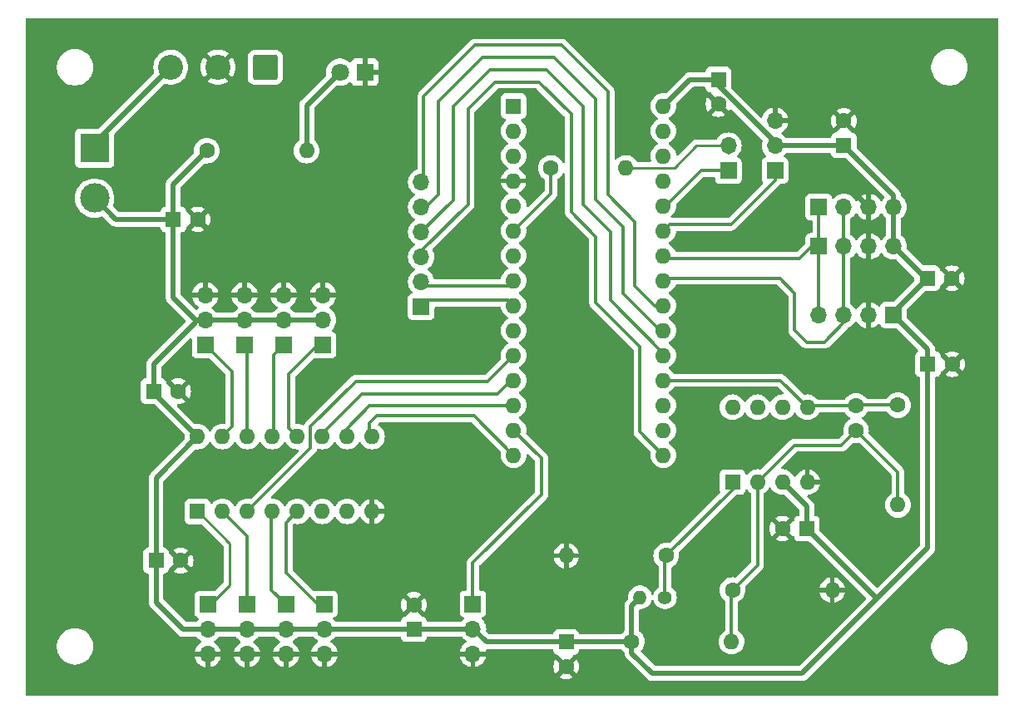
<source format=gbr>
%TF.GenerationSoftware,KiCad,Pcbnew,8.0.5*%
%TF.CreationDate,2024-11-27T13:48:43+01:00*%
%TF.ProjectId,Main PCB,4d61696e-2050-4434-922e-6b696361645f,1*%
%TF.SameCoordinates,Original*%
%TF.FileFunction,Copper,L1,Top*%
%TF.FilePolarity,Positive*%
%FSLAX46Y46*%
G04 Gerber Fmt 4.6, Leading zero omitted, Abs format (unit mm)*
G04 Created by KiCad (PCBNEW 8.0.5) date 2024-11-27 13:48:43*
%MOMM*%
%LPD*%
G01*
G04 APERTURE LIST*
G04 Aperture macros list*
%AMRoundRect*
0 Rectangle with rounded corners*
0 $1 Rounding radius*
0 $2 $3 $4 $5 $6 $7 $8 $9 X,Y pos of 4 corners*
0 Add a 4 corners polygon primitive as box body*
4,1,4,$2,$3,$4,$5,$6,$7,$8,$9,$2,$3,0*
0 Add four circle primitives for the rounded corners*
1,1,$1+$1,$2,$3*
1,1,$1+$1,$4,$5*
1,1,$1+$1,$6,$7*
1,1,$1+$1,$8,$9*
0 Add four rect primitives between the rounded corners*
20,1,$1+$1,$2,$3,$4,$5,0*
20,1,$1+$1,$4,$5,$6,$7,0*
20,1,$1+$1,$6,$7,$8,$9,0*
20,1,$1+$1,$8,$9,$2,$3,0*%
G04 Aperture macros list end*
%TA.AperFunction,ComponentPad*%
%ADD10R,1.600000X1.600000*%
%TD*%
%TA.AperFunction,ComponentPad*%
%ADD11C,1.600000*%
%TD*%
%TA.AperFunction,ComponentPad*%
%ADD12O,1.600000X1.600000*%
%TD*%
%TA.AperFunction,ComponentPad*%
%ADD13R,1.700000X1.700000*%
%TD*%
%TA.AperFunction,ComponentPad*%
%ADD14O,1.700000X1.700000*%
%TD*%
%TA.AperFunction,ComponentPad*%
%ADD15RoundRect,0.249999X1.025001X1.025001X-1.025001X1.025001X-1.025001X-1.025001X1.025001X-1.025001X0*%
%TD*%
%TA.AperFunction,ComponentPad*%
%ADD16C,2.550000*%
%TD*%
%TA.AperFunction,ComponentPad*%
%ADD17R,3.000000X3.000000*%
%TD*%
%TA.AperFunction,ComponentPad*%
%ADD18C,3.000000*%
%TD*%
%TA.AperFunction,ComponentPad*%
%ADD19R,1.800000X1.800000*%
%TD*%
%TA.AperFunction,ComponentPad*%
%ADD20C,1.800000*%
%TD*%
%TA.AperFunction,ComponentPad*%
%ADD21C,1.400000*%
%TD*%
%TA.AperFunction,ComponentPad*%
%ADD22O,1.400000X1.400000*%
%TD*%
%TA.AperFunction,Conductor*%
%ADD23C,0.500000*%
%TD*%
%TA.AperFunction,Conductor*%
%ADD24C,0.300000*%
%TD*%
%TA.AperFunction,Conductor*%
%ADD25C,0.250000*%
%TD*%
G04 APERTURE END LIST*
D10*
%TO.P,C3,1*%
%TO.N,+5V*%
X150750000Y-127250000D03*
D11*
%TO.P,C3,2*%
%TO.N,GND*%
X148250000Y-127250000D03*
%TD*%
%TO.P,C4,1*%
%TO.N,Net-(U1--)*%
X155750000Y-117250000D03*
%TO.P,C4,2*%
%TO.N,/NTC_Vout(ADC3)*%
X155750000Y-114750000D03*
%TD*%
D10*
%TO.P,C5,1*%
%TO.N,+5V*%
X141750000Y-81500000D03*
D11*
%TO.P,C5,2*%
%TO.N,GND*%
X141750000Y-84000000D03*
%TD*%
%TO.P,R5,1*%
%TO.N,/NTC_Vout(ADC3)*%
X160000000Y-114670000D03*
D12*
%TO.P,R5,2*%
%TO.N,Net-(U1--)*%
X160000000Y-124830000D03*
%TD*%
D13*
%TO.P,J10,1,Pin_1*%
%TO.N,Net-(J10-Pin_1)*%
X89500000Y-108525000D03*
D14*
%TO.P,J10,2,Pin_2*%
%TO.N,+5V*%
X89500000Y-105985000D03*
%TO.P,J10,3,Pin_3*%
%TO.N,GND*%
X89500000Y-103445000D03*
%TD*%
D10*
%TO.P,C1,1*%
%TO.N,+5V*%
X126250000Y-138794888D03*
D11*
%TO.P,C1,2*%
%TO.N,GND*%
X126250000Y-141294888D03*
%TD*%
D15*
%TO.P,SW1,1,A*%
%TO.N,unconnected-(SW1-A-Pad1)*%
X95600000Y-80250000D03*
D16*
%TO.P,SW1,2,B*%
%TO.N,GND*%
X90800000Y-80250000D03*
%TO.P,SW1,3,C*%
%TO.N,Net-(J1-Pin_1)*%
X86000000Y-80250000D03*
%TD*%
D10*
%TO.P,C11,1*%
%TO.N,+5V*%
X154500000Y-88205113D03*
D11*
%TO.P,C11,2*%
%TO.N,GND*%
X154500000Y-85705113D03*
%TD*%
D10*
%TO.P,C6,1*%
%TO.N,+5V*%
X110750000Y-137500000D03*
D11*
%TO.P,C6,2*%
%TO.N,GND*%
X110750000Y-135000000D03*
%TD*%
D13*
%TO.P,J13,1,Pin_1*%
%TO.N,Net-(J13-Pin_1)*%
X101625000Y-134935000D03*
D14*
%TO.P,J13,2,Pin_2*%
%TO.N,+5V*%
X101625000Y-137475000D03*
%TO.P,J13,3,Pin_3*%
%TO.N,GND*%
X101625000Y-140015000D03*
%TD*%
D17*
%TO.P,J1,1,Pin_1*%
%TO.N,Net-(J1-Pin_1)*%
X78250000Y-88500000D03*
D18*
%TO.P,J1,2,Pin_2*%
%TO.N,+5V*%
X78250000Y-93580000D03*
%TD*%
D10*
%TO.P,U1,1,+*%
%TO.N,Net-(U1-+)*%
X143170000Y-122500000D03*
D12*
%TO.P,U1,2,-*%
%TO.N,Net-(U1--)*%
X145710000Y-122500000D03*
%TO.P,U1,3,V+*%
%TO.N,+5V*%
X148250000Y-122500000D03*
%TO.P,U1,4,V-*%
%TO.N,GND*%
X150790000Y-122500000D03*
%TO.P,U1,5*%
%TO.N,/NTC_Vout(ADC3)*%
X150790000Y-114880000D03*
%TO.P,U1,6*%
%TO.N,N/C*%
X148250000Y-114880000D03*
%TO.P,U1,7*%
X145710000Y-114880000D03*
%TO.P,U1,8*%
X143170000Y-114880000D03*
%TD*%
D10*
%TO.P,C2,1*%
%TO.N,+5V*%
X86250000Y-95750000D03*
D11*
%TO.P,C2,2*%
%TO.N,GND*%
X88750000Y-95750000D03*
%TD*%
D13*
%TO.P,J7,1,Pin_1*%
%TO.N,+5V*%
X159540000Y-105500000D03*
D14*
%TO.P,J7,2,Pin_2*%
%TO.N,GND*%
X157000000Y-105500000D03*
%TO.P,J7,3,Pin_3*%
%TO.N,/SDA*%
X154460000Y-105500000D03*
%TO.P,J7,4,Pin_4*%
%TO.N,/SCL*%
X151920000Y-105500000D03*
%TD*%
D13*
%TO.P,J12,1,Pin_1*%
%TO.N,Net-(J12-Pin_1)*%
X89750000Y-134975000D03*
D14*
%TO.P,J12,2,Pin_2*%
%TO.N,+5V*%
X89750000Y-137515000D03*
%TO.P,J12,3,Pin_3*%
%TO.N,GND*%
X89750000Y-140055000D03*
%TD*%
D10*
%TO.P,C9,1*%
%TO.N,+5V*%
X163044888Y-110500000D03*
D11*
%TO.P,C9,2*%
%TO.N,GND*%
X165544888Y-110500000D03*
%TD*%
D13*
%TO.P,J14,1,Pin_1*%
%TO.N,Net-(J14-Pin_1)*%
X93750000Y-134975000D03*
D14*
%TO.P,J14,2,Pin_2*%
%TO.N,+5V*%
X93750000Y-137515000D03*
%TO.P,J14,3,Pin_3*%
%TO.N,GND*%
X93750000Y-140055000D03*
%TD*%
D13*
%TO.P,J8,1,Pin_1*%
%TO.N,Net-(J8-Pin_1)*%
X97500000Y-108525000D03*
D14*
%TO.P,J8,2,Pin_2*%
%TO.N,+5V*%
X97500000Y-105985000D03*
%TO.P,J8,3,Pin_3*%
%TO.N,GND*%
X97500000Y-103445000D03*
%TD*%
D10*
%TO.P,C7,1*%
%TO.N,+5V*%
X163000000Y-101750000D03*
D11*
%TO.P,C7,2*%
%TO.N,GND*%
X165500000Y-101750000D03*
%TD*%
%TO.P,R6,1*%
%TO.N,/OC2B*%
X124690000Y-90500000D03*
D12*
%TO.P,R6,2*%
%TO.N,Net-(J2-Pin_2)*%
X132310000Y-90500000D03*
%TD*%
D13*
%TO.P,J4,1,Pin_1*%
%TO.N,/OC0A*%
X111490000Y-104650000D03*
D14*
%TO.P,J4,2,Pin_2*%
%TO.N,/OC0B*%
X111490000Y-102110000D03*
%TO.P,J4,3,Pin_3*%
%TO.N,/IN1*%
X111490000Y-99570000D03*
%TO.P,J4,4,Pin_4*%
%TO.N,/IN3*%
X111490000Y-97030000D03*
%TO.P,J4,5,Pin_5*%
%TO.N,/IN4*%
X111490000Y-94490000D03*
%TO.P,J4,6,Pin_6*%
%TO.N,/IN2*%
X111490000Y-91950000D03*
%TD*%
D10*
%TO.P,A1,1,D1/TX*%
%TO.N,unconnected-(A1-D1{slash}TX-Pad1)*%
X120890000Y-84200000D03*
D12*
%TO.P,A1,2,D0/RX*%
%TO.N,unconnected-(A1-D0{slash}RX-Pad2)*%
X120890000Y-86740000D03*
%TO.P,A1,3,~{RESET}*%
%TO.N,unconnected-(A1-~{RESET}-Pad3)*%
X120890000Y-89280000D03*
%TO.P,A1,4,GND*%
%TO.N,GND*%
X120890000Y-91820000D03*
%TO.P,A1,5,D2*%
%TO.N,unconnected-(A1-D2-Pad5)*%
X120890000Y-94360000D03*
%TO.P,A1,6,D3*%
%TO.N,/OC2B*%
X120890000Y-96900000D03*
%TO.P,A1,7,D4*%
%TO.N,unconnected-(A1-D4-Pad7)*%
X120890000Y-99440000D03*
%TO.P,A1,8,D5*%
%TO.N,/OC0B*%
X120890000Y-101980000D03*
%TO.P,A1,9,D6*%
%TO.N,/OC0A*%
X120890000Y-104520000D03*
%TO.P,A1,10,D7*%
%TO.N,unconnected-(A1-D7-Pad10)*%
X120890000Y-107060000D03*
%TO.P,A1,11,D8*%
%TO.N,/Echo&Trig*%
X120890000Y-109600000D03*
%TO.P,A1,12,D9*%
%TO.N,/A*%
X120890000Y-112140000D03*
%TO.P,A1,13,D10*%
%TO.N,/B*%
X120890000Y-114680000D03*
%TO.P,A1,14,D11*%
%TO.N,/OC2A*%
X120890000Y-117220000D03*
%TO.P,A1,15,D12*%
%TO.N,/C*%
X120890000Y-119760000D03*
%TO.P,A1,16,D13*%
%TO.N,/IN1*%
X136130000Y-119760000D03*
%TO.P,A1,17,3V3*%
%TO.N,unconnected-(A1-3V3-Pad17)*%
X136130000Y-117220000D03*
%TO.P,A1,18,AREF*%
%TO.N,unconnected-(A1-AREF-Pad18)*%
X136130000Y-114680000D03*
%TO.P,A1,19,A0*%
%TO.N,/NTC_Vout(ADC3)*%
X136130000Y-112140000D03*
%TO.P,A1,20,A1*%
%TO.N,/IN3*%
X136130000Y-109600000D03*
%TO.P,A1,21,A2*%
%TO.N,/IN4*%
X136130000Y-107060000D03*
%TO.P,A1,22,A3*%
%TO.N,/IN2*%
X136130000Y-104520000D03*
%TO.P,A1,23,A4*%
%TO.N,/SDA*%
X136130000Y-101980000D03*
%TO.P,A1,24,A5*%
%TO.N,/SCL*%
X136130000Y-99440000D03*
%TO.P,A1,25,A6*%
%TO.N,/ADC6*%
X136130000Y-96900000D03*
%TO.P,A1,26,A7*%
%TO.N,/ADC7*%
X136130000Y-94360000D03*
%TO.P,A1,27,+5V*%
%TO.N,unconnected-(A1-+5V-Pad27)*%
X136130000Y-91820000D03*
%TO.P,A1,28,~{RESET}*%
%TO.N,unconnected-(A1-~{RESET}-Pad28)*%
X136130000Y-89280000D03*
%TO.P,A1,29,GND*%
%TO.N,unconnected-(A1-GND-Pad29)*%
X136130000Y-86740000D03*
%TO.P,A1,30,VIN*%
%TO.N,+5V*%
X136130000Y-84200000D03*
%TD*%
D11*
%TO.P,R3,1*%
%TO.N,Net-(U1--)*%
X143170000Y-133500000D03*
D12*
%TO.P,R3,2*%
%TO.N,GND*%
X153330000Y-133500000D03*
%TD*%
D13*
%TO.P,J5,1,Pin_1*%
%TO.N,/ADC6*%
X147500000Y-90775000D03*
D14*
%TO.P,J5,2,Pin_2*%
%TO.N,+5V*%
X147500000Y-88235000D03*
%TO.P,J5,3,Pin_3*%
%TO.N,GND*%
X147500000Y-85695000D03*
%TD*%
D13*
%TO.P,J16,1,Pin_1*%
%TO.N,/SCL*%
X151960000Y-94500000D03*
D14*
%TO.P,J16,2,Pin_2*%
%TO.N,/SDA*%
X154500000Y-94500000D03*
%TO.P,J16,3,Pin_3*%
%TO.N,GND*%
X157040000Y-94500000D03*
%TO.P,J16,4,Pin_4*%
%TO.N,+5V*%
X159580000Y-94500000D03*
%TD*%
D19*
%TO.P,D2,1,K*%
%TO.N,GND*%
X105750000Y-80750000D03*
D20*
%TO.P,D2,2,A*%
%TO.N,Net-(D2-A)*%
X103210000Y-80750000D03*
%TD*%
D11*
%TO.P,R1,1*%
%TO.N,Net-(U1-+)*%
X136410000Y-130000000D03*
D12*
%TO.P,R1,2*%
%TO.N,GND*%
X126250000Y-130000000D03*
%TD*%
D13*
%TO.P,J6,1,Pin_1*%
%TO.N,/SCL*%
X151960000Y-98500000D03*
D14*
%TO.P,J6,2,Pin_2*%
%TO.N,/SDA*%
X154500000Y-98500000D03*
%TO.P,J6,3,Pin_3*%
%TO.N,GND*%
X157040000Y-98500000D03*
%TO.P,J6,4,Pin_4*%
%TO.N,+5V*%
X159580000Y-98500000D03*
%TD*%
D11*
%TO.P,R4,1*%
%TO.N,+5V*%
X89670000Y-88750000D03*
D12*
%TO.P,R4,2*%
%TO.N,Net-(D2-A)*%
X99830000Y-88750000D03*
%TD*%
D13*
%TO.P,J9,1,Pin_1*%
%TO.N,Net-(J9-Pin_1)*%
X93500000Y-108525000D03*
D14*
%TO.P,J9,2,Pin_2*%
%TO.N,+5V*%
X93500000Y-105985000D03*
%TO.P,J9,3,Pin_3*%
%TO.N,GND*%
X93500000Y-103445000D03*
%TD*%
D10*
%TO.P,C8,1*%
%TO.N,+5V*%
X84250000Y-113250000D03*
D11*
%TO.P,C8,2*%
%TO.N,GND*%
X86750000Y-113250000D03*
%TD*%
%TO.P,R2,1*%
%TO.N,+5V*%
X132920000Y-138750000D03*
D12*
%TO.P,R2,2*%
%TO.N,Net-(U1--)*%
X143080000Y-138750000D03*
%TD*%
D13*
%TO.P,J15,1,Pin_1*%
%TO.N,Net-(J15-Pin_1)*%
X97750000Y-134975000D03*
D14*
%TO.P,J15,2,Pin_2*%
%TO.N,+5V*%
X97750000Y-137515000D03*
%TO.P,J15,3,Pin_3*%
%TO.N,GND*%
X97750000Y-140055000D03*
%TD*%
D13*
%TO.P,J11,1,Pin_1*%
%TO.N,Net-(J11-Pin_1)*%
X101500000Y-108525000D03*
D14*
%TO.P,J11,2,Pin_2*%
%TO.N,+5V*%
X101500000Y-105985000D03*
%TO.P,J11,3,Pin_3*%
%TO.N,GND*%
X101500000Y-103445000D03*
%TD*%
D10*
%TO.P,C10,1*%
%TO.N,+5V*%
X84500000Y-130500000D03*
D11*
%TO.P,C10,2*%
%TO.N,GND*%
X87000000Y-130500000D03*
%TD*%
D21*
%TO.P,TH1,1*%
%TO.N,Net-(U1-+)*%
X136300000Y-134250000D03*
D22*
%TO.P,TH1,2*%
%TO.N,+5V*%
X133760000Y-134250000D03*
%TD*%
D13*
%TO.P,J2,1,Pin_1*%
%TO.N,/ADC7*%
X142750000Y-90790000D03*
D14*
%TO.P,J2,2,Pin_2*%
%TO.N,Net-(J2-Pin_2)*%
X142750000Y-88250000D03*
%TD*%
D10*
%TO.P,U2,1,X4*%
%TO.N,Net-(J12-Pin_1)*%
X88710000Y-125500000D03*
D12*
%TO.P,U2,2,X6*%
%TO.N,Net-(J14-Pin_1)*%
X91250000Y-125500000D03*
%TO.P,U2,3,X*%
%TO.N,/Echo&Trig*%
X93790000Y-125500000D03*
%TO.P,U2,4,X7*%
%TO.N,Net-(J15-Pin_1)*%
X96330000Y-125500000D03*
%TO.P,U2,5,X5*%
%TO.N,Net-(J13-Pin_1)*%
X98870000Y-125500000D03*
%TO.P,U2,6,INH*%
%TO.N,unconnected-(U2-INH-Pad6)*%
X101410000Y-125500000D03*
%TO.P,U2,7,VEE*%
%TO.N,unconnected-(U2-VEE-Pad7)*%
X103950000Y-125500000D03*
%TO.P,U2,8,VSS*%
%TO.N,GND*%
X106490000Y-125500000D03*
%TO.P,U2,9,C*%
%TO.N,/C*%
X106490000Y-117880000D03*
%TO.P,U2,10,B*%
%TO.N,/B*%
X103950000Y-117880000D03*
%TO.P,U2,11,A*%
%TO.N,/A*%
X101410000Y-117880000D03*
%TO.P,U2,12,X3*%
%TO.N,Net-(J11-Pin_1)*%
X98870000Y-117880000D03*
%TO.P,U2,13,X0*%
%TO.N,Net-(J8-Pin_1)*%
X96330000Y-117880000D03*
%TO.P,U2,14,X1*%
%TO.N,Net-(J9-Pin_1)*%
X93790000Y-117880000D03*
%TO.P,U2,15,X2*%
%TO.N,Net-(J10-Pin_1)*%
X91250000Y-117880000D03*
%TO.P,U2,16,VDD*%
%TO.N,+5V*%
X88710000Y-117880000D03*
%TD*%
D13*
%TO.P,J3,1,Pin_1*%
%TO.N,/OC2A*%
X116750000Y-134920000D03*
D14*
%TO.P,J3,2,Pin_2*%
%TO.N,+5V*%
X116750000Y-137460000D03*
%TO.P,J3,3,Pin_3*%
%TO.N,GND*%
X116750000Y-140000000D03*
%TD*%
D23*
%TO.N,GND*%
X156000000Y-93460000D02*
X156000000Y-93250000D01*
X157040000Y-94500000D02*
X156000000Y-93460000D01*
D24*
%TO.N,Net-(J13-Pin_1)*%
X100935000Y-134935000D02*
X101625000Y-134935000D01*
X97750000Y-131750000D02*
X100935000Y-134935000D01*
X97750000Y-126620000D02*
X97750000Y-131750000D01*
X98870000Y-125500000D02*
X97750000Y-126620000D01*
%TO.N,Net-(J15-Pin_1)*%
X96250000Y-125580000D02*
X96330000Y-125500000D01*
X96250000Y-133500000D02*
X96250000Y-125580000D01*
X97725000Y-134975000D02*
X96250000Y-133500000D01*
X97750000Y-134975000D02*
X97725000Y-134975000D01*
D25*
%TO.N,Net-(J12-Pin_1)*%
X92000000Y-133000000D02*
X90025000Y-134975000D01*
X88750000Y-125500000D02*
X92000000Y-128750000D01*
X92000000Y-128750000D02*
X92000000Y-133000000D01*
X90025000Y-134975000D02*
X89750000Y-134975000D01*
X88710000Y-125500000D02*
X88750000Y-125500000D01*
D24*
%TO.N,/SDA*%
X154460000Y-106290000D02*
X154460000Y-105500000D01*
X152500000Y-108250000D02*
X154460000Y-106290000D01*
X149500000Y-107000000D02*
X150750000Y-108250000D01*
X148000000Y-101750000D02*
X149500000Y-103250000D01*
X150750000Y-108250000D02*
X152500000Y-108250000D01*
X136500000Y-101750000D02*
X148000000Y-101750000D01*
X136445000Y-101805000D02*
X136500000Y-101750000D01*
X136305000Y-101805000D02*
X136445000Y-101805000D01*
X149500000Y-103250000D02*
X149500000Y-107000000D01*
X136130000Y-101980000D02*
X136305000Y-101805000D01*
%TO.N,/ADC7*%
X136390000Y-94360000D02*
X136130000Y-94360000D01*
X139960000Y-90790000D02*
X136390000Y-94360000D01*
X142750000Y-90790000D02*
X139960000Y-90790000D01*
%TO.N,/SCL*%
X136440000Y-99750000D02*
X136130000Y-99440000D01*
X150000000Y-99750000D02*
X136440000Y-99750000D01*
X151250000Y-98500000D02*
X150000000Y-99750000D01*
X151960000Y-98500000D02*
X151250000Y-98500000D01*
%TO.N,/OC0A*%
X112140000Y-104000000D02*
X111490000Y-104650000D01*
X120370000Y-104000000D02*
X112140000Y-104000000D01*
X120890000Y-104520000D02*
X120370000Y-104000000D01*
%TO.N,/OC0B*%
X111880000Y-102500000D02*
X120370000Y-102500000D01*
X120370000Y-102500000D02*
X120890000Y-101980000D01*
X111490000Y-102110000D02*
X111880000Y-102500000D01*
%TO.N,/SCL*%
X152000000Y-105420000D02*
X151920000Y-105500000D01*
X151960000Y-94500000D02*
X151960000Y-98500000D01*
X151920000Y-105500000D02*
X151920000Y-98540000D01*
X151920000Y-98540000D02*
X151960000Y-98500000D01*
%TO.N,/OC2B*%
X120890000Y-96900000D02*
X124690000Y-93100000D01*
X124690000Y-93100000D02*
X124690000Y-90500000D01*
%TO.N,/IN2*%
X133250000Y-96000000D02*
X133250000Y-102500000D01*
X111750000Y-83250000D02*
X117000000Y-78000000D01*
X117000000Y-78000000D02*
X125750000Y-78000000D01*
X111750000Y-91690000D02*
X111750000Y-83250000D01*
X125750000Y-78000000D02*
X130500000Y-82750000D01*
X130500000Y-82750000D02*
X130500000Y-93250000D01*
X135270000Y-104520000D02*
X136130000Y-104520000D01*
X133250000Y-102500000D02*
X135270000Y-104520000D01*
X130500000Y-93250000D02*
X133250000Y-96000000D01*
X111490000Y-91950000D02*
X111750000Y-91690000D01*
%TO.N,/IN3*%
X124250000Y-80500000D02*
X118500000Y-80500000D01*
X130750000Y-104000000D02*
X130750000Y-97000000D01*
X130750000Y-97000000D02*
X128000000Y-94250000D01*
X136130000Y-109600000D02*
X136130000Y-109380000D01*
X128000000Y-94250000D02*
X128000000Y-84250000D01*
X128000000Y-84250000D02*
X124250000Y-80500000D01*
X136130000Y-109380000D02*
X130750000Y-104000000D01*
X114750000Y-84250000D02*
X114750000Y-93770000D01*
X114750000Y-93770000D02*
X111490000Y-97030000D01*
X118500000Y-80500000D02*
X114750000Y-84250000D01*
%TO.N,/IN1*%
X116250000Y-94250000D02*
X111490000Y-99010000D01*
X119000000Y-81750000D02*
X116250000Y-84500000D01*
X126750000Y-95000000D02*
X126750000Y-85000000D01*
X129250000Y-97500000D02*
X126750000Y-95000000D01*
X111490000Y-99010000D02*
X111490000Y-99570000D01*
X126750000Y-85000000D02*
X123500000Y-81750000D01*
X116250000Y-84500000D02*
X116250000Y-94250000D01*
X136130000Y-119760000D02*
X133750000Y-117380000D01*
X129250000Y-104250000D02*
X129250000Y-97500000D01*
X123500000Y-81750000D02*
X119000000Y-81750000D01*
X133750000Y-117380000D02*
X133750000Y-108750000D01*
X133750000Y-108750000D02*
X129250000Y-104250000D01*
%TO.N,/IN4*%
X132000000Y-96500000D02*
X129250000Y-93750000D01*
X132000000Y-103250000D02*
X132000000Y-96500000D01*
X129250000Y-93750000D02*
X129250000Y-83500000D01*
X113250000Y-83750000D02*
X113250000Y-93245000D01*
X136130000Y-107060000D02*
X135810000Y-107060000D01*
X117750000Y-79250000D02*
X113250000Y-83750000D01*
X129250000Y-83500000D02*
X125000000Y-79250000D01*
X112005000Y-94490000D02*
X111490000Y-94490000D01*
X125000000Y-79250000D02*
X117750000Y-79250000D01*
X135810000Y-107060000D02*
X132000000Y-103250000D01*
X113250000Y-93245000D02*
X112005000Y-94490000D01*
%TO.N,/C*%
X120885000Y-119760000D02*
X120890000Y-119760000D01*
%TO.N,/A*%
X120610000Y-112140000D02*
X120890000Y-112140000D01*
X119250000Y-113500000D02*
X120610000Y-112140000D01*
X120780000Y-112250000D02*
X120890000Y-112140000D01*
X101410000Y-117880000D02*
X101410000Y-117558750D01*
X101410000Y-117558750D02*
X105468750Y-113500000D01*
X105468750Y-113500000D02*
X119250000Y-113500000D01*
D23*
%TO.N,+5V*%
X126250000Y-138794888D02*
X126455112Y-138794888D01*
X86250000Y-95750000D02*
X86250000Y-103750000D01*
X141750000Y-82161522D02*
X141750000Y-81500000D01*
X163044888Y-109004888D02*
X159540000Y-105500000D01*
X126500000Y-138750000D02*
X132920000Y-138750000D01*
X84500000Y-122090000D02*
X84500000Y-130500000D01*
X84250000Y-113250000D02*
X84250000Y-113420000D01*
X84250000Y-113420000D02*
X88710000Y-117880000D01*
X84250000Y-110500000D02*
X84250000Y-113250000D01*
X162500000Y-101750000D02*
X163000000Y-101750000D01*
X162830000Y-101750000D02*
X159580000Y-98500000D01*
X150750000Y-127250000D02*
X150750000Y-125000000D01*
X89500000Y-105985000D02*
X93500000Y-105985000D01*
X163044888Y-110500000D02*
X163044888Y-129205112D01*
X97500000Y-105985000D02*
X101500000Y-105985000D01*
X141750000Y-81500000D02*
X138830000Y-81500000D01*
X132920000Y-135090000D02*
X133760000Y-134250000D01*
X78330000Y-93500000D02*
X78250000Y-93580000D01*
X88485000Y-106265000D02*
X84250000Y-110500000D01*
X150750000Y-125000000D02*
X148250000Y-122500000D01*
X116790000Y-137460000D02*
X118124888Y-138794888D01*
X126455112Y-138794888D02*
X126500000Y-138750000D01*
X163000000Y-101750000D02*
X162830000Y-101750000D01*
X93500000Y-105985000D02*
X97500000Y-105985000D01*
X87250000Y-137500000D02*
X87750000Y-137500000D01*
X97750000Y-137515000D02*
X101585000Y-137515000D01*
X135000000Y-142000000D02*
X150250000Y-142000000D01*
X159540000Y-105500000D02*
X159540000Y-105210000D01*
X163044888Y-110500000D02*
X163044888Y-109004888D01*
X101625000Y-137475000D02*
X110725000Y-137475000D01*
X118124888Y-138794888D02*
X126250000Y-138794888D01*
X154044887Y-88205113D02*
X154015000Y-88235000D01*
X163044888Y-129205112D02*
X157875000Y-134375000D01*
X154500000Y-88205113D02*
X154044887Y-88205113D01*
X86250000Y-92170000D02*
X89670000Y-88750000D01*
X88710000Y-117880000D02*
X84500000Y-122090000D01*
X147500000Y-88235000D02*
X147500000Y-87911522D01*
X87750000Y-137500000D02*
X87765000Y-137515000D01*
X159540000Y-105210000D02*
X163000000Y-101750000D01*
X86250000Y-103750000D02*
X88485000Y-105985000D01*
X80420000Y-95750000D02*
X86250000Y-95750000D01*
X116710000Y-137500000D02*
X116750000Y-137460000D01*
X84500000Y-130500000D02*
X84500000Y-134750000D01*
X132920000Y-138750000D02*
X132920000Y-139920000D01*
X84205113Y-113250000D02*
X84205113Y-113375113D01*
X150250000Y-142000000D02*
X157875000Y-134375000D01*
X88485000Y-105985000D02*
X89500000Y-105985000D01*
X84500000Y-134750000D02*
X87250000Y-137500000D01*
X89750000Y-137515000D02*
X93750000Y-137515000D01*
X150750000Y-127250000D02*
X157875000Y-134375000D01*
X86250000Y-95750000D02*
X86250000Y-92170000D01*
X147500000Y-87911522D02*
X141750000Y-82161522D01*
X110750000Y-137500000D02*
X116710000Y-137500000D01*
X159580000Y-98500000D02*
X159580000Y-94500000D01*
X78250000Y-93580000D02*
X80420000Y-95750000D01*
X116750000Y-137460000D02*
X116790000Y-137460000D01*
X132920000Y-138750000D02*
X132920000Y-135090000D01*
X110725000Y-137475000D02*
X110750000Y-137500000D01*
X88485000Y-105985000D02*
X88485000Y-106265000D01*
X154015000Y-88235000D02*
X147500000Y-88235000D01*
X138830000Y-81500000D02*
X136130000Y-84200000D01*
X93750000Y-137515000D02*
X97750000Y-137515000D01*
X132920000Y-139920000D02*
X135000000Y-142000000D01*
X159580000Y-93285113D02*
X154500000Y-88205113D01*
X87765000Y-137515000D02*
X89750000Y-137515000D01*
X159580000Y-94500000D02*
X159580000Y-93285113D01*
X101585000Y-137515000D02*
X101625000Y-137475000D01*
D24*
%TO.N,/OC2A*%
X117250000Y-134420000D02*
X116750000Y-134920000D01*
X123750000Y-120080000D02*
X120890000Y-117220000D01*
X123750000Y-123750000D02*
X123750000Y-120080000D01*
X116750000Y-134920000D02*
X116750000Y-130750000D01*
X116750000Y-130750000D02*
X123750000Y-123750000D01*
%TO.N,/NTC_Vout(ADC3)*%
X160000000Y-114670000D02*
X155830000Y-114670000D01*
X150790000Y-114880000D02*
X148050000Y-112140000D01*
X155830000Y-114670000D02*
X155750000Y-114750000D01*
X148050000Y-112140000D02*
X136130000Y-112140000D01*
X150920000Y-114750000D02*
X150790000Y-114880000D01*
X155750000Y-114750000D02*
X150920000Y-114750000D01*
%TO.N,/SDA*%
X154420000Y-98580000D02*
X154500000Y-98500000D01*
X154460000Y-98540000D02*
X154500000Y-98500000D01*
X154500000Y-98500000D02*
X154500000Y-94500000D01*
X154460000Y-105500000D02*
X154460000Y-98540000D01*
%TO.N,/Echo&Trig*%
X118240000Y-112250000D02*
X104812500Y-112250000D01*
X120890000Y-109600000D02*
X118240000Y-112250000D01*
X104812500Y-112250000D02*
X100210000Y-116852500D01*
X100210000Y-119080000D02*
X93790000Y-125500000D01*
X100210000Y-116852500D02*
X100210000Y-119080000D01*
%TO.N,/ADC6*%
X136780000Y-96250000D02*
X143000000Y-96250000D01*
X136130000Y-96900000D02*
X136780000Y-96250000D01*
X147500000Y-91750000D02*
X147500000Y-90775000D01*
X143000000Y-96250000D02*
X147500000Y-91750000D01*
%TO.N,/B*%
X120820000Y-114750000D02*
X120890000Y-114680000D01*
X103950000Y-117050000D02*
X106250000Y-114750000D01*
X106250000Y-114750000D02*
X120820000Y-114750000D01*
X103950000Y-117880000D02*
X103950000Y-117050000D01*
%TO.N,Net-(U1--)*%
X145710000Y-130960000D02*
X143170000Y-133500000D01*
X145710000Y-122500000D02*
X145710000Y-130960000D01*
X155750000Y-117250000D02*
X154250000Y-118750000D01*
X154250000Y-118750000D02*
X149460000Y-118750000D01*
X160000000Y-124830000D02*
X160000000Y-121500000D01*
X160000000Y-121500000D02*
X155750000Y-117250000D01*
X149460000Y-118750000D02*
X145710000Y-122500000D01*
X143080000Y-133590000D02*
X143170000Y-133500000D01*
X143080000Y-138750000D02*
X143080000Y-133590000D01*
D23*
%TO.N,Net-(D2-A)*%
X103170000Y-80750000D02*
X103210000Y-80750000D01*
X99830000Y-84130000D02*
X103210000Y-80750000D01*
X99830000Y-88750000D02*
X99830000Y-84130000D01*
%TO.N,Net-(J1-Pin_1)*%
X78250000Y-88000000D02*
X78250000Y-88500000D01*
X86000000Y-80250000D02*
X78250000Y-88000000D01*
D24*
%TO.N,Net-(U1-+)*%
X143170000Y-123240000D02*
X143170000Y-122500000D01*
X136300000Y-134250000D02*
X136300000Y-130110000D01*
X136410000Y-130000000D02*
X143170000Y-123240000D01*
X136300000Y-130110000D02*
X136410000Y-130000000D01*
%TO.N,Net-(J8-Pin_1)*%
X96330000Y-117880000D02*
X96500000Y-117710000D01*
X96500000Y-117710000D02*
X96500000Y-109525000D01*
X96500000Y-109525000D02*
X97500000Y-108525000D01*
%TO.N,Net-(J9-Pin_1)*%
X93790000Y-108815000D02*
X93500000Y-108525000D01*
X93790000Y-117880000D02*
X93790000Y-108815000D01*
%TO.N,Net-(J10-Pin_1)*%
X91250000Y-117880000D02*
X92250000Y-116880000D01*
X92250000Y-111275000D02*
X89500000Y-108525000D01*
X92250000Y-116880000D02*
X92250000Y-111275000D01*
%TO.N,Net-(J11-Pin_1)*%
X98870000Y-117880000D02*
X98000000Y-117010000D01*
X98000000Y-111500000D02*
X100975000Y-108525000D01*
X100975000Y-108525000D02*
X101500000Y-108525000D01*
X98000000Y-117010000D02*
X98000000Y-111500000D01*
%TO.N,Net-(J12-Pin_1)*%
X89250000Y-134475000D02*
X89750000Y-134975000D01*
X88710000Y-125500000D02*
X89250000Y-126040000D01*
%TO.N,Net-(J14-Pin_1)*%
X93750000Y-128000000D02*
X91250000Y-125500000D01*
X93750000Y-134975000D02*
X93750000Y-128000000D01*
D25*
%TO.N,Net-(J2-Pin_2)*%
X132310000Y-90500000D02*
X137250000Y-90500000D01*
X137250000Y-90500000D02*
X139500000Y-88250000D01*
X139500000Y-88250000D02*
X142750000Y-88250000D01*
X132560000Y-90500000D02*
X132310000Y-90750000D01*
X142735000Y-89000000D02*
X142750000Y-88985000D01*
D24*
%TO.N,/C*%
X106250000Y-117640000D02*
X106490000Y-117880000D01*
X106250000Y-116500000D02*
X106250000Y-117640000D01*
X107000000Y-115750000D02*
X106250000Y-116500000D01*
X116880000Y-115750000D02*
X107000000Y-115750000D01*
X120890000Y-119760000D02*
X116880000Y-115750000D01*
%TD*%
%TA.AperFunction,Conductor*%
%TO.N,GND*%
G36*
X147047865Y-123043348D02*
G01*
X147092382Y-123094725D01*
X147119429Y-123152728D01*
X147119432Y-123152734D01*
X147249954Y-123339141D01*
X147410858Y-123500045D01*
X147410861Y-123500047D01*
X147597266Y-123630568D01*
X147803504Y-123726739D01*
X148023308Y-123785635D01*
X148185230Y-123799801D01*
X148249998Y-123805468D01*
X148250000Y-123805468D01*
X148250001Y-123805468D01*
X148274403Y-123803333D01*
X148416861Y-123790869D01*
X148485359Y-123804635D01*
X148515348Y-123826716D01*
X149963181Y-125274549D01*
X149996666Y-125335872D01*
X149999500Y-125362230D01*
X149999500Y-125827648D01*
X149979815Y-125894687D01*
X149927011Y-125940442D01*
X149888755Y-125950938D01*
X149842516Y-125955909D01*
X149707671Y-126006202D01*
X149707664Y-126006206D01*
X149592455Y-126092452D01*
X149592452Y-126092455D01*
X149506206Y-126207664D01*
X149506202Y-126207671D01*
X149455908Y-126342517D01*
X149449501Y-126402116D01*
X149449501Y-126402123D01*
X149449322Y-126405452D01*
X149447847Y-126405372D01*
X149429815Y-126466784D01*
X149377011Y-126512539D01*
X149333522Y-126520029D01*
X148650000Y-127203551D01*
X148650000Y-127197339D01*
X148622741Y-127095606D01*
X148570080Y-127004394D01*
X148495606Y-126929920D01*
X148404394Y-126877259D01*
X148302661Y-126850000D01*
X148296448Y-126850000D01*
X148975472Y-126170974D01*
X148902478Y-126119863D01*
X148696331Y-126023735D01*
X148696317Y-126023730D01*
X148476610Y-125964860D01*
X148476599Y-125964858D01*
X148250002Y-125945034D01*
X148249998Y-125945034D01*
X148023400Y-125964858D01*
X148023389Y-125964860D01*
X147803682Y-126023730D01*
X147803673Y-126023734D01*
X147597516Y-126119866D01*
X147597512Y-126119868D01*
X147524526Y-126170973D01*
X147524526Y-126170974D01*
X148203553Y-126850000D01*
X148197339Y-126850000D01*
X148095606Y-126877259D01*
X148004394Y-126929920D01*
X147929920Y-127004394D01*
X147877259Y-127095606D01*
X147850000Y-127197339D01*
X147850000Y-127203552D01*
X147170974Y-126524526D01*
X147170973Y-126524526D01*
X147119868Y-126597512D01*
X147119866Y-126597516D01*
X147023734Y-126803673D01*
X147023730Y-126803682D01*
X146964860Y-127023389D01*
X146964858Y-127023400D01*
X146945034Y-127249997D01*
X146945034Y-127250002D01*
X146964858Y-127476599D01*
X146964860Y-127476610D01*
X147023730Y-127696317D01*
X147023735Y-127696331D01*
X147119863Y-127902478D01*
X147170974Y-127975472D01*
X147850000Y-127296446D01*
X147850000Y-127302661D01*
X147877259Y-127404394D01*
X147929920Y-127495606D01*
X148004394Y-127570080D01*
X148095606Y-127622741D01*
X148197339Y-127650000D01*
X148203553Y-127650000D01*
X147524526Y-128329025D01*
X147597513Y-128380132D01*
X147597521Y-128380136D01*
X147803668Y-128476264D01*
X147803682Y-128476269D01*
X148023389Y-128535139D01*
X148023400Y-128535141D01*
X148249998Y-128554966D01*
X148250002Y-128554966D01*
X148476599Y-128535141D01*
X148476610Y-128535139D01*
X148696317Y-128476269D01*
X148696331Y-128476264D01*
X148902478Y-128380136D01*
X148975471Y-128329024D01*
X148296447Y-127650000D01*
X148302661Y-127650000D01*
X148404394Y-127622741D01*
X148495606Y-127570080D01*
X148570080Y-127495606D01*
X148622741Y-127404394D01*
X148650000Y-127302661D01*
X148650000Y-127296447D01*
X149334197Y-127980644D01*
X149383192Y-127990491D01*
X149433375Y-128039106D01*
X149448049Y-128094632D01*
X149449099Y-128094576D01*
X149449146Y-128094571D01*
X149449146Y-128094573D01*
X149449324Y-128094564D01*
X149449501Y-128097876D01*
X149455908Y-128157483D01*
X149506202Y-128292328D01*
X149506206Y-128292335D01*
X149592452Y-128407544D01*
X149592455Y-128407547D01*
X149707664Y-128493793D01*
X149707671Y-128493797D01*
X149842517Y-128544091D01*
X149842516Y-128544091D01*
X149849444Y-128544835D01*
X149902127Y-128550500D01*
X150937769Y-128550499D01*
X151004808Y-128570183D01*
X151025450Y-128586818D01*
X156725951Y-134287319D01*
X156759436Y-134348642D01*
X156754452Y-134418334D01*
X156725951Y-134462681D01*
X149975451Y-141213181D01*
X149914128Y-141246666D01*
X149887770Y-141249500D01*
X135362229Y-141249500D01*
X135295190Y-141229815D01*
X135274548Y-141213181D01*
X133872957Y-139811590D01*
X133839472Y-139750267D01*
X133844456Y-139680575D01*
X133872956Y-139636228D01*
X133920047Y-139589139D01*
X134050568Y-139402734D01*
X134146739Y-139196496D01*
X134205635Y-138976692D01*
X134225468Y-138750000D01*
X134205635Y-138523308D01*
X134146739Y-138303504D01*
X134050568Y-138097266D01*
X133945088Y-137946623D01*
X133920048Y-137910862D01*
X133864919Y-137855733D01*
X133759139Y-137749953D01*
X133754373Y-137746615D01*
X133723375Y-137724910D01*
X133679751Y-137670332D01*
X133670500Y-137623336D01*
X133670500Y-135574500D01*
X133690185Y-135507461D01*
X133742989Y-135461706D01*
X133794500Y-135450500D01*
X133871241Y-135450500D01*
X133871243Y-135450500D01*
X134089940Y-135409618D01*
X134297401Y-135329247D01*
X134486562Y-135212124D01*
X134650981Y-135062236D01*
X134785058Y-134884689D01*
X134884229Y-134685528D01*
X134910734Y-134592371D01*
X134948013Y-134533278D01*
X135011323Y-134503721D01*
X135080562Y-134513083D01*
X135133749Y-134558393D01*
X135149266Y-134592372D01*
X135175769Y-134685523D01*
X135175775Y-134685538D01*
X135274938Y-134884683D01*
X135274943Y-134884691D01*
X135409020Y-135062238D01*
X135573437Y-135212123D01*
X135573439Y-135212125D01*
X135762595Y-135329245D01*
X135762596Y-135329245D01*
X135762599Y-135329247D01*
X135970060Y-135409618D01*
X136188757Y-135450500D01*
X136188759Y-135450500D01*
X136411241Y-135450500D01*
X136411243Y-135450500D01*
X136629940Y-135409618D01*
X136837401Y-135329247D01*
X137026562Y-135212124D01*
X137190981Y-135062236D01*
X137325058Y-134884689D01*
X137424229Y-134685528D01*
X137485115Y-134471536D01*
X137505643Y-134250000D01*
X137485115Y-134028464D01*
X137424229Y-133814472D01*
X137421069Y-133808125D01*
X137325061Y-133615316D01*
X137325056Y-133615308D01*
X137190979Y-133437761D01*
X137026562Y-133287876D01*
X137026558Y-133287872D01*
X137009220Y-133277137D01*
X136962586Y-133225109D01*
X136950500Y-133171712D01*
X136950500Y-131261899D01*
X136970185Y-131194860D01*
X137022094Y-131149518D01*
X137062734Y-131130568D01*
X137249139Y-131000047D01*
X137410047Y-130839139D01*
X137540568Y-130652734D01*
X137636739Y-130446496D01*
X137695635Y-130226692D01*
X137715468Y-130000000D01*
X137695635Y-129773308D01*
X137684790Y-129732834D01*
X137686453Y-129662984D01*
X137716882Y-129613062D01*
X143493127Y-123836818D01*
X143554450Y-123803333D01*
X143580808Y-123800499D01*
X144017871Y-123800499D01*
X144017872Y-123800499D01*
X144077483Y-123794091D01*
X144212331Y-123743796D01*
X144327546Y-123657546D01*
X144413796Y-123542331D01*
X144464091Y-123407483D01*
X144467862Y-123372401D01*
X144494599Y-123307855D01*
X144551990Y-123268006D01*
X144621816Y-123265511D01*
X144681905Y-123301163D01*
X144692726Y-123314536D01*
X144709956Y-123339143D01*
X144870855Y-123500042D01*
X144870858Y-123500044D01*
X144870861Y-123500047D01*
X145006626Y-123595109D01*
X145050248Y-123649683D01*
X145059500Y-123696682D01*
X145059500Y-130639191D01*
X145039815Y-130706230D01*
X145023181Y-130726872D01*
X143556937Y-132193115D01*
X143495614Y-132226600D01*
X143437163Y-132225209D01*
X143396697Y-132214366D01*
X143396693Y-132214365D01*
X143396692Y-132214365D01*
X143396691Y-132214364D01*
X143396686Y-132214364D01*
X143170002Y-132194532D01*
X143169998Y-132194532D01*
X142943313Y-132214364D01*
X142943302Y-132214366D01*
X142723511Y-132273258D01*
X142723502Y-132273261D01*
X142517267Y-132369431D01*
X142517265Y-132369432D01*
X142330858Y-132499954D01*
X142169954Y-132660858D01*
X142039432Y-132847265D01*
X142039431Y-132847267D01*
X141943261Y-133053502D01*
X141943258Y-133053511D01*
X141884366Y-133273302D01*
X141884364Y-133273313D01*
X141864532Y-133499998D01*
X141864532Y-133500001D01*
X141884364Y-133726686D01*
X141884366Y-133726697D01*
X141943258Y-133946488D01*
X141943261Y-133946497D01*
X142039431Y-134152732D01*
X142039432Y-134152734D01*
X142169954Y-134339141D01*
X142330857Y-134500044D01*
X142330860Y-134500046D01*
X142330861Y-134500047D01*
X142376623Y-134532089D01*
X142420248Y-134586664D01*
X142429500Y-134633664D01*
X142429500Y-137553316D01*
X142409815Y-137620355D01*
X142376623Y-137654891D01*
X142240859Y-137749953D01*
X142079954Y-137910858D01*
X141949432Y-138097265D01*
X141949431Y-138097267D01*
X141853261Y-138303502D01*
X141853258Y-138303511D01*
X141794366Y-138523302D01*
X141794364Y-138523313D01*
X141774532Y-138749998D01*
X141774532Y-138750001D01*
X141794364Y-138976686D01*
X141794366Y-138976697D01*
X141853258Y-139196488D01*
X141853261Y-139196497D01*
X141949431Y-139402732D01*
X141949432Y-139402734D01*
X142079954Y-139589141D01*
X142240858Y-139750045D01*
X142240861Y-139750047D01*
X142427266Y-139880568D01*
X142633504Y-139976739D01*
X142853308Y-140035635D01*
X143015230Y-140049801D01*
X143079998Y-140055468D01*
X143080000Y-140055468D01*
X143080002Y-140055468D01*
X143136673Y-140050509D01*
X143306692Y-140035635D01*
X143526496Y-139976739D01*
X143732734Y-139880568D01*
X143919139Y-139750047D01*
X144080047Y-139589139D01*
X144210568Y-139402734D01*
X144306739Y-139196496D01*
X144365635Y-138976692D01*
X144385468Y-138750000D01*
X144365635Y-138523308D01*
X144306739Y-138303504D01*
X144210568Y-138097266D01*
X144080047Y-137910861D01*
X144080045Y-137910858D01*
X143919140Y-137749953D01*
X143783377Y-137654891D01*
X143739752Y-137600314D01*
X143730500Y-137553316D01*
X143730500Y-134752573D01*
X143750185Y-134685534D01*
X143802093Y-134640192D01*
X143822734Y-134630568D01*
X144009139Y-134500047D01*
X144170047Y-134339139D01*
X144300568Y-134152734D01*
X144396739Y-133946496D01*
X144455635Y-133726692D01*
X144475468Y-133500000D01*
X144475206Y-133497011D01*
X144457645Y-133296283D01*
X144455635Y-133273308D01*
X144449389Y-133249999D01*
X152051127Y-133249999D01*
X152051128Y-133250000D01*
X153014314Y-133250000D01*
X153009920Y-133254394D01*
X152957259Y-133345606D01*
X152930000Y-133447339D01*
X152930000Y-133552661D01*
X152957259Y-133654394D01*
X153009920Y-133745606D01*
X153014314Y-133750000D01*
X152051128Y-133750000D01*
X152103730Y-133946317D01*
X152103734Y-133946326D01*
X152199865Y-134152482D01*
X152330342Y-134338820D01*
X152491179Y-134499657D01*
X152677517Y-134630134D01*
X152883673Y-134726265D01*
X152883682Y-134726269D01*
X153079999Y-134778872D01*
X153080000Y-134778871D01*
X153080000Y-133815686D01*
X153084394Y-133820080D01*
X153175606Y-133872741D01*
X153277339Y-133900000D01*
X153382661Y-133900000D01*
X153484394Y-133872741D01*
X153575606Y-133820080D01*
X153580000Y-133815686D01*
X153580000Y-134778872D01*
X153776317Y-134726269D01*
X153776326Y-134726265D01*
X153982482Y-134630134D01*
X154168820Y-134499657D01*
X154329657Y-134338820D01*
X154460134Y-134152482D01*
X154556265Y-133946326D01*
X154556269Y-133946317D01*
X154608872Y-133750000D01*
X153645686Y-133750000D01*
X153650080Y-133745606D01*
X153702741Y-133654394D01*
X153730000Y-133552661D01*
X153730000Y-133447339D01*
X153702741Y-133345606D01*
X153650080Y-133254394D01*
X153645686Y-133250000D01*
X154608872Y-133250000D01*
X154608872Y-133249999D01*
X154556269Y-133053682D01*
X154556265Y-133053673D01*
X154460134Y-132847517D01*
X154329657Y-132661179D01*
X154168820Y-132500342D01*
X153982482Y-132369865D01*
X153776328Y-132273734D01*
X153580000Y-132221127D01*
X153580000Y-133184314D01*
X153575606Y-133179920D01*
X153484394Y-133127259D01*
X153382661Y-133100000D01*
X153277339Y-133100000D01*
X153175606Y-133127259D01*
X153084394Y-133179920D01*
X153080000Y-133184314D01*
X153080000Y-132221127D01*
X152883671Y-132273734D01*
X152677517Y-132369865D01*
X152491179Y-132500342D01*
X152330342Y-132661179D01*
X152199865Y-132847517D01*
X152103734Y-133053673D01*
X152103730Y-133053682D01*
X152051127Y-133249999D01*
X144449389Y-133249999D01*
X144444790Y-133232834D01*
X144446453Y-133162984D01*
X144476882Y-133113062D01*
X146215276Y-131374670D01*
X146286465Y-131268127D01*
X146335501Y-131149744D01*
X146339315Y-131130568D01*
X146360500Y-131024069D01*
X146360500Y-123696682D01*
X146380185Y-123629643D01*
X146413371Y-123595111D01*
X146549139Y-123500047D01*
X146710047Y-123339139D01*
X146840568Y-123152734D01*
X146867618Y-123094724D01*
X146913790Y-123042285D01*
X146980983Y-123023133D01*
X147047865Y-123043348D01*
G37*
%TD.AperFunction*%
%TA.AperFunction,Conductor*%
G36*
X126043365Y-91010110D02*
G01*
X126088700Y-91063275D01*
X126099500Y-91113890D01*
X126099500Y-95064071D01*
X126119593Y-95165081D01*
X126119593Y-95165082D01*
X126124497Y-95189737D01*
X126124498Y-95189741D01*
X126124499Y-95189744D01*
X126173535Y-95308127D01*
X126237838Y-95404364D01*
X126244726Y-95414673D01*
X126244727Y-95414674D01*
X128563181Y-97733127D01*
X128596666Y-97794450D01*
X128599500Y-97820808D01*
X128599500Y-104314069D01*
X128618119Y-104407669D01*
X128624499Y-104439744D01*
X128673535Y-104558127D01*
X128744723Y-104664669D01*
X128744726Y-104664673D01*
X128744727Y-104664674D01*
X133063181Y-108983127D01*
X133096666Y-109044450D01*
X133099500Y-109070808D01*
X133099500Y-117444070D01*
X133100022Y-117446692D01*
X133116221Y-117528127D01*
X133119700Y-117545615D01*
X133124499Y-117569744D01*
X133173534Y-117688125D01*
X133244726Y-117794673D01*
X133244727Y-117794674D01*
X134823115Y-119373061D01*
X134856600Y-119434384D01*
X134855209Y-119492834D01*
X134844367Y-119533299D01*
X134844364Y-119533313D01*
X134824532Y-119759995D01*
X134824532Y-119760001D01*
X134844364Y-119986686D01*
X134844366Y-119986697D01*
X134903258Y-120206488D01*
X134903261Y-120206497D01*
X134999431Y-120412732D01*
X134999432Y-120412734D01*
X135129954Y-120599141D01*
X135290858Y-120760045D01*
X135290861Y-120760047D01*
X135477266Y-120890568D01*
X135683504Y-120986739D01*
X135903308Y-121045635D01*
X136065230Y-121059801D01*
X136129998Y-121065468D01*
X136130000Y-121065468D01*
X136130002Y-121065468D01*
X136186673Y-121060509D01*
X136356692Y-121045635D01*
X136576496Y-120986739D01*
X136782734Y-120890568D01*
X136969139Y-120760047D01*
X137130047Y-120599139D01*
X137260568Y-120412734D01*
X137356739Y-120206496D01*
X137415635Y-119986692D01*
X137435468Y-119760000D01*
X137415635Y-119533308D01*
X137356739Y-119313504D01*
X137260568Y-119107266D01*
X137130047Y-118920861D01*
X137130045Y-118920858D01*
X136969141Y-118759954D01*
X136782734Y-118629432D01*
X136782728Y-118629429D01*
X136724725Y-118602382D01*
X136672285Y-118556210D01*
X136653133Y-118489017D01*
X136673348Y-118422135D01*
X136724725Y-118377618D01*
X136782734Y-118350568D01*
X136969139Y-118220047D01*
X137130047Y-118059139D01*
X137260568Y-117872734D01*
X137356739Y-117666496D01*
X137415635Y-117446692D01*
X137435468Y-117220000D01*
X137415635Y-116993308D01*
X137356739Y-116773504D01*
X137260568Y-116567266D01*
X137130047Y-116380861D01*
X137130045Y-116380858D01*
X136969141Y-116219954D01*
X136782734Y-116089432D01*
X136782728Y-116089429D01*
X136736486Y-116067866D01*
X136724724Y-116062381D01*
X136672285Y-116016210D01*
X136653133Y-115949017D01*
X136673348Y-115882135D01*
X136724725Y-115837618D01*
X136782734Y-115810568D01*
X136969139Y-115680047D01*
X137130047Y-115519139D01*
X137260568Y-115332734D01*
X137356739Y-115126496D01*
X137415635Y-114906692D01*
X137435468Y-114680000D01*
X137415635Y-114453308D01*
X137356739Y-114233504D01*
X137260568Y-114027266D01*
X137130047Y-113840861D01*
X137130045Y-113840858D01*
X136969141Y-113679954D01*
X136782734Y-113549432D01*
X136782728Y-113549429D01*
X136724725Y-113522382D01*
X136672285Y-113476210D01*
X136653133Y-113409017D01*
X136673348Y-113342135D01*
X136724725Y-113297618D01*
X136782734Y-113270568D01*
X136969139Y-113140047D01*
X137130047Y-112979139D01*
X137194255Y-112887438D01*
X137225108Y-112843377D01*
X137279685Y-112799752D01*
X137326683Y-112790500D01*
X147729192Y-112790500D01*
X147796231Y-112810185D01*
X147816873Y-112826819D01*
X148187393Y-113197339D01*
X148353846Y-113363791D01*
X148387331Y-113425114D01*
X148382347Y-113494805D01*
X148340476Y-113550739D01*
X148275011Y-113575156D01*
X148255364Y-113575001D01*
X148250000Y-113574532D01*
X148249998Y-113574532D01*
X148023313Y-113594364D01*
X148023302Y-113594366D01*
X147803511Y-113653258D01*
X147803502Y-113653261D01*
X147597267Y-113749431D01*
X147597265Y-113749432D01*
X147410858Y-113879954D01*
X147249954Y-114040858D01*
X147119432Y-114227265D01*
X147119431Y-114227267D01*
X147092382Y-114285275D01*
X147046209Y-114337714D01*
X146979016Y-114356866D01*
X146912135Y-114336650D01*
X146867618Y-114285275D01*
X146840568Y-114227266D01*
X146710047Y-114040861D01*
X146710045Y-114040858D01*
X146549141Y-113879954D01*
X146362734Y-113749432D01*
X146362732Y-113749431D01*
X146156497Y-113653261D01*
X146156488Y-113653258D01*
X145936697Y-113594366D01*
X145936693Y-113594365D01*
X145936692Y-113594365D01*
X145936691Y-113594364D01*
X145936686Y-113594364D01*
X145710002Y-113574532D01*
X145709998Y-113574532D01*
X145483313Y-113594364D01*
X145483302Y-113594366D01*
X145263511Y-113653258D01*
X145263502Y-113653261D01*
X145057267Y-113749431D01*
X145057265Y-113749432D01*
X144870858Y-113879954D01*
X144709954Y-114040858D01*
X144579432Y-114227265D01*
X144579431Y-114227267D01*
X144552382Y-114285275D01*
X144506209Y-114337714D01*
X144439016Y-114356866D01*
X144372135Y-114336650D01*
X144327618Y-114285275D01*
X144300568Y-114227266D01*
X144170047Y-114040861D01*
X144170045Y-114040858D01*
X144009141Y-113879954D01*
X143822734Y-113749432D01*
X143822732Y-113749431D01*
X143616497Y-113653261D01*
X143616488Y-113653258D01*
X143396697Y-113594366D01*
X143396693Y-113594365D01*
X143396692Y-113594365D01*
X143396691Y-113594364D01*
X143396686Y-113594364D01*
X143170002Y-113574532D01*
X143169998Y-113574532D01*
X142943313Y-113594364D01*
X142943302Y-113594366D01*
X142723511Y-113653258D01*
X142723502Y-113653261D01*
X142517267Y-113749431D01*
X142517265Y-113749432D01*
X142330858Y-113879954D01*
X142169954Y-114040858D01*
X142039432Y-114227265D01*
X142039431Y-114227267D01*
X141943261Y-114433502D01*
X141943258Y-114433511D01*
X141884366Y-114653302D01*
X141884364Y-114653313D01*
X141864532Y-114879998D01*
X141864532Y-114880001D01*
X141884364Y-115106686D01*
X141884366Y-115106697D01*
X141943258Y-115326488D01*
X141943261Y-115326497D01*
X142039431Y-115532732D01*
X142039432Y-115532734D01*
X142169954Y-115719141D01*
X142330858Y-115880045D01*
X142354698Y-115896738D01*
X142517266Y-116010568D01*
X142723504Y-116106739D01*
X142943308Y-116165635D01*
X143105230Y-116179801D01*
X143169998Y-116185468D01*
X143170000Y-116185468D01*
X143170002Y-116185468D01*
X143226673Y-116180509D01*
X143396692Y-116165635D01*
X143616496Y-116106739D01*
X143822734Y-116010568D01*
X144009139Y-115880047D01*
X144170047Y-115719139D01*
X144300568Y-115532734D01*
X144327618Y-115474724D01*
X144373790Y-115422285D01*
X144440983Y-115403133D01*
X144507865Y-115423348D01*
X144552382Y-115474725D01*
X144579429Y-115532728D01*
X144579432Y-115532734D01*
X144709954Y-115719141D01*
X144870858Y-115880045D01*
X144894698Y-115896738D01*
X145057266Y-116010568D01*
X145263504Y-116106739D01*
X145483308Y-116165635D01*
X145645230Y-116179801D01*
X145709998Y-116185468D01*
X145710000Y-116185468D01*
X145710002Y-116185468D01*
X145766673Y-116180509D01*
X145936692Y-116165635D01*
X146156496Y-116106739D01*
X146362734Y-116010568D01*
X146549139Y-115880047D01*
X146710047Y-115719139D01*
X146840568Y-115532734D01*
X146867618Y-115474724D01*
X146913790Y-115422285D01*
X146980983Y-115403133D01*
X147047865Y-115423348D01*
X147092382Y-115474725D01*
X147119429Y-115532728D01*
X147119432Y-115532734D01*
X147249954Y-115719141D01*
X147410858Y-115880045D01*
X147434698Y-115896738D01*
X147597266Y-116010568D01*
X147803504Y-116106739D01*
X148023308Y-116165635D01*
X148185230Y-116179801D01*
X148249998Y-116185468D01*
X148250000Y-116185468D01*
X148250002Y-116185468D01*
X148306673Y-116180509D01*
X148476692Y-116165635D01*
X148696496Y-116106739D01*
X148902734Y-116010568D01*
X149089139Y-115880047D01*
X149250047Y-115719139D01*
X149380568Y-115532734D01*
X149407618Y-115474724D01*
X149453790Y-115422285D01*
X149520983Y-115403133D01*
X149587865Y-115423348D01*
X149632382Y-115474725D01*
X149659429Y-115532728D01*
X149659432Y-115532734D01*
X149789954Y-115719141D01*
X149950858Y-115880045D01*
X149974698Y-115896738D01*
X150137266Y-116010568D01*
X150343504Y-116106739D01*
X150563308Y-116165635D01*
X150725230Y-116179801D01*
X150789998Y-116185468D01*
X150790000Y-116185468D01*
X150790002Y-116185468D01*
X150846673Y-116180509D01*
X151016692Y-116165635D01*
X151236496Y-116106739D01*
X151442734Y-116010568D01*
X151629139Y-115880047D01*
X151790047Y-115719139D01*
X151920568Y-115532734D01*
X151948844Y-115472095D01*
X151995016Y-115419656D01*
X152061226Y-115400500D01*
X154553317Y-115400500D01*
X154620356Y-115420185D01*
X154654892Y-115453377D01*
X154749954Y-115589141D01*
X154910858Y-115750045D01*
X154910861Y-115750047D01*
X155097266Y-115880568D01*
X155112387Y-115887619D01*
X155164825Y-115933791D01*
X155183976Y-116000985D01*
X155163760Y-116067866D01*
X155112387Y-116112380D01*
X155097266Y-116119432D01*
X155097264Y-116119433D01*
X154910858Y-116249954D01*
X154749954Y-116410858D01*
X154619432Y-116597265D01*
X154619431Y-116597267D01*
X154523261Y-116803502D01*
X154523258Y-116803511D01*
X154464366Y-117023302D01*
X154464364Y-117023313D01*
X154444532Y-117249998D01*
X154444532Y-117250001D01*
X154464364Y-117476686D01*
X154464366Y-117476697D01*
X154475209Y-117517163D01*
X154473546Y-117587013D01*
X154443115Y-117636937D01*
X154016873Y-118063181D01*
X153955550Y-118096666D01*
X153929192Y-118099500D01*
X149395929Y-118099500D01*
X149270261Y-118124497D01*
X149270255Y-118124499D01*
X149151874Y-118173534D01*
X149045326Y-118244726D01*
X146096937Y-121193115D01*
X146035614Y-121226600D01*
X145977163Y-121225209D01*
X145936697Y-121214366D01*
X145936693Y-121214365D01*
X145936692Y-121214365D01*
X145936691Y-121214364D01*
X145936686Y-121214364D01*
X145710002Y-121194532D01*
X145709998Y-121194532D01*
X145483313Y-121214364D01*
X145483302Y-121214366D01*
X145263511Y-121273258D01*
X145263502Y-121273261D01*
X145057267Y-121369431D01*
X145057265Y-121369432D01*
X144870858Y-121499954D01*
X144709954Y-121660858D01*
X144692725Y-121685464D01*
X144638147Y-121729088D01*
X144568648Y-121736280D01*
X144506294Y-121704757D01*
X144470882Y-121644526D01*
X144467861Y-121627591D01*
X144464091Y-121592516D01*
X144413797Y-121457671D01*
X144413793Y-121457664D01*
X144327547Y-121342455D01*
X144327544Y-121342452D01*
X144212335Y-121256206D01*
X144212328Y-121256202D01*
X144077482Y-121205908D01*
X144077483Y-121205908D01*
X144017883Y-121199501D01*
X144017881Y-121199500D01*
X144017873Y-121199500D01*
X144017864Y-121199500D01*
X142322129Y-121199500D01*
X142322123Y-121199501D01*
X142262516Y-121205908D01*
X142127671Y-121256202D01*
X142127664Y-121256206D01*
X142012455Y-121342452D01*
X142012452Y-121342455D01*
X141926206Y-121457664D01*
X141926202Y-121457671D01*
X141875908Y-121592517D01*
X141869501Y-121652116D01*
X141869500Y-121652135D01*
X141869500Y-123347870D01*
X141869501Y-123347876D01*
X141875908Y-123407483D01*
X141904201Y-123483338D01*
X141909185Y-123553029D01*
X141875700Y-123614352D01*
X136796937Y-128693115D01*
X136735614Y-128726600D01*
X136677163Y-128725209D01*
X136636697Y-128714366D01*
X136636693Y-128714365D01*
X136636692Y-128714365D01*
X136636691Y-128714364D01*
X136636686Y-128714364D01*
X136410002Y-128694532D01*
X136409998Y-128694532D01*
X136183313Y-128714364D01*
X136183302Y-128714366D01*
X135963511Y-128773258D01*
X135963502Y-128773261D01*
X135757267Y-128869431D01*
X135757265Y-128869432D01*
X135570858Y-128999954D01*
X135409954Y-129160858D01*
X135279432Y-129347265D01*
X135279431Y-129347267D01*
X135183261Y-129553502D01*
X135183258Y-129553511D01*
X135124366Y-129773302D01*
X135124364Y-129773313D01*
X135104532Y-129999998D01*
X135104532Y-130000001D01*
X135124364Y-130226686D01*
X135124366Y-130226697D01*
X135183258Y-130446488D01*
X135183261Y-130446497D01*
X135279431Y-130652732D01*
X135279432Y-130652734D01*
X135409954Y-130839141D01*
X135570856Y-131000043D01*
X135570859Y-131000045D01*
X135570861Y-131000047D01*
X135596623Y-131018085D01*
X135640247Y-131072659D01*
X135649500Y-131119660D01*
X135649500Y-133171712D01*
X135629815Y-133238751D01*
X135590780Y-133277137D01*
X135573441Y-133287872D01*
X135573437Y-133287876D01*
X135409020Y-133437761D01*
X135274943Y-133615308D01*
X135274938Y-133615316D01*
X135175775Y-133814461D01*
X135175769Y-133814476D01*
X135149266Y-133907627D01*
X135111987Y-133966721D01*
X135048677Y-133996278D01*
X134979438Y-133986916D01*
X134926251Y-133941606D01*
X134910734Y-133907627D01*
X134887982Y-133827664D01*
X134884229Y-133814472D01*
X134881069Y-133808125D01*
X134785061Y-133615316D01*
X134785056Y-133615308D01*
X134650979Y-133437761D01*
X134486562Y-133287876D01*
X134486560Y-133287874D01*
X134297404Y-133170754D01*
X134297398Y-133170752D01*
X134089940Y-133090382D01*
X133871243Y-133049500D01*
X133648757Y-133049500D01*
X133430060Y-133090382D01*
X133334870Y-133127259D01*
X133222601Y-133170752D01*
X133222595Y-133170754D01*
X133033439Y-133287874D01*
X133033437Y-133287876D01*
X132869020Y-133437761D01*
X132734943Y-133615308D01*
X132734938Y-133615316D01*
X132635775Y-133814461D01*
X132635769Y-133814476D01*
X132574885Y-134028462D01*
X132574884Y-134028464D01*
X132554357Y-134249999D01*
X132554357Y-134250001D01*
X132561221Y-134324078D01*
X132547806Y-134392648D01*
X132525431Y-134423200D01*
X132337047Y-134611584D01*
X132337043Y-134611589D01*
X132300106Y-134666872D01*
X132300106Y-134666873D01*
X132254913Y-134734508D01*
X132198343Y-134871082D01*
X132198340Y-134871092D01*
X132169500Y-135016079D01*
X132169500Y-137623336D01*
X132149815Y-137690375D01*
X132116625Y-137724910D01*
X132080863Y-137749951D01*
X131919951Y-137910862D01*
X131894912Y-137946623D01*
X131840335Y-137990248D01*
X131793337Y-137999500D01*
X127667526Y-137999500D01*
X127600487Y-137979815D01*
X127554732Y-137927011D01*
X127545934Y-137894942D01*
X127545876Y-137894956D01*
X127545492Y-137893331D01*
X127544236Y-137888753D01*
X127544091Y-137887404D01*
X127493797Y-137752559D01*
X127493793Y-137752552D01*
X127407547Y-137637343D01*
X127407544Y-137637340D01*
X127292335Y-137551094D01*
X127292328Y-137551090D01*
X127157482Y-137500796D01*
X127157483Y-137500796D01*
X127097883Y-137494389D01*
X127097881Y-137494388D01*
X127097873Y-137494388D01*
X127097864Y-137494388D01*
X125402129Y-137494388D01*
X125402123Y-137494389D01*
X125342516Y-137500796D01*
X125207671Y-137551090D01*
X125207664Y-137551094D01*
X125092455Y-137637340D01*
X125092452Y-137637343D01*
X125006206Y-137752552D01*
X125006202Y-137752559D01*
X124955910Y-137887401D01*
X124955909Y-137887405D01*
X124950937Y-137933645D01*
X124924201Y-137998194D01*
X124866809Y-138038042D01*
X124827649Y-138044388D01*
X118487118Y-138044388D01*
X118420079Y-138024703D01*
X118399437Y-138008069D01*
X118126086Y-137734718D01*
X118092601Y-137673395D01*
X118090239Y-137636234D01*
X118105659Y-137460000D01*
X118085063Y-137224592D01*
X118023903Y-136996337D01*
X117924035Y-136782171D01*
X117905183Y-136755248D01*
X117788496Y-136588600D01*
X117788495Y-136588599D01*
X117666567Y-136466671D01*
X117633084Y-136405351D01*
X117638068Y-136335659D01*
X117679939Y-136279725D01*
X117710915Y-136262810D01*
X117842331Y-136213796D01*
X117957546Y-136127546D01*
X118043796Y-136012331D01*
X118094091Y-135877483D01*
X118100500Y-135817873D01*
X118100499Y-134022128D01*
X118094091Y-133962517D01*
X118088052Y-133946326D01*
X118043797Y-133827671D01*
X118043793Y-133827664D01*
X117957547Y-133712455D01*
X117957544Y-133712452D01*
X117842335Y-133626206D01*
X117842328Y-133626202D01*
X117707482Y-133575908D01*
X117707483Y-133575908D01*
X117647883Y-133569501D01*
X117647881Y-133569500D01*
X117647873Y-133569500D01*
X117647865Y-133569500D01*
X117524500Y-133569500D01*
X117457461Y-133549815D01*
X117411706Y-133497011D01*
X117400500Y-133445500D01*
X117400500Y-131070808D01*
X117420185Y-131003769D01*
X117436819Y-130983127D01*
X118669947Y-129749999D01*
X124971127Y-129749999D01*
X124971128Y-129750000D01*
X125934314Y-129750000D01*
X125929920Y-129754394D01*
X125877259Y-129845606D01*
X125850000Y-129947339D01*
X125850000Y-130052661D01*
X125877259Y-130154394D01*
X125929920Y-130245606D01*
X125934314Y-130250000D01*
X124971128Y-130250000D01*
X125023730Y-130446317D01*
X125023734Y-130446326D01*
X125119865Y-130652482D01*
X125250342Y-130838820D01*
X125411179Y-130999657D01*
X125597517Y-131130134D01*
X125803673Y-131226265D01*
X125803682Y-131226269D01*
X125999999Y-131278872D01*
X126000000Y-131278871D01*
X126000000Y-130315686D01*
X126004394Y-130320080D01*
X126095606Y-130372741D01*
X126197339Y-130400000D01*
X126302661Y-130400000D01*
X126404394Y-130372741D01*
X126495606Y-130320080D01*
X126500000Y-130315686D01*
X126500000Y-131278872D01*
X126696317Y-131226269D01*
X126696326Y-131226265D01*
X126902482Y-131130134D01*
X127088820Y-130999657D01*
X127249657Y-130838820D01*
X127380134Y-130652482D01*
X127476265Y-130446326D01*
X127476269Y-130446317D01*
X127528872Y-130250000D01*
X126565686Y-130250000D01*
X126570080Y-130245606D01*
X126622741Y-130154394D01*
X126650000Y-130052661D01*
X126650000Y-129947339D01*
X126622741Y-129845606D01*
X126570080Y-129754394D01*
X126565686Y-129750000D01*
X127528872Y-129750000D01*
X127528872Y-129749999D01*
X127476269Y-129553682D01*
X127476265Y-129553673D01*
X127380134Y-129347517D01*
X127249657Y-129161179D01*
X127088820Y-129000342D01*
X126902482Y-128869865D01*
X126696328Y-128773734D01*
X126500000Y-128721127D01*
X126500000Y-129684314D01*
X126495606Y-129679920D01*
X126404394Y-129627259D01*
X126302661Y-129600000D01*
X126197339Y-129600000D01*
X126095606Y-129627259D01*
X126004394Y-129679920D01*
X126000000Y-129684314D01*
X126000000Y-128721127D01*
X125803671Y-128773734D01*
X125597517Y-128869865D01*
X125411179Y-129000342D01*
X125250342Y-129161179D01*
X125119865Y-129347517D01*
X125023734Y-129553673D01*
X125023730Y-129553682D01*
X124971127Y-129749999D01*
X118669947Y-129749999D01*
X124255273Y-124164673D01*
X124255277Y-124164669D01*
X124326465Y-124058127D01*
X124375501Y-123939744D01*
X124377539Y-123929500D01*
X124397341Y-123829953D01*
X124400500Y-123814071D01*
X124400500Y-120015928D01*
X124375502Y-119890261D01*
X124375501Y-119890260D01*
X124375501Y-119890256D01*
X124326465Y-119771873D01*
X124318532Y-119760000D01*
X124314955Y-119754647D01*
X124255275Y-119665328D01*
X124255272Y-119665325D01*
X122196884Y-117606938D01*
X122163399Y-117545615D01*
X122164791Y-117487162D01*
X122175633Y-117446699D01*
X122175632Y-117446699D01*
X122175635Y-117446692D01*
X122195468Y-117220000D01*
X122175635Y-116993308D01*
X122116739Y-116773504D01*
X122020568Y-116567266D01*
X121890047Y-116380861D01*
X121890045Y-116380858D01*
X121729141Y-116219954D01*
X121542734Y-116089432D01*
X121542728Y-116089429D01*
X121496486Y-116067866D01*
X121484724Y-116062381D01*
X121432285Y-116016210D01*
X121413133Y-115949017D01*
X121433348Y-115882135D01*
X121484725Y-115837618D01*
X121542734Y-115810568D01*
X121729139Y-115680047D01*
X121890047Y-115519139D01*
X122020568Y-115332734D01*
X122116739Y-115126496D01*
X122175635Y-114906692D01*
X122195468Y-114680000D01*
X122175635Y-114453308D01*
X122116739Y-114233504D01*
X122020568Y-114027266D01*
X121890047Y-113840861D01*
X121890045Y-113840858D01*
X121729141Y-113679954D01*
X121542734Y-113549432D01*
X121542728Y-113549429D01*
X121484725Y-113522382D01*
X121432285Y-113476210D01*
X121413133Y-113409017D01*
X121433348Y-113342135D01*
X121484725Y-113297618D01*
X121542734Y-113270568D01*
X121729139Y-113140047D01*
X121890047Y-112979139D01*
X122020568Y-112792734D01*
X122116739Y-112586496D01*
X122175635Y-112366692D01*
X122195468Y-112140000D01*
X122175635Y-111913308D01*
X122116739Y-111693504D01*
X122020568Y-111487266D01*
X121890047Y-111300861D01*
X121890045Y-111300858D01*
X121729141Y-111139954D01*
X121542734Y-111009432D01*
X121542728Y-111009429D01*
X121484725Y-110982382D01*
X121432285Y-110936210D01*
X121413133Y-110869017D01*
X121433348Y-110802135D01*
X121484725Y-110757618D01*
X121542734Y-110730568D01*
X121729139Y-110600047D01*
X121890047Y-110439139D01*
X122020568Y-110252734D01*
X122116739Y-110046496D01*
X122175635Y-109826692D01*
X122195468Y-109600000D01*
X122175635Y-109373308D01*
X122116739Y-109153504D01*
X122020568Y-108947266D01*
X121907628Y-108785970D01*
X121890045Y-108760858D01*
X121729141Y-108599954D01*
X121542734Y-108469432D01*
X121542728Y-108469429D01*
X121484725Y-108442382D01*
X121432285Y-108396210D01*
X121413133Y-108329017D01*
X121433348Y-108262135D01*
X121484725Y-108217618D01*
X121542734Y-108190568D01*
X121729139Y-108060047D01*
X121890047Y-107899139D01*
X122020568Y-107712734D01*
X122116739Y-107506496D01*
X122175635Y-107286692D01*
X122195468Y-107060000D01*
X122175635Y-106833308D01*
X122116739Y-106613504D01*
X122020568Y-106407266D01*
X121890047Y-106220861D01*
X121890045Y-106220858D01*
X121729141Y-106059954D01*
X121542734Y-105929432D01*
X121542728Y-105929429D01*
X121484725Y-105902382D01*
X121432285Y-105856210D01*
X121413133Y-105789017D01*
X121433348Y-105722135D01*
X121484725Y-105677618D01*
X121542734Y-105650568D01*
X121729139Y-105520047D01*
X121890047Y-105359139D01*
X122020568Y-105172734D01*
X122116739Y-104966496D01*
X122175635Y-104746692D01*
X122195468Y-104520000D01*
X122175635Y-104293308D01*
X122116739Y-104073504D01*
X122020568Y-103867266D01*
X121890047Y-103680861D01*
X121890045Y-103680858D01*
X121729141Y-103519954D01*
X121542734Y-103389432D01*
X121542728Y-103389429D01*
X121484725Y-103362382D01*
X121432285Y-103316210D01*
X121413133Y-103249017D01*
X121433348Y-103182135D01*
X121484725Y-103137618D01*
X121542734Y-103110568D01*
X121729139Y-102980047D01*
X121890047Y-102819139D01*
X122020568Y-102632734D01*
X122116739Y-102426496D01*
X122175635Y-102206692D01*
X122195468Y-101980000D01*
X122195171Y-101976610D01*
X122183900Y-101847783D01*
X122175635Y-101753308D01*
X122116739Y-101533504D01*
X122020568Y-101327266D01*
X121890047Y-101140861D01*
X121890045Y-101140858D01*
X121729141Y-100979954D01*
X121542734Y-100849432D01*
X121542728Y-100849429D01*
X121484725Y-100822382D01*
X121432285Y-100776210D01*
X121413133Y-100709017D01*
X121433348Y-100642135D01*
X121484725Y-100597618D01*
X121495797Y-100592455D01*
X121542734Y-100570568D01*
X121729139Y-100440047D01*
X121890047Y-100279139D01*
X122020568Y-100092734D01*
X122116739Y-99886496D01*
X122175635Y-99666692D01*
X122195468Y-99440000D01*
X122192404Y-99404984D01*
X122175635Y-99213313D01*
X122175635Y-99213308D01*
X122116739Y-98993504D01*
X122020568Y-98787266D01*
X121890047Y-98600861D01*
X121890045Y-98600858D01*
X121729141Y-98439954D01*
X121542734Y-98309432D01*
X121542728Y-98309429D01*
X121484725Y-98282382D01*
X121432285Y-98236210D01*
X121413133Y-98169017D01*
X121433348Y-98102135D01*
X121484725Y-98057618D01*
X121542734Y-98030568D01*
X121729139Y-97900047D01*
X121890047Y-97739139D01*
X122020568Y-97552734D01*
X122116739Y-97346496D01*
X122175635Y-97126692D01*
X122195468Y-96900000D01*
X122175635Y-96673308D01*
X122164790Y-96632834D01*
X122166453Y-96562984D01*
X122196882Y-96513062D01*
X125195277Y-93514669D01*
X125266466Y-93408126D01*
X125266655Y-93407671D01*
X125286419Y-93359954D01*
X125307496Y-93309069D01*
X125315501Y-93289744D01*
X125327498Y-93229432D01*
X125340500Y-93164071D01*
X125340500Y-91696682D01*
X125360185Y-91629643D01*
X125393371Y-91595111D01*
X125529139Y-91500047D01*
X125690047Y-91339139D01*
X125820568Y-91152734D01*
X125863118Y-91061484D01*
X125909290Y-91009046D01*
X125976484Y-90989894D01*
X126043365Y-91010110D01*
G37*
%TD.AperFunction*%
%TA.AperFunction,Conductor*%
G36*
X97667865Y-118423348D02*
G01*
X97712382Y-118474725D01*
X97739429Y-118532728D01*
X97739432Y-118532734D01*
X97869954Y-118719141D01*
X98030858Y-118880045D01*
X98030861Y-118880047D01*
X98217266Y-119010568D01*
X98423504Y-119106739D01*
X98423509Y-119106740D01*
X98423511Y-119106741D01*
X98457279Y-119115789D01*
X98643308Y-119165635D01*
X98870000Y-119185468D01*
X98875352Y-119184999D01*
X98943850Y-119198763D01*
X98994035Y-119247375D01*
X99009972Y-119315403D01*
X98986601Y-119381248D01*
X98973844Y-119396208D01*
X94176937Y-124193115D01*
X94115614Y-124226600D01*
X94057163Y-124225209D01*
X94016697Y-124214366D01*
X94016693Y-124214365D01*
X94016692Y-124214365D01*
X94016691Y-124214364D01*
X94016686Y-124214364D01*
X93790002Y-124194532D01*
X93789998Y-124194532D01*
X93563313Y-124214364D01*
X93563302Y-124214366D01*
X93343511Y-124273258D01*
X93343502Y-124273261D01*
X93137267Y-124369431D01*
X93137265Y-124369432D01*
X92950858Y-124499954D01*
X92789954Y-124660858D01*
X92659432Y-124847265D01*
X92659431Y-124847267D01*
X92632382Y-124905275D01*
X92586209Y-124957714D01*
X92519016Y-124976866D01*
X92452135Y-124956650D01*
X92407618Y-124905275D01*
X92380568Y-124847267D01*
X92380567Y-124847265D01*
X92250045Y-124660858D01*
X92089141Y-124499954D01*
X91902734Y-124369432D01*
X91902732Y-124369431D01*
X91696497Y-124273261D01*
X91696488Y-124273258D01*
X91476697Y-124214366D01*
X91476693Y-124214365D01*
X91476692Y-124214365D01*
X91476691Y-124214364D01*
X91476686Y-124214364D01*
X91250002Y-124194532D01*
X91249998Y-124194532D01*
X91023313Y-124214364D01*
X91023302Y-124214366D01*
X90803511Y-124273258D01*
X90803502Y-124273261D01*
X90597267Y-124369431D01*
X90597265Y-124369432D01*
X90410858Y-124499954D01*
X90249954Y-124660858D01*
X90232725Y-124685464D01*
X90178147Y-124729088D01*
X90108648Y-124736280D01*
X90046294Y-124704757D01*
X90010882Y-124644526D01*
X90007861Y-124627591D01*
X90004091Y-124592516D01*
X89953797Y-124457671D01*
X89953793Y-124457664D01*
X89867547Y-124342455D01*
X89867544Y-124342452D01*
X89752335Y-124256206D01*
X89752328Y-124256202D01*
X89617482Y-124205908D01*
X89617483Y-124205908D01*
X89557883Y-124199501D01*
X89557881Y-124199500D01*
X89557873Y-124199500D01*
X89557864Y-124199500D01*
X87862129Y-124199500D01*
X87862123Y-124199501D01*
X87802516Y-124205908D01*
X87667671Y-124256202D01*
X87667664Y-124256206D01*
X87552455Y-124342452D01*
X87552452Y-124342455D01*
X87466206Y-124457664D01*
X87466202Y-124457671D01*
X87415908Y-124592517D01*
X87409501Y-124652116D01*
X87409500Y-124652135D01*
X87409500Y-126347870D01*
X87409501Y-126347876D01*
X87415908Y-126407483D01*
X87466202Y-126542328D01*
X87466206Y-126542335D01*
X87552452Y-126657544D01*
X87552455Y-126657547D01*
X87667664Y-126743793D01*
X87667671Y-126743797D01*
X87802517Y-126794091D01*
X87802516Y-126794091D01*
X87809444Y-126794835D01*
X87862127Y-126800500D01*
X89114547Y-126800499D01*
X89181586Y-126820184D01*
X89202228Y-126836818D01*
X91338181Y-128972771D01*
X91371666Y-129034094D01*
X91374500Y-129060452D01*
X91374500Y-132689547D01*
X91354815Y-132756586D01*
X91338181Y-132777228D01*
X90527228Y-133588181D01*
X90465905Y-133621666D01*
X90439547Y-133624500D01*
X88852129Y-133624500D01*
X88852123Y-133624501D01*
X88792516Y-133630908D01*
X88657671Y-133681202D01*
X88657664Y-133681206D01*
X88542455Y-133767452D01*
X88542452Y-133767455D01*
X88456206Y-133882664D01*
X88456202Y-133882671D01*
X88405908Y-134017517D01*
X88403800Y-134037129D01*
X88399501Y-134077123D01*
X88399500Y-134077135D01*
X88399500Y-135872870D01*
X88399501Y-135872876D01*
X88405908Y-135932483D01*
X88456202Y-136067328D01*
X88456206Y-136067335D01*
X88542452Y-136182544D01*
X88542455Y-136182547D01*
X88657664Y-136268793D01*
X88657671Y-136268797D01*
X88789081Y-136317810D01*
X88845015Y-136359681D01*
X88869432Y-136425145D01*
X88854580Y-136493418D01*
X88833430Y-136521673D01*
X88711503Y-136643600D01*
X88663874Y-136711623D01*
X88609297Y-136755248D01*
X88562299Y-136764500D01*
X87911539Y-136764500D01*
X87887347Y-136762117D01*
X87823920Y-136749500D01*
X87823918Y-136749500D01*
X87612229Y-136749500D01*
X87545190Y-136729815D01*
X87524548Y-136713181D01*
X85286819Y-134475451D01*
X85253334Y-134414128D01*
X85250500Y-134387770D01*
X85250500Y-131922351D01*
X85270185Y-131855312D01*
X85322989Y-131809557D01*
X85361247Y-131799061D01*
X85407483Y-131794091D01*
X85542331Y-131743796D01*
X85657546Y-131657546D01*
X85743796Y-131542331D01*
X85794091Y-131407483D01*
X85800500Y-131347873D01*
X85800499Y-131347845D01*
X85800678Y-131344547D01*
X85802183Y-131344627D01*
X85820112Y-131283326D01*
X85872868Y-131237514D01*
X85916465Y-131229981D01*
X86600000Y-130546446D01*
X86600000Y-130552661D01*
X86627259Y-130654394D01*
X86679920Y-130745606D01*
X86754394Y-130820080D01*
X86845606Y-130872741D01*
X86947339Y-130900000D01*
X86953553Y-130900000D01*
X86274526Y-131579025D01*
X86347513Y-131630132D01*
X86347521Y-131630136D01*
X86553668Y-131726264D01*
X86553682Y-131726269D01*
X86773389Y-131785139D01*
X86773400Y-131785141D01*
X86999998Y-131804966D01*
X87000002Y-131804966D01*
X87226599Y-131785141D01*
X87226610Y-131785139D01*
X87446317Y-131726269D01*
X87446331Y-131726264D01*
X87652478Y-131630136D01*
X87725471Y-131579024D01*
X87046447Y-130900000D01*
X87052661Y-130900000D01*
X87154394Y-130872741D01*
X87245606Y-130820080D01*
X87320080Y-130745606D01*
X87372741Y-130654394D01*
X87400000Y-130552661D01*
X87400000Y-130546447D01*
X88079024Y-131225471D01*
X88130136Y-131152478D01*
X88226264Y-130946331D01*
X88226269Y-130946317D01*
X88285139Y-130726610D01*
X88285141Y-130726599D01*
X88304966Y-130500002D01*
X88304966Y-130499997D01*
X88285141Y-130273400D01*
X88285139Y-130273389D01*
X88226269Y-130053682D01*
X88226264Y-130053668D01*
X88130136Y-129847521D01*
X88130132Y-129847513D01*
X88079025Y-129774526D01*
X87400000Y-130453551D01*
X87400000Y-130447339D01*
X87372741Y-130345606D01*
X87320080Y-130254394D01*
X87245606Y-130179920D01*
X87154394Y-130127259D01*
X87052661Y-130100000D01*
X87046448Y-130100000D01*
X87725472Y-129420974D01*
X87652478Y-129369863D01*
X87446331Y-129273735D01*
X87446317Y-129273730D01*
X87226610Y-129214860D01*
X87226599Y-129214858D01*
X87000002Y-129195034D01*
X86999998Y-129195034D01*
X86773400Y-129214858D01*
X86773389Y-129214860D01*
X86553682Y-129273730D01*
X86553673Y-129273734D01*
X86347516Y-129369866D01*
X86347512Y-129369868D01*
X86274526Y-129420973D01*
X86274526Y-129420974D01*
X86953553Y-130100000D01*
X86947339Y-130100000D01*
X86845606Y-130127259D01*
X86754394Y-130179920D01*
X86679920Y-130254394D01*
X86627259Y-130345606D01*
X86600000Y-130447339D01*
X86600000Y-130453552D01*
X85915799Y-129769351D01*
X85866805Y-129759505D01*
X85816622Y-129710889D01*
X85801981Y-129655366D01*
X85800900Y-129655423D01*
X85800854Y-129655429D01*
X85800853Y-129655426D01*
X85800676Y-129655436D01*
X85800499Y-129652135D01*
X85800499Y-129652128D01*
X85794091Y-129592517D01*
X85782189Y-129560607D01*
X85743797Y-129457671D01*
X85743793Y-129457664D01*
X85657547Y-129342455D01*
X85657544Y-129342452D01*
X85542335Y-129256206D01*
X85542328Y-129256202D01*
X85407483Y-129205908D01*
X85361243Y-129200937D01*
X85296693Y-129174199D01*
X85256845Y-129116806D01*
X85250500Y-129077648D01*
X85250500Y-122452229D01*
X85270185Y-122385190D01*
X85286819Y-122364548D01*
X86760800Y-120890567D01*
X88444652Y-119206714D01*
X88505973Y-119173231D01*
X88543135Y-119170869D01*
X88686366Y-119183400D01*
X88709999Y-119185468D01*
X88710000Y-119185468D01*
X88710002Y-119185468D01*
X88766673Y-119180509D01*
X88936692Y-119165635D01*
X89156496Y-119106739D01*
X89362734Y-119010568D01*
X89549139Y-118880047D01*
X89710047Y-118719139D01*
X89840568Y-118532734D01*
X89867618Y-118474724D01*
X89913790Y-118422285D01*
X89980983Y-118403133D01*
X90047865Y-118423348D01*
X90092382Y-118474725D01*
X90119429Y-118532728D01*
X90119432Y-118532734D01*
X90249954Y-118719141D01*
X90410858Y-118880045D01*
X90410861Y-118880047D01*
X90597266Y-119010568D01*
X90803504Y-119106739D01*
X90803509Y-119106740D01*
X90803511Y-119106741D01*
X90837279Y-119115789D01*
X91023308Y-119165635D01*
X91185230Y-119179801D01*
X91249998Y-119185468D01*
X91250000Y-119185468D01*
X91250002Y-119185468D01*
X91306673Y-119180509D01*
X91476692Y-119165635D01*
X91696496Y-119106739D01*
X91902734Y-119010568D01*
X92089139Y-118880047D01*
X92250047Y-118719139D01*
X92380568Y-118532734D01*
X92407618Y-118474724D01*
X92453790Y-118422285D01*
X92520983Y-118403133D01*
X92587865Y-118423348D01*
X92632382Y-118474725D01*
X92659429Y-118532728D01*
X92659432Y-118532734D01*
X92789954Y-118719141D01*
X92950858Y-118880045D01*
X92950861Y-118880047D01*
X93137266Y-119010568D01*
X93343504Y-119106739D01*
X93343509Y-119106740D01*
X93343511Y-119106741D01*
X93377279Y-119115789D01*
X93563308Y-119165635D01*
X93725230Y-119179801D01*
X93789998Y-119185468D01*
X93790000Y-119185468D01*
X93790002Y-119185468D01*
X93846673Y-119180509D01*
X94016692Y-119165635D01*
X94236496Y-119106739D01*
X94442734Y-119010568D01*
X94629139Y-118880047D01*
X94790047Y-118719139D01*
X94920568Y-118532734D01*
X94947618Y-118474724D01*
X94993790Y-118422285D01*
X95060983Y-118403133D01*
X95127865Y-118423348D01*
X95172382Y-118474725D01*
X95199429Y-118532728D01*
X95199432Y-118532734D01*
X95329954Y-118719141D01*
X95490858Y-118880045D01*
X95490861Y-118880047D01*
X95677266Y-119010568D01*
X95883504Y-119106739D01*
X95883509Y-119106740D01*
X95883511Y-119106741D01*
X95917279Y-119115789D01*
X96103308Y-119165635D01*
X96265230Y-119179801D01*
X96329998Y-119185468D01*
X96330000Y-119185468D01*
X96330002Y-119185468D01*
X96386673Y-119180509D01*
X96556692Y-119165635D01*
X96776496Y-119106739D01*
X96982734Y-119010568D01*
X97169139Y-118880047D01*
X97330047Y-118719139D01*
X97460568Y-118532734D01*
X97487618Y-118474724D01*
X97533790Y-118422285D01*
X97600983Y-118403133D01*
X97667865Y-118423348D01*
G37*
%TD.AperFunction*%
%TA.AperFunction,Conductor*%
G36*
X116626231Y-116420185D02*
G01*
X116646873Y-116436819D01*
X119583115Y-119373061D01*
X119616600Y-119434384D01*
X119615209Y-119492834D01*
X119604367Y-119533299D01*
X119604364Y-119533313D01*
X119584532Y-119759995D01*
X119584532Y-119760001D01*
X119604364Y-119986686D01*
X119604366Y-119986697D01*
X119663258Y-120206488D01*
X119663261Y-120206497D01*
X119759431Y-120412732D01*
X119759432Y-120412734D01*
X119889954Y-120599141D01*
X120050858Y-120760045D01*
X120050861Y-120760047D01*
X120237266Y-120890568D01*
X120443504Y-120986739D01*
X120663308Y-121045635D01*
X120825230Y-121059801D01*
X120889998Y-121065468D01*
X120890000Y-121065468D01*
X120890002Y-121065468D01*
X120946673Y-121060509D01*
X121116692Y-121045635D01*
X121336496Y-120986739D01*
X121542734Y-120890568D01*
X121729139Y-120760047D01*
X121890047Y-120599139D01*
X122020568Y-120412734D01*
X122116739Y-120206496D01*
X122175635Y-119986692D01*
X122195468Y-119760000D01*
X122194999Y-119754644D01*
X122208763Y-119686146D01*
X122257377Y-119635962D01*
X122325405Y-119620026D01*
X122391249Y-119643399D01*
X122406208Y-119656154D01*
X123063181Y-120313127D01*
X123096666Y-120374450D01*
X123099500Y-120400808D01*
X123099500Y-123429191D01*
X123079815Y-123496230D01*
X123063181Y-123516872D01*
X116244727Y-130335325D01*
X116244724Y-130335328D01*
X116184085Y-130426083D01*
X116173535Y-130441871D01*
X116124499Y-130560255D01*
X116124497Y-130560261D01*
X116099500Y-130685928D01*
X116099500Y-133445500D01*
X116079815Y-133512539D01*
X116027011Y-133558294D01*
X115975501Y-133569500D01*
X115852130Y-133569500D01*
X115852123Y-133569501D01*
X115792516Y-133575908D01*
X115657671Y-133626202D01*
X115657664Y-133626206D01*
X115542455Y-133712452D01*
X115542452Y-133712455D01*
X115456206Y-133827664D01*
X115456202Y-133827671D01*
X115405908Y-133962517D01*
X115399501Y-134022116D01*
X115399501Y-134022123D01*
X115399500Y-134022135D01*
X115399500Y-135817870D01*
X115399501Y-135817876D01*
X115405908Y-135877483D01*
X115456202Y-136012328D01*
X115456206Y-136012335D01*
X115542452Y-136127544D01*
X115542455Y-136127547D01*
X115657664Y-136213793D01*
X115657671Y-136213797D01*
X115789082Y-136262810D01*
X115845016Y-136304681D01*
X115869433Y-136370145D01*
X115854582Y-136438418D01*
X115833431Y-136466673D01*
X115711501Y-136588603D01*
X115635866Y-136696623D01*
X115581289Y-136740248D01*
X115534291Y-136749500D01*
X112172351Y-136749500D01*
X112105312Y-136729815D01*
X112059557Y-136677011D01*
X112049061Y-136638752D01*
X112044091Y-136592516D01*
X111993797Y-136457671D01*
X111993793Y-136457664D01*
X111907547Y-136342455D01*
X111907544Y-136342452D01*
X111792335Y-136256206D01*
X111792328Y-136256202D01*
X111657482Y-136205908D01*
X111657483Y-136205908D01*
X111597883Y-136199501D01*
X111597881Y-136199500D01*
X111597873Y-136199500D01*
X111597864Y-136199500D01*
X111594548Y-136199322D01*
X111594627Y-136197847D01*
X111533215Y-136179815D01*
X111487460Y-136127011D01*
X111479969Y-136083522D01*
X110796447Y-135400000D01*
X110802661Y-135400000D01*
X110904394Y-135372741D01*
X110995606Y-135320080D01*
X111070080Y-135245606D01*
X111122741Y-135154394D01*
X111150000Y-135052661D01*
X111150000Y-135046447D01*
X111829024Y-135725471D01*
X111880136Y-135652478D01*
X111976264Y-135446331D01*
X111976269Y-135446317D01*
X112035139Y-135226610D01*
X112035141Y-135226599D01*
X112054966Y-135000002D01*
X112054966Y-134999997D01*
X112035141Y-134773400D01*
X112035139Y-134773389D01*
X111976269Y-134553682D01*
X111976264Y-134553668D01*
X111880136Y-134347521D01*
X111880132Y-134347513D01*
X111829025Y-134274526D01*
X111150000Y-134953551D01*
X111150000Y-134947339D01*
X111122741Y-134845606D01*
X111070080Y-134754394D01*
X110995606Y-134679920D01*
X110904394Y-134627259D01*
X110802661Y-134600000D01*
X110796448Y-134600000D01*
X111475472Y-133920974D01*
X111402478Y-133869863D01*
X111196331Y-133773735D01*
X111196317Y-133773730D01*
X110976610Y-133714860D01*
X110976599Y-133714858D01*
X110750002Y-133695034D01*
X110749998Y-133695034D01*
X110523400Y-133714858D01*
X110523389Y-133714860D01*
X110303682Y-133773730D01*
X110303673Y-133773734D01*
X110097516Y-133869866D01*
X110097512Y-133869868D01*
X110024526Y-133920973D01*
X110024526Y-133920974D01*
X110703553Y-134600000D01*
X110697339Y-134600000D01*
X110595606Y-134627259D01*
X110504394Y-134679920D01*
X110429920Y-134754394D01*
X110377259Y-134845606D01*
X110350000Y-134947339D01*
X110350000Y-134953552D01*
X109670974Y-134274526D01*
X109670973Y-134274526D01*
X109619868Y-134347512D01*
X109619866Y-134347516D01*
X109523734Y-134553673D01*
X109523730Y-134553682D01*
X109464860Y-134773389D01*
X109464858Y-134773400D01*
X109445034Y-134999997D01*
X109445034Y-135000002D01*
X109464858Y-135226599D01*
X109464860Y-135226610D01*
X109523730Y-135446317D01*
X109523735Y-135446331D01*
X109619863Y-135652478D01*
X109670974Y-135725472D01*
X110350000Y-135046446D01*
X110350000Y-135052661D01*
X110377259Y-135154394D01*
X110429920Y-135245606D01*
X110504394Y-135320080D01*
X110595606Y-135372741D01*
X110697339Y-135400000D01*
X110703553Y-135400000D01*
X110019352Y-136084199D01*
X110009506Y-136133194D01*
X109960890Y-136183377D01*
X109905367Y-136198049D01*
X109905423Y-136199099D01*
X109905429Y-136199146D01*
X109905426Y-136199146D01*
X109905436Y-136199324D01*
X109902123Y-136199501D01*
X109842516Y-136205908D01*
X109707671Y-136256202D01*
X109707664Y-136256206D01*
X109592455Y-136342452D01*
X109592452Y-136342455D01*
X109506206Y-136457664D01*
X109506202Y-136457671D01*
X109455908Y-136592516D01*
X109453625Y-136613757D01*
X109426886Y-136678308D01*
X109369493Y-136718155D01*
X109330336Y-136724500D01*
X102812701Y-136724500D01*
X102745662Y-136704815D01*
X102711126Y-136671623D01*
X102663496Y-136603600D01*
X102648495Y-136588599D01*
X102541567Y-136481671D01*
X102508084Y-136420351D01*
X102513068Y-136350659D01*
X102554939Y-136294725D01*
X102585915Y-136277810D01*
X102717331Y-136228796D01*
X102832546Y-136142546D01*
X102918796Y-136027331D01*
X102969091Y-135892483D01*
X102975500Y-135832873D01*
X102975499Y-134037128D01*
X102969091Y-133977517D01*
X102965064Y-133966721D01*
X102918797Y-133842671D01*
X102918793Y-133842664D01*
X102832547Y-133727455D01*
X102832544Y-133727452D01*
X102717335Y-133641206D01*
X102717328Y-133641202D01*
X102582482Y-133590908D01*
X102582483Y-133590908D01*
X102522883Y-133584501D01*
X102522881Y-133584500D01*
X102522873Y-133584500D01*
X102522864Y-133584500D01*
X100727129Y-133584500D01*
X100727123Y-133584501D01*
X100667515Y-133590909D01*
X100628073Y-133605619D01*
X100558381Y-133610601D01*
X100497062Y-133577117D01*
X98436819Y-131516873D01*
X98403334Y-131455550D01*
X98400500Y-131429192D01*
X98400500Y-126940807D01*
X98420185Y-126873768D01*
X98436818Y-126853127D01*
X98453127Y-126836818D01*
X98483061Y-126806883D01*
X98544382Y-126773399D01*
X98602834Y-126774790D01*
X98643308Y-126785635D01*
X98805230Y-126799801D01*
X98869998Y-126805468D01*
X98870000Y-126805468D01*
X98870002Y-126805468D01*
X98926807Y-126800498D01*
X99096692Y-126785635D01*
X99316496Y-126726739D01*
X99522734Y-126630568D01*
X99709139Y-126500047D01*
X99870047Y-126339139D01*
X100000568Y-126152734D01*
X100027618Y-126094724D01*
X100073790Y-126042285D01*
X100140983Y-126023133D01*
X100207865Y-126043348D01*
X100252382Y-126094725D01*
X100279429Y-126152728D01*
X100279432Y-126152734D01*
X100409954Y-126339141D01*
X100570858Y-126500045D01*
X100605821Y-126524526D01*
X100757266Y-126630568D01*
X100963504Y-126726739D01*
X101183308Y-126785635D01*
X101345230Y-126799801D01*
X101409998Y-126805468D01*
X101410000Y-126805468D01*
X101410002Y-126805468D01*
X101466807Y-126800498D01*
X101636692Y-126785635D01*
X101856496Y-126726739D01*
X102062734Y-126630568D01*
X102249139Y-126500047D01*
X102410047Y-126339139D01*
X102540568Y-126152734D01*
X102567618Y-126094724D01*
X102613790Y-126042285D01*
X102680983Y-126023133D01*
X102747865Y-126043348D01*
X102792382Y-126094725D01*
X102819429Y-126152728D01*
X102819432Y-126152734D01*
X102949954Y-126339141D01*
X103110858Y-126500045D01*
X103145821Y-126524526D01*
X103297266Y-126630568D01*
X103503504Y-126726739D01*
X103723308Y-126785635D01*
X103885230Y-126799801D01*
X103949998Y-126805468D01*
X103950000Y-126805468D01*
X103950002Y-126805468D01*
X104006807Y-126800498D01*
X104176692Y-126785635D01*
X104396496Y-126726739D01*
X104602734Y-126630568D01*
X104789139Y-126500047D01*
X104950047Y-126339139D01*
X105080568Y-126152734D01*
X105107895Y-126094129D01*
X105154064Y-126041695D01*
X105221257Y-126022542D01*
X105288139Y-126042757D01*
X105332657Y-126094133D01*
X105359865Y-126152482D01*
X105490342Y-126338820D01*
X105651179Y-126499657D01*
X105837517Y-126630134D01*
X106043673Y-126726265D01*
X106043682Y-126726269D01*
X106239999Y-126778872D01*
X106240000Y-126778871D01*
X106240000Y-125815686D01*
X106244394Y-125820080D01*
X106335606Y-125872741D01*
X106437339Y-125900000D01*
X106542661Y-125900000D01*
X106644394Y-125872741D01*
X106735606Y-125820080D01*
X106740000Y-125815686D01*
X106740000Y-126778872D01*
X106936317Y-126726269D01*
X106936326Y-126726265D01*
X107142482Y-126630134D01*
X107328820Y-126499657D01*
X107489657Y-126338820D01*
X107620134Y-126152482D01*
X107716265Y-125946326D01*
X107716269Y-125946317D01*
X107768872Y-125750000D01*
X106805686Y-125750000D01*
X106810080Y-125745606D01*
X106862741Y-125654394D01*
X106890000Y-125552661D01*
X106890000Y-125447339D01*
X106862741Y-125345606D01*
X106810080Y-125254394D01*
X106805686Y-125250000D01*
X107768872Y-125250000D01*
X107768872Y-125249999D01*
X107716269Y-125053682D01*
X107716265Y-125053673D01*
X107620134Y-124847517D01*
X107489657Y-124661179D01*
X107328820Y-124500342D01*
X107142482Y-124369865D01*
X106936328Y-124273734D01*
X106740000Y-124221127D01*
X106740000Y-125184314D01*
X106735606Y-125179920D01*
X106644394Y-125127259D01*
X106542661Y-125100000D01*
X106437339Y-125100000D01*
X106335606Y-125127259D01*
X106244394Y-125179920D01*
X106240000Y-125184314D01*
X106240000Y-124221127D01*
X106043671Y-124273734D01*
X105837517Y-124369865D01*
X105651179Y-124500342D01*
X105490342Y-124661179D01*
X105359867Y-124847515D01*
X105332657Y-124905867D01*
X105286484Y-124958306D01*
X105219290Y-124977457D01*
X105152409Y-124957241D01*
X105107893Y-124905865D01*
X105080570Y-124847271D01*
X105080567Y-124847265D01*
X104950045Y-124660858D01*
X104789141Y-124499954D01*
X104602734Y-124369432D01*
X104602732Y-124369431D01*
X104396497Y-124273261D01*
X104396488Y-124273258D01*
X104176697Y-124214366D01*
X104176693Y-124214365D01*
X104176692Y-124214365D01*
X104176691Y-124214364D01*
X104176686Y-124214364D01*
X103950002Y-124194532D01*
X103949998Y-124194532D01*
X103723313Y-124214364D01*
X103723302Y-124214366D01*
X103503511Y-124273258D01*
X103503502Y-124273261D01*
X103297267Y-124369431D01*
X103297265Y-124369432D01*
X103110858Y-124499954D01*
X102949954Y-124660858D01*
X102819432Y-124847265D01*
X102819431Y-124847267D01*
X102792382Y-124905275D01*
X102746209Y-124957714D01*
X102679016Y-124976866D01*
X102612135Y-124956650D01*
X102567618Y-124905275D01*
X102540568Y-124847267D01*
X102540567Y-124847265D01*
X102410045Y-124660858D01*
X102249141Y-124499954D01*
X102062734Y-124369432D01*
X102062732Y-124369431D01*
X101856497Y-124273261D01*
X101856488Y-124273258D01*
X101636697Y-124214366D01*
X101636693Y-124214365D01*
X101636692Y-124214365D01*
X101636691Y-124214364D01*
X101636686Y-124214364D01*
X101410002Y-124194532D01*
X101409998Y-124194532D01*
X101183313Y-124214364D01*
X101183302Y-124214366D01*
X100963511Y-124273258D01*
X100963502Y-124273261D01*
X100757267Y-124369431D01*
X100757265Y-124369432D01*
X100570858Y-124499954D01*
X100409954Y-124660858D01*
X100279432Y-124847265D01*
X100279431Y-124847267D01*
X100252382Y-124905275D01*
X100206209Y-124957714D01*
X100139016Y-124976866D01*
X100072135Y-124956650D01*
X100027618Y-124905275D01*
X100000568Y-124847267D01*
X100000567Y-124847265D01*
X99870045Y-124660858D01*
X99709141Y-124499954D01*
X99522734Y-124369432D01*
X99522732Y-124369431D01*
X99316497Y-124273261D01*
X99316488Y-124273258D01*
X99096697Y-124214366D01*
X99096693Y-124214365D01*
X99096692Y-124214365D01*
X99096691Y-124214364D01*
X99096686Y-124214364D01*
X98870002Y-124194532D01*
X98869998Y-124194532D01*
X98643313Y-124214364D01*
X98643302Y-124214366D01*
X98423511Y-124273258D01*
X98423502Y-124273261D01*
X98217267Y-124369431D01*
X98217265Y-124369432D01*
X98030858Y-124499954D01*
X97869954Y-124660858D01*
X97739432Y-124847265D01*
X97739431Y-124847267D01*
X97712382Y-124905275D01*
X97666209Y-124957714D01*
X97599016Y-124976866D01*
X97532135Y-124956650D01*
X97487618Y-124905275D01*
X97460568Y-124847267D01*
X97460567Y-124847265D01*
X97330045Y-124660858D01*
X97169141Y-124499954D01*
X96982734Y-124369432D01*
X96982732Y-124369431D01*
X96776497Y-124273261D01*
X96776488Y-124273258D01*
X96556697Y-124214366D01*
X96556693Y-124214365D01*
X96556692Y-124214365D01*
X96556691Y-124214364D01*
X96556686Y-124214364D01*
X96330002Y-124194532D01*
X96329999Y-124194532D01*
X96324634Y-124195001D01*
X96256134Y-124181230D01*
X96205955Y-124132611D01*
X96190026Y-124064582D01*
X96213405Y-123998740D01*
X96226146Y-123983798D01*
X100715277Y-119494669D01*
X100786465Y-119388127D01*
X100835501Y-119269744D01*
X100838379Y-119255277D01*
X100838490Y-119254721D01*
X100846933Y-119212274D01*
X100879317Y-119150363D01*
X100940033Y-119115789D01*
X101000641Y-119116689D01*
X101183308Y-119165635D01*
X101345230Y-119179801D01*
X101409998Y-119185468D01*
X101410000Y-119185468D01*
X101410002Y-119185468D01*
X101466673Y-119180509D01*
X101636692Y-119165635D01*
X101856496Y-119106739D01*
X102062734Y-119010568D01*
X102249139Y-118880047D01*
X102410047Y-118719139D01*
X102540568Y-118532734D01*
X102567618Y-118474724D01*
X102613790Y-118422285D01*
X102680983Y-118403133D01*
X102747865Y-118423348D01*
X102792382Y-118474725D01*
X102819429Y-118532728D01*
X102819432Y-118532734D01*
X102949954Y-118719141D01*
X103110858Y-118880045D01*
X103110861Y-118880047D01*
X103297266Y-119010568D01*
X103503504Y-119106739D01*
X103503509Y-119106740D01*
X103503511Y-119106741D01*
X103537279Y-119115789D01*
X103723308Y-119165635D01*
X103885230Y-119179801D01*
X103949998Y-119185468D01*
X103950000Y-119185468D01*
X103950002Y-119185468D01*
X104006673Y-119180509D01*
X104176692Y-119165635D01*
X104396496Y-119106739D01*
X104602734Y-119010568D01*
X104789139Y-118880047D01*
X104950047Y-118719139D01*
X105080568Y-118532734D01*
X105107618Y-118474724D01*
X105153790Y-118422285D01*
X105220983Y-118403133D01*
X105287865Y-118423348D01*
X105332382Y-118474725D01*
X105359429Y-118532728D01*
X105359432Y-118532734D01*
X105489954Y-118719141D01*
X105650858Y-118880045D01*
X105650861Y-118880047D01*
X105837266Y-119010568D01*
X106043504Y-119106739D01*
X106043509Y-119106740D01*
X106043511Y-119106741D01*
X106077279Y-119115789D01*
X106263308Y-119165635D01*
X106425230Y-119179801D01*
X106489998Y-119185468D01*
X106490000Y-119185468D01*
X106490002Y-119185468D01*
X106546673Y-119180509D01*
X106716692Y-119165635D01*
X106936496Y-119106739D01*
X107142734Y-119010568D01*
X107329139Y-118880047D01*
X107490047Y-118719139D01*
X107620568Y-118532734D01*
X107716739Y-118326496D01*
X107775635Y-118106692D01*
X107795468Y-117880000D01*
X107775635Y-117653308D01*
X107720273Y-117446692D01*
X107716741Y-117433511D01*
X107716738Y-117433502D01*
X107620568Y-117227266D01*
X107490047Y-117040861D01*
X107490045Y-117040858D01*
X107329141Y-116879954D01*
X107142734Y-116749432D01*
X107141798Y-116748892D01*
X107141468Y-116748545D01*
X107138299Y-116746327D01*
X107138745Y-116745690D01*
X107093583Y-116698324D01*
X107080362Y-116629717D01*
X107106331Y-116564853D01*
X107116103Y-116553841D01*
X107233128Y-116436816D01*
X107294449Y-116403334D01*
X107320807Y-116400500D01*
X116559192Y-116400500D01*
X116626231Y-116420185D01*
G37*
%TD.AperFunction*%
%TA.AperFunction,Conductor*%
G36*
X147746231Y-102420185D02*
G01*
X147766873Y-102436819D01*
X148813181Y-103483127D01*
X148846666Y-103544450D01*
X148849500Y-103570808D01*
X148849500Y-107064069D01*
X148849500Y-107064071D01*
X148849499Y-107064071D01*
X148871466Y-107174497D01*
X148874497Y-107189738D01*
X148874500Y-107189747D01*
X148923532Y-107308123D01*
X148994726Y-107414673D01*
X150335326Y-108755273D01*
X150335329Y-108755275D01*
X150335331Y-108755277D01*
X150436479Y-108822861D01*
X150438294Y-108824074D01*
X150441869Y-108826463D01*
X150441873Y-108826465D01*
X150560256Y-108875501D01*
X150560260Y-108875501D01*
X150560261Y-108875502D01*
X150685928Y-108900500D01*
X150685931Y-108900500D01*
X152564071Y-108900500D01*
X152648615Y-108883682D01*
X152689744Y-108875501D01*
X152808127Y-108826465D01*
X152813521Y-108822861D01*
X152914669Y-108755277D01*
X154862440Y-106807504D01*
X154918034Y-106775411D01*
X154923663Y-106773903D01*
X155137830Y-106674035D01*
X155331401Y-106538495D01*
X155498495Y-106371401D01*
X155628730Y-106185405D01*
X155683307Y-106141781D01*
X155752805Y-106134587D01*
X155815160Y-106166110D01*
X155831879Y-106185405D01*
X155961890Y-106371078D01*
X156128917Y-106538105D01*
X156322421Y-106673600D01*
X156536507Y-106773429D01*
X156536516Y-106773433D01*
X156750000Y-106830634D01*
X156750000Y-105933012D01*
X156807007Y-105965925D01*
X156934174Y-106000000D01*
X157065826Y-106000000D01*
X157192993Y-105965925D01*
X157250000Y-105933012D01*
X157250000Y-106830633D01*
X157463483Y-106773433D01*
X157463492Y-106773429D01*
X157677578Y-106673600D01*
X157871078Y-106538108D01*
X157993133Y-106416053D01*
X158054456Y-106382568D01*
X158124148Y-106387552D01*
X158180082Y-106429423D01*
X158196997Y-106460401D01*
X158246202Y-106592328D01*
X158246206Y-106592335D01*
X158332452Y-106707544D01*
X158332455Y-106707547D01*
X158447664Y-106793793D01*
X158447671Y-106793797D01*
X158582517Y-106844091D01*
X158582516Y-106844091D01*
X158589444Y-106844835D01*
X158642127Y-106850500D01*
X159777769Y-106850499D01*
X159844808Y-106870184D01*
X159865450Y-106886818D01*
X162035670Y-109057037D01*
X162069155Y-109118360D01*
X162064171Y-109188052D01*
X162022299Y-109243985D01*
X162007419Y-109253549D01*
X162002552Y-109256206D01*
X161887343Y-109342452D01*
X161887340Y-109342455D01*
X161801094Y-109457664D01*
X161801090Y-109457671D01*
X161750796Y-109592517D01*
X161744389Y-109652116D01*
X161744389Y-109652123D01*
X161744388Y-109652135D01*
X161744388Y-111347870D01*
X161744389Y-111347876D01*
X161750796Y-111407483D01*
X161801090Y-111542328D01*
X161801094Y-111542335D01*
X161887340Y-111657544D01*
X161887343Y-111657547D01*
X162002552Y-111743793D01*
X162002559Y-111743797D01*
X162137404Y-111794091D01*
X162183645Y-111799063D01*
X162248195Y-111825801D01*
X162288043Y-111883194D01*
X162294388Y-111922352D01*
X162294388Y-128842881D01*
X162274703Y-128909920D01*
X162258069Y-128930562D01*
X157962680Y-133225951D01*
X157901357Y-133259436D01*
X157831665Y-133254452D01*
X157787318Y-133225951D01*
X154961367Y-130400000D01*
X152086818Y-127525450D01*
X152053333Y-127464127D01*
X152050499Y-127437769D01*
X152050499Y-126402129D01*
X152050498Y-126402123D01*
X152050497Y-126402116D01*
X152044091Y-126342517D01*
X151993796Y-126207669D01*
X151993795Y-126207668D01*
X151993793Y-126207664D01*
X151907547Y-126092455D01*
X151907544Y-126092452D01*
X151792335Y-126006206D01*
X151792328Y-126006202D01*
X151657483Y-125955908D01*
X151611243Y-125950937D01*
X151546693Y-125924199D01*
X151506845Y-125866806D01*
X151500500Y-125827648D01*
X151500500Y-124926079D01*
X151471659Y-124781092D01*
X151471658Y-124781091D01*
X151471658Y-124781087D01*
X151471656Y-124781082D01*
X151415087Y-124644511D01*
X151415085Y-124644507D01*
X151415084Y-124644505D01*
X151363520Y-124567334D01*
X151363519Y-124567332D01*
X151332954Y-124521586D01*
X150818338Y-124006970D01*
X150784853Y-123945647D01*
X150789837Y-123875955D01*
X150831709Y-123820022D01*
X150895212Y-123795761D01*
X151016599Y-123785141D01*
X151016610Y-123785139D01*
X151236317Y-123726269D01*
X151236326Y-123726265D01*
X151442482Y-123630134D01*
X151628820Y-123499657D01*
X151789657Y-123338820D01*
X151920134Y-123152482D01*
X152016265Y-122946326D01*
X152016269Y-122946317D01*
X152068872Y-122750000D01*
X151105686Y-122750000D01*
X151110080Y-122745606D01*
X151162741Y-122654394D01*
X151190000Y-122552661D01*
X151190000Y-122447339D01*
X151162741Y-122345606D01*
X151110080Y-122254394D01*
X151105686Y-122250000D01*
X152068872Y-122250000D01*
X152068872Y-122249999D01*
X152016269Y-122053682D01*
X152016265Y-122053673D01*
X151920134Y-121847517D01*
X151789657Y-121661179D01*
X151628820Y-121500342D01*
X151442482Y-121369865D01*
X151236328Y-121273734D01*
X151040000Y-121221127D01*
X151040000Y-122184314D01*
X151035606Y-122179920D01*
X150944394Y-122127259D01*
X150842661Y-122100000D01*
X150737339Y-122100000D01*
X150635606Y-122127259D01*
X150544394Y-122179920D01*
X150540000Y-122184314D01*
X150540000Y-121221127D01*
X150343671Y-121273734D01*
X150137517Y-121369865D01*
X149951179Y-121500342D01*
X149790342Y-121661179D01*
X149659867Y-121847515D01*
X149632657Y-121905867D01*
X149586484Y-121958306D01*
X149519290Y-121977457D01*
X149452409Y-121957241D01*
X149407893Y-121905865D01*
X149391673Y-121871082D01*
X149380568Y-121847266D01*
X149250047Y-121660861D01*
X149250045Y-121660858D01*
X149089141Y-121499954D01*
X148902734Y-121369432D01*
X148902732Y-121369431D01*
X148696497Y-121273261D01*
X148696488Y-121273258D01*
X148476697Y-121214366D01*
X148476693Y-121214365D01*
X148476692Y-121214365D01*
X148476691Y-121214364D01*
X148476686Y-121214364D01*
X148250002Y-121194532D01*
X148249999Y-121194532D01*
X148244634Y-121195001D01*
X148176134Y-121181230D01*
X148125955Y-121132611D01*
X148110026Y-121064582D01*
X148133405Y-120998740D01*
X148146146Y-120983798D01*
X149693127Y-119436819D01*
X149754450Y-119403334D01*
X149780808Y-119400500D01*
X154314071Y-119400500D01*
X154398615Y-119383682D01*
X154439744Y-119375501D01*
X154558127Y-119326465D01*
X154618559Y-119286086D01*
X154664669Y-119255277D01*
X155363062Y-118556882D01*
X155424383Y-118523399D01*
X155482834Y-118524790D01*
X155523308Y-118535635D01*
X155685230Y-118549801D01*
X155749998Y-118555468D01*
X155750000Y-118555468D01*
X155750002Y-118555468D01*
X155781421Y-118552719D01*
X155976692Y-118535635D01*
X156017162Y-118524791D01*
X156087012Y-118526452D01*
X156136938Y-118556884D01*
X159313181Y-121733127D01*
X159346666Y-121794450D01*
X159349500Y-121820808D01*
X159349500Y-123633316D01*
X159329815Y-123700355D01*
X159296623Y-123734891D01*
X159160859Y-123829953D01*
X158999954Y-123990858D01*
X158869432Y-124177265D01*
X158869431Y-124177267D01*
X158773261Y-124383502D01*
X158773258Y-124383511D01*
X158714366Y-124603302D01*
X158714364Y-124603313D01*
X158694532Y-124829998D01*
X158694532Y-124830001D01*
X158714364Y-125056686D01*
X158714366Y-125056697D01*
X158773258Y-125276488D01*
X158773261Y-125276497D01*
X158869431Y-125482732D01*
X158869432Y-125482734D01*
X158999954Y-125669141D01*
X159160858Y-125830045D01*
X159160861Y-125830047D01*
X159347266Y-125960568D01*
X159553504Y-126056739D01*
X159773308Y-126115635D01*
X159935230Y-126129801D01*
X159999998Y-126135468D01*
X160000000Y-126135468D01*
X160000002Y-126135468D01*
X160056673Y-126130509D01*
X160226692Y-126115635D01*
X160446496Y-126056739D01*
X160652734Y-125960568D01*
X160839139Y-125830047D01*
X161000047Y-125669139D01*
X161130568Y-125482734D01*
X161226739Y-125276496D01*
X161285635Y-125056692D01*
X161305468Y-124830000D01*
X161285635Y-124603308D01*
X161226739Y-124383504D01*
X161130568Y-124177266D01*
X161000047Y-123990861D01*
X161000045Y-123990858D01*
X160839140Y-123829953D01*
X160703377Y-123734891D01*
X160659752Y-123680314D01*
X160650500Y-123633316D01*
X160650500Y-121435928D01*
X160625502Y-121310261D01*
X160625501Y-121310260D01*
X160625501Y-121310256D01*
X160602114Y-121253795D01*
X160579625Y-121199500D01*
X160579623Y-121199497D01*
X160576465Y-121191872D01*
X160576462Y-121191868D01*
X160505278Y-121085332D01*
X160505272Y-121085325D01*
X157056884Y-117636938D01*
X157023399Y-117575615D01*
X157024791Y-117517162D01*
X157030278Y-117496681D01*
X157035635Y-117476692D01*
X157055468Y-117250000D01*
X157053312Y-117225362D01*
X157049801Y-117185230D01*
X157035635Y-117023308D01*
X156976739Y-116803504D01*
X156880568Y-116597266D01*
X156750047Y-116410861D01*
X156750045Y-116410858D01*
X156589141Y-116249954D01*
X156402734Y-116119432D01*
X156387614Y-116112381D01*
X156335176Y-116066211D01*
X156316023Y-115999018D01*
X156336238Y-115932136D01*
X156387614Y-115887618D01*
X156402734Y-115880568D01*
X156589139Y-115750047D01*
X156750047Y-115589139D01*
X156880568Y-115402734D01*
X156885528Y-115392096D01*
X156931700Y-115339657D01*
X156997911Y-115320500D01*
X158803317Y-115320500D01*
X158870356Y-115340185D01*
X158904892Y-115373377D01*
X158999954Y-115509141D01*
X159160858Y-115670045D01*
X159160861Y-115670047D01*
X159347266Y-115800568D01*
X159553504Y-115896739D01*
X159773308Y-115955635D01*
X159935230Y-115969801D01*
X159999998Y-115975468D01*
X160000000Y-115975468D01*
X160000002Y-115975468D01*
X160056673Y-115970509D01*
X160226692Y-115955635D01*
X160446496Y-115896739D01*
X160652734Y-115800568D01*
X160839139Y-115670047D01*
X161000047Y-115509139D01*
X161130568Y-115322734D01*
X161226739Y-115116496D01*
X161285635Y-114896692D01*
X161305468Y-114670000D01*
X161285635Y-114443308D01*
X161229420Y-114233511D01*
X161226741Y-114223511D01*
X161226738Y-114223502D01*
X161192696Y-114150500D01*
X161130568Y-114017266D01*
X161000047Y-113830861D01*
X161000045Y-113830858D01*
X160839141Y-113669954D01*
X160652734Y-113539432D01*
X160652732Y-113539431D01*
X160446497Y-113443261D01*
X160446488Y-113443258D01*
X160226697Y-113384366D01*
X160226693Y-113384365D01*
X160226692Y-113384365D01*
X160226691Y-113384364D01*
X160226686Y-113384364D01*
X160000002Y-113364532D01*
X159999998Y-113364532D01*
X159773313Y-113384364D01*
X159773302Y-113384366D01*
X159553511Y-113443258D01*
X159553502Y-113443261D01*
X159347267Y-113539431D01*
X159347265Y-113539432D01*
X159160858Y-113669954D01*
X158999954Y-113830858D01*
X158904892Y-113966623D01*
X158850315Y-114010248D01*
X158803317Y-114019500D01*
X156890667Y-114019500D01*
X156823628Y-113999815D01*
X156789092Y-113966623D01*
X156750045Y-113910858D01*
X156589141Y-113749954D01*
X156402734Y-113619432D01*
X156402732Y-113619431D01*
X156196497Y-113523261D01*
X156196488Y-113523258D01*
X155976697Y-113464366D01*
X155976693Y-113464365D01*
X155976692Y-113464365D01*
X155976691Y-113464364D01*
X155976686Y-113464364D01*
X155750002Y-113444532D01*
X155749998Y-113444532D01*
X155523313Y-113464364D01*
X155523302Y-113464366D01*
X155303511Y-113523258D01*
X155303502Y-113523261D01*
X155097267Y-113619431D01*
X155097265Y-113619432D01*
X154910858Y-113749954D01*
X154749954Y-113910858D01*
X154654892Y-114046623D01*
X154600315Y-114090248D01*
X154553317Y-114099500D01*
X151895657Y-114099500D01*
X151828618Y-114079815D01*
X151794082Y-114046623D01*
X151790046Y-114040859D01*
X151629141Y-113879954D01*
X151442734Y-113749432D01*
X151442732Y-113749431D01*
X151236497Y-113653261D01*
X151236488Y-113653258D01*
X151016697Y-113594366D01*
X151016693Y-113594365D01*
X151016692Y-113594365D01*
X151016691Y-113594364D01*
X151016686Y-113594364D01*
X150790002Y-113574532D01*
X150789999Y-113574532D01*
X150563313Y-113594364D01*
X150563304Y-113594366D01*
X150522831Y-113605210D01*
X150452981Y-113603545D01*
X150403060Y-113573115D01*
X148464674Y-111634727D01*
X148464673Y-111634726D01*
X148464669Y-111634723D01*
X148358127Y-111563535D01*
X148357272Y-111563181D01*
X148239744Y-111514499D01*
X148239738Y-111514497D01*
X148114071Y-111489500D01*
X148114069Y-111489500D01*
X137326683Y-111489500D01*
X137259644Y-111469815D01*
X137225108Y-111436623D01*
X137130045Y-111300858D01*
X136969141Y-111139954D01*
X136782734Y-111009432D01*
X136782728Y-111009429D01*
X136724725Y-110982382D01*
X136672285Y-110936210D01*
X136653133Y-110869017D01*
X136673348Y-110802135D01*
X136724725Y-110757618D01*
X136782734Y-110730568D01*
X136969139Y-110600047D01*
X137130047Y-110439139D01*
X137260568Y-110252734D01*
X137356739Y-110046496D01*
X137415635Y-109826692D01*
X137435468Y-109600000D01*
X137415635Y-109373308D01*
X137356739Y-109153504D01*
X137260568Y-108947266D01*
X137147628Y-108785970D01*
X137130045Y-108760858D01*
X136969141Y-108599954D01*
X136782734Y-108469432D01*
X136782728Y-108469429D01*
X136724725Y-108442382D01*
X136672285Y-108396210D01*
X136653133Y-108329017D01*
X136673348Y-108262135D01*
X136724725Y-108217618D01*
X136782734Y-108190568D01*
X136969139Y-108060047D01*
X137130047Y-107899139D01*
X137260568Y-107712734D01*
X137356739Y-107506496D01*
X137415635Y-107286692D01*
X137435468Y-107060000D01*
X137415635Y-106833308D01*
X137356739Y-106613504D01*
X137260568Y-106407266D01*
X137130047Y-106220861D01*
X137130045Y-106220858D01*
X136969141Y-106059954D01*
X136782734Y-105929432D01*
X136782728Y-105929429D01*
X136724725Y-105902382D01*
X136672285Y-105856210D01*
X136653133Y-105789017D01*
X136673348Y-105722135D01*
X136724725Y-105677618D01*
X136782734Y-105650568D01*
X136969139Y-105520047D01*
X137130047Y-105359139D01*
X137260568Y-105172734D01*
X137356739Y-104966496D01*
X137415635Y-104746692D01*
X137435468Y-104520000D01*
X137415635Y-104293308D01*
X137356739Y-104073504D01*
X137260568Y-103867266D01*
X137130047Y-103680861D01*
X137130045Y-103680858D01*
X136969141Y-103519954D01*
X136782734Y-103389432D01*
X136782728Y-103389429D01*
X136724725Y-103362382D01*
X136672285Y-103316210D01*
X136653133Y-103249017D01*
X136673348Y-103182135D01*
X136724725Y-103137618D01*
X136782734Y-103110568D01*
X136969139Y-102980047D01*
X137130047Y-102819139D01*
X137260568Y-102632734D01*
X137328286Y-102487514D01*
X137335476Y-102472095D01*
X137381649Y-102419656D01*
X137447858Y-102400500D01*
X147679192Y-102400500D01*
X147746231Y-102420185D01*
G37*
%TD.AperFunction*%
%TA.AperFunction,Conductor*%
G36*
X88068834Y-107845046D02*
G01*
X88124767Y-107886918D01*
X88149184Y-107952382D01*
X88149500Y-107961228D01*
X88149500Y-109422870D01*
X88149501Y-109422876D01*
X88155908Y-109482483D01*
X88206202Y-109617328D01*
X88206206Y-109617335D01*
X88292452Y-109732544D01*
X88292455Y-109732547D01*
X88407664Y-109818793D01*
X88407671Y-109818797D01*
X88542517Y-109869091D01*
X88542516Y-109869091D01*
X88549444Y-109869835D01*
X88602127Y-109875500D01*
X89879191Y-109875499D01*
X89946230Y-109895184D01*
X89966872Y-109911818D01*
X91563181Y-111508127D01*
X91596666Y-111569450D01*
X91599500Y-111595808D01*
X91599500Y-116469787D01*
X91579815Y-116536826D01*
X91527011Y-116582581D01*
X91464693Y-116593315D01*
X91250002Y-116574532D01*
X91249998Y-116574532D01*
X91023313Y-116594364D01*
X91023302Y-116594366D01*
X90803511Y-116653258D01*
X90803502Y-116653261D01*
X90597267Y-116749431D01*
X90597265Y-116749432D01*
X90410858Y-116879954D01*
X90249954Y-117040858D01*
X90119432Y-117227265D01*
X90119431Y-117227267D01*
X90092382Y-117285275D01*
X90046209Y-117337714D01*
X89979016Y-117356866D01*
X89912135Y-117336650D01*
X89867618Y-117285275D01*
X89840568Y-117227266D01*
X89710047Y-117040861D01*
X89710045Y-117040858D01*
X89549141Y-116879954D01*
X89362734Y-116749432D01*
X89362732Y-116749431D01*
X89156497Y-116653261D01*
X89156488Y-116653258D01*
X88936697Y-116594366D01*
X88936693Y-116594365D01*
X88936692Y-116594365D01*
X88936691Y-116594364D01*
X88936686Y-116594364D01*
X88710002Y-116574532D01*
X88709997Y-116574532D01*
X88543137Y-116589129D01*
X88474637Y-116575362D01*
X88444650Y-116553282D01*
X86658015Y-114766647D01*
X86624530Y-114705324D01*
X86629514Y-114635632D01*
X86671386Y-114579699D01*
X86736850Y-114555282D01*
X86745696Y-114554966D01*
X86750002Y-114554966D01*
X86976599Y-114535141D01*
X86976610Y-114535139D01*
X87196317Y-114476269D01*
X87196331Y-114476264D01*
X87402478Y-114380136D01*
X87475471Y-114329024D01*
X86796447Y-113650000D01*
X86802661Y-113650000D01*
X86904394Y-113622741D01*
X86995606Y-113570080D01*
X87070080Y-113495606D01*
X87122741Y-113404394D01*
X87150000Y-113302661D01*
X87150000Y-113296447D01*
X87829024Y-113975471D01*
X87880136Y-113902478D01*
X87976264Y-113696331D01*
X87976269Y-113696317D01*
X88035139Y-113476610D01*
X88035141Y-113476599D01*
X88054966Y-113250002D01*
X88054966Y-113249997D01*
X88035141Y-113023400D01*
X88035139Y-113023389D01*
X87976269Y-112803682D01*
X87976264Y-112803668D01*
X87880136Y-112597521D01*
X87880132Y-112597513D01*
X87829025Y-112524526D01*
X87150000Y-113203551D01*
X87150000Y-113197339D01*
X87122741Y-113095606D01*
X87070080Y-113004394D01*
X86995606Y-112929920D01*
X86904394Y-112877259D01*
X86802661Y-112850000D01*
X86796448Y-112850000D01*
X87475472Y-112170974D01*
X87402478Y-112119863D01*
X87196331Y-112023735D01*
X87196317Y-112023730D01*
X86976610Y-111964860D01*
X86976599Y-111964858D01*
X86750002Y-111945034D01*
X86749998Y-111945034D01*
X86523400Y-111964858D01*
X86523389Y-111964860D01*
X86303682Y-112023730D01*
X86303673Y-112023734D01*
X86097516Y-112119866D01*
X86097512Y-112119868D01*
X86024526Y-112170973D01*
X86024526Y-112170974D01*
X86703553Y-112850000D01*
X86697339Y-112850000D01*
X86595606Y-112877259D01*
X86504394Y-112929920D01*
X86429920Y-113004394D01*
X86377259Y-113095606D01*
X86350000Y-113197339D01*
X86350000Y-113203552D01*
X85665799Y-112519351D01*
X85616805Y-112509505D01*
X85566622Y-112460889D01*
X85551981Y-112405366D01*
X85550900Y-112405423D01*
X85550854Y-112405429D01*
X85550853Y-112405426D01*
X85550676Y-112405436D01*
X85550499Y-112402135D01*
X85550499Y-112402128D01*
X85544091Y-112342517D01*
X85493796Y-112207669D01*
X85493795Y-112207668D01*
X85493793Y-112207664D01*
X85407547Y-112092455D01*
X85407544Y-112092452D01*
X85292335Y-112006206D01*
X85292328Y-112006202D01*
X85157483Y-111955908D01*
X85111243Y-111950937D01*
X85046693Y-111924199D01*
X85006845Y-111866806D01*
X85000500Y-111827648D01*
X85000500Y-110862229D01*
X85020185Y-110795190D01*
X85036819Y-110774548D01*
X86476112Y-109335255D01*
X87937821Y-107873545D01*
X87999142Y-107840062D01*
X88068834Y-107845046D01*
G37*
%TD.AperFunction*%
%TA.AperFunction,Conductor*%
G36*
X157290000Y-99830633D02*
G01*
X157503483Y-99773433D01*
X157503492Y-99773429D01*
X157717578Y-99673600D01*
X157911082Y-99538105D01*
X158078105Y-99371082D01*
X158208119Y-99185405D01*
X158262696Y-99141781D01*
X158332195Y-99134588D01*
X158394549Y-99166110D01*
X158411269Y-99185405D01*
X158541505Y-99371401D01*
X158708599Y-99538495D01*
X158805384Y-99606265D01*
X158902165Y-99674032D01*
X158902167Y-99674033D01*
X158902170Y-99674035D01*
X159116337Y-99773903D01*
X159116343Y-99773904D01*
X159116344Y-99773905D01*
X159171285Y-99788626D01*
X159344592Y-99835063D01*
X159532918Y-99851539D01*
X159579999Y-99855659D01*
X159580000Y-99855659D01*
X159580001Y-99855659D01*
X159616701Y-99852448D01*
X159793013Y-99837022D01*
X159861512Y-99850788D01*
X159891501Y-99872869D01*
X161663181Y-101644549D01*
X161696666Y-101705872D01*
X161699500Y-101732230D01*
X161699500Y-101937769D01*
X161679815Y-102004808D01*
X161663181Y-102025450D01*
X159575449Y-104113181D01*
X159514126Y-104146666D01*
X159487768Y-104149500D01*
X158642129Y-104149500D01*
X158642123Y-104149501D01*
X158582516Y-104155908D01*
X158447671Y-104206202D01*
X158447664Y-104206206D01*
X158332455Y-104292452D01*
X158332452Y-104292455D01*
X158246206Y-104407664D01*
X158246202Y-104407671D01*
X158196997Y-104539598D01*
X158155126Y-104595532D01*
X158089661Y-104619949D01*
X158021388Y-104605097D01*
X157993134Y-104583946D01*
X157871082Y-104461894D01*
X157677578Y-104326399D01*
X157463492Y-104226570D01*
X157463486Y-104226567D01*
X157250000Y-104169364D01*
X157250000Y-105066988D01*
X157192993Y-105034075D01*
X157065826Y-105000000D01*
X156934174Y-105000000D01*
X156807007Y-105034075D01*
X156750000Y-105066988D01*
X156750000Y-104169364D01*
X156749999Y-104169364D01*
X156536513Y-104226567D01*
X156536507Y-104226570D01*
X156322422Y-104326399D01*
X156322420Y-104326400D01*
X156128926Y-104461886D01*
X156128920Y-104461891D01*
X155961891Y-104628920D01*
X155961890Y-104628922D01*
X155831880Y-104814595D01*
X155777303Y-104858219D01*
X155707804Y-104865412D01*
X155645450Y-104833890D01*
X155628730Y-104814594D01*
X155498494Y-104628597D01*
X155331402Y-104461506D01*
X155331401Y-104461505D01*
X155163377Y-104343853D01*
X155163376Y-104343852D01*
X155119751Y-104289275D01*
X155110500Y-104242277D01*
X155110500Y-99784427D01*
X155130185Y-99717388D01*
X155174360Y-99678846D01*
X155173144Y-99676740D01*
X155177823Y-99674037D01*
X155177830Y-99674035D01*
X155371401Y-99538495D01*
X155538495Y-99371401D01*
X155668730Y-99185405D01*
X155723307Y-99141781D01*
X155792805Y-99134587D01*
X155855160Y-99166110D01*
X155871879Y-99185405D01*
X156001890Y-99371078D01*
X156168917Y-99538105D01*
X156362421Y-99673600D01*
X156576507Y-99773429D01*
X156576516Y-99773433D01*
X156790000Y-99830634D01*
X156790000Y-98933012D01*
X156847007Y-98965925D01*
X156974174Y-99000000D01*
X157105826Y-99000000D01*
X157232993Y-98965925D01*
X157290000Y-98933012D01*
X157290000Y-99830633D01*
G37*
%TD.AperFunction*%
%TA.AperFunction,Conductor*%
G36*
X123246231Y-82420185D02*
G01*
X123266873Y-82436819D01*
X126063181Y-85233127D01*
X126096666Y-85294450D01*
X126099500Y-85320808D01*
X126099500Y-89886109D01*
X126079815Y-89953148D01*
X126027011Y-89998903D01*
X125957853Y-90008847D01*
X125894297Y-89979822D01*
X125863118Y-89938514D01*
X125841488Y-89892129D01*
X125820568Y-89847266D01*
X125705317Y-89682669D01*
X125690045Y-89660858D01*
X125529141Y-89499954D01*
X125342734Y-89369432D01*
X125342732Y-89369431D01*
X125136497Y-89273261D01*
X125136488Y-89273258D01*
X124916697Y-89214366D01*
X124916693Y-89214365D01*
X124916692Y-89214365D01*
X124916691Y-89214364D01*
X124916686Y-89214364D01*
X124690002Y-89194532D01*
X124689998Y-89194532D01*
X124463313Y-89214364D01*
X124463302Y-89214366D01*
X124243511Y-89273258D01*
X124243502Y-89273261D01*
X124037267Y-89369431D01*
X124037265Y-89369432D01*
X123850858Y-89499954D01*
X123689954Y-89660858D01*
X123559432Y-89847265D01*
X123559431Y-89847267D01*
X123463261Y-90053502D01*
X123463258Y-90053511D01*
X123404366Y-90273302D01*
X123404364Y-90273313D01*
X123384532Y-90499998D01*
X123384532Y-90500001D01*
X123404364Y-90726686D01*
X123404366Y-90726697D01*
X123463258Y-90946488D01*
X123463261Y-90946497D01*
X123559431Y-91152732D01*
X123559432Y-91152734D01*
X123689954Y-91339141D01*
X123850855Y-91500042D01*
X123850858Y-91500044D01*
X123850861Y-91500047D01*
X123986626Y-91595109D01*
X124030248Y-91649683D01*
X124039500Y-91696682D01*
X124039500Y-92779191D01*
X124019815Y-92846230D01*
X124003181Y-92866872D01*
X122406208Y-94463844D01*
X122344885Y-94497329D01*
X122275193Y-94492345D01*
X122219260Y-94450473D01*
X122194843Y-94385009D01*
X122194998Y-94365361D01*
X122195468Y-94360000D01*
X122175635Y-94133308D01*
X122116739Y-93913504D01*
X122020568Y-93707266D01*
X121890047Y-93520861D01*
X121890045Y-93520858D01*
X121729141Y-93359954D01*
X121542734Y-93229432D01*
X121542732Y-93229431D01*
X121492926Y-93206206D01*
X121484132Y-93202105D01*
X121431694Y-93155934D01*
X121412542Y-93088740D01*
X121432758Y-93021859D01*
X121484134Y-92977341D01*
X121542484Y-92950132D01*
X121728820Y-92819657D01*
X121889657Y-92658820D01*
X122020134Y-92472482D01*
X122116265Y-92266326D01*
X122116269Y-92266317D01*
X122168872Y-92070000D01*
X121323012Y-92070000D01*
X121355925Y-92012993D01*
X121390000Y-91885826D01*
X121390000Y-91754174D01*
X121355925Y-91627007D01*
X121323012Y-91570000D01*
X122168872Y-91570000D01*
X122168872Y-91569999D01*
X122116269Y-91373682D01*
X122116265Y-91373673D01*
X122020134Y-91167517D01*
X121889657Y-90981179D01*
X121728820Y-90820342D01*
X121542482Y-90689865D01*
X121484133Y-90662657D01*
X121431694Y-90616484D01*
X121412542Y-90549291D01*
X121432758Y-90482410D01*
X121484129Y-90437895D01*
X121542734Y-90410568D01*
X121729139Y-90280047D01*
X121890047Y-90119139D01*
X122020568Y-89932734D01*
X122116739Y-89726496D01*
X122175635Y-89506692D01*
X122192634Y-89312384D01*
X122195468Y-89280001D01*
X122195468Y-89279998D01*
X122188162Y-89196488D01*
X122175635Y-89053308D01*
X122116739Y-88833504D01*
X122020568Y-88627266D01*
X121890047Y-88440861D01*
X121890045Y-88440858D01*
X121729141Y-88279954D01*
X121542734Y-88149432D01*
X121542728Y-88149429D01*
X121484725Y-88122382D01*
X121432285Y-88076210D01*
X121413133Y-88009017D01*
X121433348Y-87942135D01*
X121484725Y-87897618D01*
X121542734Y-87870568D01*
X121729139Y-87740047D01*
X121890047Y-87579139D01*
X122020568Y-87392734D01*
X122116739Y-87186496D01*
X122175635Y-86966692D01*
X122195468Y-86740000D01*
X122175635Y-86513308D01*
X122116739Y-86293504D01*
X122020568Y-86087266D01*
X121890047Y-85900861D01*
X121890045Y-85900858D01*
X121729143Y-85739956D01*
X121704536Y-85722726D01*
X121660912Y-85668149D01*
X121653719Y-85598650D01*
X121685241Y-85536296D01*
X121745471Y-85500882D01*
X121762404Y-85497861D01*
X121797483Y-85494091D01*
X121932331Y-85443796D01*
X122047546Y-85357546D01*
X122133796Y-85242331D01*
X122184091Y-85107483D01*
X122190500Y-85047873D01*
X122190499Y-83352128D01*
X122184091Y-83292517D01*
X122167294Y-83247483D01*
X122133797Y-83157671D01*
X122133793Y-83157664D01*
X122047547Y-83042455D01*
X122047544Y-83042452D01*
X121932335Y-82956206D01*
X121932328Y-82956202D01*
X121797482Y-82905908D01*
X121797483Y-82905908D01*
X121737883Y-82899501D01*
X121737881Y-82899500D01*
X121737873Y-82899500D01*
X121737864Y-82899500D01*
X120042129Y-82899500D01*
X120042123Y-82899501D01*
X119982516Y-82905908D01*
X119847671Y-82956202D01*
X119847664Y-82956206D01*
X119732455Y-83042452D01*
X119732452Y-83042455D01*
X119646206Y-83157664D01*
X119646202Y-83157671D01*
X119595908Y-83292517D01*
X119589996Y-83347512D01*
X119589501Y-83352123D01*
X119589500Y-83352135D01*
X119589500Y-85047870D01*
X119589501Y-85047876D01*
X119595908Y-85107483D01*
X119646202Y-85242328D01*
X119646206Y-85242335D01*
X119732452Y-85357544D01*
X119732455Y-85357547D01*
X119847664Y-85443793D01*
X119847671Y-85443797D01*
X119889792Y-85459507D01*
X119982517Y-85494091D01*
X120017596Y-85497862D01*
X120082144Y-85524599D01*
X120121993Y-85581991D01*
X120124488Y-85651816D01*
X120088836Y-85711905D01*
X120075464Y-85722725D01*
X120050858Y-85739954D01*
X119889954Y-85900858D01*
X119759432Y-86087265D01*
X119759431Y-86087267D01*
X119663261Y-86293502D01*
X119663258Y-86293511D01*
X119604366Y-86513302D01*
X119604364Y-86513313D01*
X119584532Y-86739998D01*
X119584532Y-86740001D01*
X119604364Y-86966686D01*
X119604366Y-86966697D01*
X119663258Y-87186488D01*
X119663261Y-87186497D01*
X119759431Y-87392732D01*
X119759432Y-87392734D01*
X119889954Y-87579141D01*
X120050858Y-87740045D01*
X120065008Y-87749953D01*
X120237266Y-87870568D01*
X120295275Y-87897618D01*
X120347714Y-87943791D01*
X120366866Y-88010984D01*
X120346650Y-88077865D01*
X120295275Y-88122382D01*
X120237267Y-88149431D01*
X120237265Y-88149432D01*
X120050858Y-88279954D01*
X119889954Y-88440858D01*
X119759432Y-88627265D01*
X119759431Y-88627267D01*
X119663261Y-88833502D01*
X119663258Y-88833511D01*
X119604366Y-89053302D01*
X119604364Y-89053313D01*
X119584532Y-89279998D01*
X119584532Y-89280001D01*
X119604364Y-89506686D01*
X119604366Y-89506697D01*
X119663258Y-89726488D01*
X119663261Y-89726497D01*
X119759431Y-89932732D01*
X119759432Y-89932734D01*
X119889954Y-90119141D01*
X120050858Y-90280045D01*
X120057546Y-90284728D01*
X120237266Y-90410568D01*
X120295865Y-90437893D01*
X120348305Y-90484065D01*
X120367457Y-90551258D01*
X120347242Y-90618139D01*
X120295867Y-90662657D01*
X120237515Y-90689867D01*
X120051179Y-90820342D01*
X119890342Y-90981179D01*
X119759865Y-91167517D01*
X119663734Y-91373673D01*
X119663730Y-91373682D01*
X119611127Y-91569999D01*
X119611128Y-91570000D01*
X120456988Y-91570000D01*
X120424075Y-91627007D01*
X120390000Y-91754174D01*
X120390000Y-91885826D01*
X120424075Y-92012993D01*
X120456988Y-92070000D01*
X119611128Y-92070000D01*
X119663730Y-92266317D01*
X119663734Y-92266326D01*
X119759865Y-92472482D01*
X119890342Y-92658820D01*
X120051179Y-92819657D01*
X120237518Y-92950134D01*
X120237520Y-92950135D01*
X120295865Y-92977342D01*
X120348305Y-93023514D01*
X120367457Y-93090707D01*
X120347242Y-93157589D01*
X120295867Y-93202105D01*
X120244418Y-93226097D01*
X120237264Y-93229433D01*
X120050858Y-93359954D01*
X119889954Y-93520858D01*
X119759432Y-93707265D01*
X119759431Y-93707267D01*
X119663261Y-93913502D01*
X119663258Y-93913511D01*
X119604366Y-94133302D01*
X119604364Y-94133313D01*
X119584532Y-94359998D01*
X119584532Y-94360001D01*
X119604364Y-94586686D01*
X119604366Y-94586697D01*
X119663258Y-94806488D01*
X119663261Y-94806497D01*
X119759431Y-95012732D01*
X119759432Y-95012734D01*
X119889954Y-95199141D01*
X120050858Y-95360045D01*
X120080165Y-95380566D01*
X120237266Y-95490568D01*
X120266916Y-95504394D01*
X120295275Y-95517618D01*
X120347714Y-95563791D01*
X120366866Y-95630984D01*
X120346650Y-95697865D01*
X120295275Y-95742381D01*
X120278272Y-95750310D01*
X120237267Y-95769431D01*
X120237265Y-95769432D01*
X120050858Y-95899954D01*
X119889954Y-96060858D01*
X119759432Y-96247265D01*
X119759431Y-96247267D01*
X119663261Y-96453502D01*
X119663258Y-96453511D01*
X119604366Y-96673302D01*
X119604364Y-96673313D01*
X119584532Y-96899998D01*
X119584532Y-96900001D01*
X119604364Y-97126686D01*
X119604366Y-97126697D01*
X119663258Y-97346488D01*
X119663261Y-97346497D01*
X119759431Y-97552732D01*
X119759432Y-97552734D01*
X119889954Y-97739141D01*
X120050858Y-97900045D01*
X120050861Y-97900047D01*
X120237266Y-98030568D01*
X120249638Y-98036337D01*
X120295275Y-98057618D01*
X120347714Y-98103791D01*
X120366866Y-98170984D01*
X120346650Y-98237865D01*
X120295275Y-98282382D01*
X120237267Y-98309431D01*
X120237265Y-98309432D01*
X120050858Y-98439954D01*
X119889954Y-98600858D01*
X119759432Y-98787265D01*
X119759431Y-98787267D01*
X119663261Y-98993502D01*
X119663258Y-98993511D01*
X119604366Y-99213302D01*
X119604364Y-99213313D01*
X119584532Y-99439998D01*
X119584532Y-99440001D01*
X119604364Y-99666686D01*
X119604366Y-99666697D01*
X119663258Y-99886488D01*
X119663261Y-99886497D01*
X119759431Y-100092732D01*
X119759432Y-100092734D01*
X119889954Y-100279141D01*
X120050858Y-100440045D01*
X120050861Y-100440047D01*
X120237266Y-100570568D01*
X120284203Y-100592455D01*
X120295275Y-100597618D01*
X120347714Y-100643791D01*
X120366866Y-100710984D01*
X120346650Y-100777865D01*
X120295275Y-100822382D01*
X120237267Y-100849431D01*
X120237265Y-100849432D01*
X120050858Y-100979954D01*
X119889954Y-101140858D01*
X119759432Y-101327265D01*
X119759431Y-101327267D01*
X119663261Y-101533502D01*
X119663258Y-101533511D01*
X119603217Y-101757593D01*
X119566852Y-101817254D01*
X119504005Y-101847783D01*
X119483442Y-101849500D01*
X112913489Y-101849500D01*
X112846450Y-101829815D01*
X112800695Y-101777011D01*
X112793714Y-101757593D01*
X112763905Y-101646344D01*
X112763904Y-101646343D01*
X112763903Y-101646337D01*
X112664035Y-101432171D01*
X112625586Y-101377259D01*
X112528494Y-101238597D01*
X112361402Y-101071506D01*
X112361396Y-101071501D01*
X112175842Y-100941575D01*
X112132217Y-100886998D01*
X112125023Y-100817500D01*
X112156546Y-100755145D01*
X112175842Y-100738425D01*
X112219773Y-100707664D01*
X112361401Y-100608495D01*
X112528495Y-100441401D01*
X112664035Y-100247830D01*
X112763903Y-100033663D01*
X112825063Y-99805408D01*
X112845659Y-99570000D01*
X112842868Y-99538105D01*
X112832235Y-99416569D01*
X112825063Y-99334592D01*
X112771473Y-99134588D01*
X112763905Y-99106344D01*
X112763904Y-99106343D01*
X112763903Y-99106337D01*
X112664035Y-98892171D01*
X112664030Y-98892165D01*
X112661742Y-98888201D01*
X112645260Y-98820303D01*
X112668102Y-98754273D01*
X112681433Y-98738511D01*
X116755277Y-94664669D01*
X116826466Y-94558126D01*
X116868805Y-94455909D01*
X116875501Y-94439744D01*
X116890010Y-94366806D01*
X116900500Y-94314071D01*
X116900500Y-84820808D01*
X116920185Y-84753769D01*
X116936819Y-84733127D01*
X119233127Y-82436819D01*
X119294450Y-82403334D01*
X119320808Y-82400500D01*
X123179192Y-82400500D01*
X123246231Y-82420185D01*
G37*
%TD.AperFunction*%
%TA.AperFunction,Conductor*%
G36*
X153147900Y-89005185D02*
G01*
X153193655Y-89057989D01*
X153204150Y-89096245D01*
X153205907Y-89112592D01*
X153256202Y-89247441D01*
X153256206Y-89247448D01*
X153342452Y-89362657D01*
X153342455Y-89362660D01*
X153457664Y-89448906D01*
X153457671Y-89448910D01*
X153592517Y-89499204D01*
X153592516Y-89499204D01*
X153599444Y-89499948D01*
X153652127Y-89505613D01*
X154687769Y-89505612D01*
X154754808Y-89525296D01*
X154775450Y-89541931D01*
X158614129Y-93380610D01*
X158647614Y-93441933D01*
X158642630Y-93511625D01*
X158614130Y-93555971D01*
X158541508Y-93628594D01*
X158411269Y-93814595D01*
X158356692Y-93858219D01*
X158287193Y-93865412D01*
X158224839Y-93833890D01*
X158208119Y-93814594D01*
X158078113Y-93628926D01*
X158078108Y-93628920D01*
X157911082Y-93461894D01*
X157717578Y-93326399D01*
X157503492Y-93226570D01*
X157503486Y-93226567D01*
X157290000Y-93169364D01*
X157290000Y-94066988D01*
X157232993Y-94034075D01*
X157105826Y-94000000D01*
X156974174Y-94000000D01*
X156847007Y-94034075D01*
X156790000Y-94066988D01*
X156790000Y-93169364D01*
X156789999Y-93169364D01*
X156576513Y-93226567D01*
X156576507Y-93226570D01*
X156362422Y-93326399D01*
X156362420Y-93326400D01*
X156168926Y-93461886D01*
X156168920Y-93461891D01*
X156001891Y-93628920D01*
X156001890Y-93628922D01*
X155871880Y-93814595D01*
X155817303Y-93858219D01*
X155747804Y-93865412D01*
X155685450Y-93833890D01*
X155668730Y-93814594D01*
X155538494Y-93628597D01*
X155371402Y-93461506D01*
X155371395Y-93461501D01*
X155357119Y-93451505D01*
X155303374Y-93413872D01*
X155177834Y-93325967D01*
X155177830Y-93325965D01*
X155141734Y-93309133D01*
X154963663Y-93226097D01*
X154963659Y-93226096D01*
X154963655Y-93226094D01*
X154735413Y-93164938D01*
X154735403Y-93164936D01*
X154500001Y-93144341D01*
X154499999Y-93144341D01*
X154264596Y-93164936D01*
X154264586Y-93164938D01*
X154036344Y-93226094D01*
X154036335Y-93226098D01*
X153822171Y-93325964D01*
X153822169Y-93325965D01*
X153628600Y-93461503D01*
X153506673Y-93583430D01*
X153445350Y-93616914D01*
X153375658Y-93611930D01*
X153319725Y-93570058D01*
X153302810Y-93539081D01*
X153253797Y-93407671D01*
X153253793Y-93407664D01*
X153167547Y-93292455D01*
X153167544Y-93292452D01*
X153052335Y-93206206D01*
X153052328Y-93206202D01*
X152917482Y-93155908D01*
X152917483Y-93155908D01*
X152857883Y-93149501D01*
X152857881Y-93149500D01*
X152857873Y-93149500D01*
X152857864Y-93149500D01*
X151062129Y-93149500D01*
X151062123Y-93149501D01*
X151002516Y-93155908D01*
X150867671Y-93206202D01*
X150867664Y-93206206D01*
X150752455Y-93292452D01*
X150752452Y-93292455D01*
X150666206Y-93407664D01*
X150666202Y-93407671D01*
X150615908Y-93542517D01*
X150609501Y-93602116D01*
X150609500Y-93602135D01*
X150609500Y-95397870D01*
X150609501Y-95397876D01*
X150615908Y-95457483D01*
X150666202Y-95592328D01*
X150666206Y-95592335D01*
X150752452Y-95707544D01*
X150752455Y-95707547D01*
X150867664Y-95793793D01*
X150867671Y-95793797D01*
X150891437Y-95802661D01*
X151002517Y-95844091D01*
X151062127Y-95850500D01*
X151185500Y-95850499D01*
X151252539Y-95870183D01*
X151298294Y-95922987D01*
X151309500Y-95974499D01*
X151309500Y-97025500D01*
X151289815Y-97092539D01*
X151237011Y-97138294D01*
X151185501Y-97149500D01*
X151062130Y-97149500D01*
X151062123Y-97149501D01*
X151002516Y-97155908D01*
X150867671Y-97206202D01*
X150867664Y-97206206D01*
X150752455Y-97292452D01*
X150752452Y-97292455D01*
X150666206Y-97407664D01*
X150666202Y-97407671D01*
X150615908Y-97542517D01*
X150609501Y-97602116D01*
X150609500Y-97602135D01*
X150609500Y-98169191D01*
X150589815Y-98236230D01*
X150573181Y-98256872D01*
X149766873Y-99063181D01*
X149705550Y-99096666D01*
X149679192Y-99099500D01*
X137480289Y-99099500D01*
X137413250Y-99079815D01*
X137367495Y-99027011D01*
X137360515Y-99007596D01*
X137356739Y-98993504D01*
X137260568Y-98787266D01*
X137130047Y-98600861D01*
X137130045Y-98600858D01*
X136969141Y-98439954D01*
X136782734Y-98309432D01*
X136782728Y-98309429D01*
X136724725Y-98282382D01*
X136672285Y-98236210D01*
X136653133Y-98169017D01*
X136673348Y-98102135D01*
X136724725Y-98057618D01*
X136782734Y-98030568D01*
X136969139Y-97900047D01*
X137130047Y-97739139D01*
X137260568Y-97552734D01*
X137356739Y-97346496D01*
X137415635Y-97126692D01*
X137425521Y-97013692D01*
X137450973Y-96948624D01*
X137507564Y-96907645D01*
X137549049Y-96900500D01*
X143064071Y-96900500D01*
X143166463Y-96880132D01*
X143189744Y-96875501D01*
X143308127Y-96826465D01*
X143335572Y-96808127D01*
X143414669Y-96755277D01*
X145706102Y-94463844D01*
X148008129Y-92161818D01*
X148069452Y-92128333D01*
X148095810Y-92125499D01*
X148397871Y-92125499D01*
X148397872Y-92125499D01*
X148457483Y-92119091D01*
X148592331Y-92068796D01*
X148707546Y-91982546D01*
X148793796Y-91867331D01*
X148844091Y-91732483D01*
X148850500Y-91672873D01*
X148850499Y-89877128D01*
X148844091Y-89817517D01*
X148818926Y-89750047D01*
X148793797Y-89682671D01*
X148793793Y-89682664D01*
X148707547Y-89567455D01*
X148707544Y-89567452D01*
X148592335Y-89481206D01*
X148592328Y-89481202D01*
X148460917Y-89432189D01*
X148404983Y-89390318D01*
X148380566Y-89324853D01*
X148395418Y-89256580D01*
X148416563Y-89228332D01*
X148538495Y-89106401D01*
X148586127Y-89038376D01*
X148640704Y-88994751D01*
X148687701Y-88985500D01*
X153080861Y-88985500D01*
X153147900Y-89005185D01*
G37*
%TD.AperFunction*%
%TA.AperFunction,Conductor*%
G36*
X157290000Y-95830633D02*
G01*
X157503483Y-95773433D01*
X157503492Y-95773429D01*
X157717578Y-95673600D01*
X157911082Y-95538105D01*
X158078105Y-95371082D01*
X158208119Y-95185405D01*
X158262696Y-95141781D01*
X158332195Y-95134588D01*
X158394549Y-95166110D01*
X158411269Y-95185405D01*
X158541505Y-95371401D01*
X158541506Y-95371402D01*
X158708595Y-95538492D01*
X158708598Y-95538494D01*
X158708599Y-95538495D01*
X158776623Y-95586125D01*
X158820248Y-95640701D01*
X158829500Y-95687700D01*
X158829500Y-97312298D01*
X158809815Y-97379337D01*
X158776625Y-97413872D01*
X158708595Y-97461507D01*
X158541508Y-97628594D01*
X158411269Y-97814595D01*
X158356692Y-97858219D01*
X158287193Y-97865412D01*
X158224839Y-97833890D01*
X158208119Y-97814594D01*
X158078113Y-97628926D01*
X158078108Y-97628920D01*
X157911082Y-97461894D01*
X157717578Y-97326399D01*
X157503492Y-97226570D01*
X157503486Y-97226567D01*
X157290000Y-97169364D01*
X157290000Y-98066988D01*
X157232993Y-98034075D01*
X157105826Y-98000000D01*
X156974174Y-98000000D01*
X156847007Y-98034075D01*
X156790000Y-98066988D01*
X156790000Y-97169364D01*
X156789999Y-97169364D01*
X156576513Y-97226567D01*
X156576507Y-97226570D01*
X156362422Y-97326399D01*
X156362420Y-97326400D01*
X156168926Y-97461886D01*
X156168920Y-97461891D01*
X156001891Y-97628920D01*
X156001890Y-97628922D01*
X155871880Y-97814595D01*
X155817303Y-97858219D01*
X155747804Y-97865412D01*
X155685450Y-97833890D01*
X155668730Y-97814594D01*
X155538494Y-97628597D01*
X155371402Y-97461506D01*
X155371401Y-97461505D01*
X155207153Y-97346497D01*
X155203376Y-97343852D01*
X155159751Y-97289275D01*
X155150500Y-97242277D01*
X155150500Y-95757722D01*
X155170185Y-95690683D01*
X155203377Y-95656147D01*
X155254429Y-95620399D01*
X155371401Y-95538495D01*
X155538495Y-95371401D01*
X155668730Y-95185405D01*
X155723307Y-95141781D01*
X155792805Y-95134587D01*
X155855160Y-95166110D01*
X155871879Y-95185405D01*
X156001890Y-95371078D01*
X156168917Y-95538105D01*
X156362421Y-95673600D01*
X156576507Y-95773429D01*
X156576516Y-95773433D01*
X156790000Y-95830634D01*
X156790000Y-94933012D01*
X156847007Y-94965925D01*
X156974174Y-95000000D01*
X157105826Y-95000000D01*
X157232993Y-94965925D01*
X157290000Y-94933012D01*
X157290000Y-95830633D01*
G37*
%TD.AperFunction*%
%TA.AperFunction,Conductor*%
G36*
X140394688Y-82270185D02*
G01*
X140440443Y-82322989D01*
X140450939Y-82361248D01*
X140455908Y-82407483D01*
X140506202Y-82542328D01*
X140506206Y-82542335D01*
X140592452Y-82657544D01*
X140592455Y-82657547D01*
X140707664Y-82743793D01*
X140707671Y-82743797D01*
X140752618Y-82760561D01*
X140842517Y-82794091D01*
X140902127Y-82800500D01*
X140902153Y-82800499D01*
X140905453Y-82800678D01*
X140905372Y-82802183D01*
X140966672Y-82820112D01*
X141012483Y-82872867D01*
X141020016Y-82916464D01*
X141703553Y-83600000D01*
X141697339Y-83600000D01*
X141595606Y-83627259D01*
X141504394Y-83679920D01*
X141429920Y-83754394D01*
X141377259Y-83845606D01*
X141350000Y-83947339D01*
X141350000Y-83953552D01*
X140670974Y-83274526D01*
X140670973Y-83274526D01*
X140619868Y-83347512D01*
X140619866Y-83347516D01*
X140523734Y-83553673D01*
X140523730Y-83553682D01*
X140464860Y-83773389D01*
X140464858Y-83773400D01*
X140445034Y-83999997D01*
X140445034Y-84000002D01*
X140464858Y-84226599D01*
X140464860Y-84226610D01*
X140523730Y-84446317D01*
X140523735Y-84446331D01*
X140619863Y-84652478D01*
X140670974Y-84725472D01*
X141350000Y-84046446D01*
X141350000Y-84052661D01*
X141377259Y-84154394D01*
X141429920Y-84245606D01*
X141504394Y-84320080D01*
X141595606Y-84372741D01*
X141697339Y-84400000D01*
X141703553Y-84400000D01*
X141024526Y-85079025D01*
X141097513Y-85130132D01*
X141097521Y-85130136D01*
X141303668Y-85226264D01*
X141303682Y-85226269D01*
X141523389Y-85285139D01*
X141523400Y-85285141D01*
X141749998Y-85304966D01*
X141750002Y-85304966D01*
X141976599Y-85285141D01*
X141976610Y-85285139D01*
X142196317Y-85226269D01*
X142196331Y-85226264D01*
X142402478Y-85130136D01*
X142475471Y-85079024D01*
X141796447Y-84400000D01*
X141802661Y-84400000D01*
X141904394Y-84372741D01*
X141995606Y-84320080D01*
X142070080Y-84245606D01*
X142122741Y-84154394D01*
X142150000Y-84052661D01*
X142150000Y-84046447D01*
X142829024Y-84725471D01*
X142880133Y-84652484D01*
X142880135Y-84652480D01*
X142900525Y-84608755D01*
X142946697Y-84556315D01*
X143013890Y-84537163D01*
X143080771Y-84557378D01*
X143100588Y-84573478D01*
X146190763Y-87663653D01*
X146224248Y-87724976D01*
X146222857Y-87783427D01*
X146164938Y-87999586D01*
X146164936Y-87999596D01*
X146144341Y-88234999D01*
X146144341Y-88235000D01*
X146164936Y-88470403D01*
X146164938Y-88470413D01*
X146226094Y-88698655D01*
X146226096Y-88698659D01*
X146226097Y-88698663D01*
X146288974Y-88833502D01*
X146325965Y-88912830D01*
X146325967Y-88912834D01*
X146461501Y-89106395D01*
X146461506Y-89106402D01*
X146583430Y-89228326D01*
X146616915Y-89289649D01*
X146611931Y-89359341D01*
X146570059Y-89415274D01*
X146539083Y-89432189D01*
X146407669Y-89481203D01*
X146407664Y-89481206D01*
X146292455Y-89567452D01*
X146292452Y-89567455D01*
X146206206Y-89682664D01*
X146206202Y-89682671D01*
X146155908Y-89817517D01*
X146149877Y-89873623D01*
X146149501Y-89877123D01*
X146149500Y-89877135D01*
X146149500Y-91672870D01*
X146149501Y-91672876D01*
X146155908Y-91732483D01*
X146206202Y-91867328D01*
X146206204Y-91867331D01*
X146225251Y-91892775D01*
X146251631Y-91928013D01*
X146276049Y-91993477D01*
X146261198Y-92061751D01*
X146240046Y-92090006D01*
X142766873Y-95563181D01*
X142705550Y-95596666D01*
X142679192Y-95599500D01*
X137020442Y-95599500D01*
X136953403Y-95579815D01*
X136907648Y-95527011D01*
X136897704Y-95457853D01*
X136926729Y-95394297D01*
X136949320Y-95373924D01*
X136952922Y-95371402D01*
X136969139Y-95360047D01*
X137130047Y-95199139D01*
X137260568Y-95012734D01*
X137356739Y-94806496D01*
X137415635Y-94586692D01*
X137435468Y-94360000D01*
X137430408Y-94302176D01*
X137444173Y-94233680D01*
X137466252Y-94203692D01*
X140193127Y-91476819D01*
X140254450Y-91443334D01*
X140280808Y-91440500D01*
X141275501Y-91440500D01*
X141342540Y-91460185D01*
X141388295Y-91512989D01*
X141399501Y-91564500D01*
X141399501Y-91687876D01*
X141405908Y-91747483D01*
X141456202Y-91882328D01*
X141456206Y-91882335D01*
X141542452Y-91997544D01*
X141542455Y-91997547D01*
X141657664Y-92083793D01*
X141657671Y-92083797D01*
X141792517Y-92134091D01*
X141792516Y-92134091D01*
X141799444Y-92134835D01*
X141852127Y-92140500D01*
X143647872Y-92140499D01*
X143707483Y-92134091D01*
X143842331Y-92083796D01*
X143957546Y-91997546D01*
X144043796Y-91882331D01*
X144094091Y-91747483D01*
X144100500Y-91687873D01*
X144100499Y-89892128D01*
X144094091Y-89832517D01*
X144088496Y-89817517D01*
X144043797Y-89697671D01*
X144043793Y-89697664D01*
X143957547Y-89582455D01*
X143957544Y-89582452D01*
X143842335Y-89496206D01*
X143842328Y-89496202D01*
X143710917Y-89447189D01*
X143654983Y-89405318D01*
X143630566Y-89339853D01*
X143645418Y-89271580D01*
X143666563Y-89243332D01*
X143788495Y-89121401D01*
X143924035Y-88927830D01*
X144023903Y-88713663D01*
X144085063Y-88485408D01*
X144105659Y-88250000D01*
X144085063Y-88014592D01*
X144023903Y-87786337D01*
X143924035Y-87572171D01*
X143923652Y-87571623D01*
X143788494Y-87378597D01*
X143621402Y-87211506D01*
X143621395Y-87211501D01*
X143427834Y-87075967D01*
X143427830Y-87075965D01*
X143395454Y-87060868D01*
X143213663Y-86976097D01*
X143213659Y-86976096D01*
X143213655Y-86976094D01*
X142985413Y-86914938D01*
X142985403Y-86914936D01*
X142750001Y-86894341D01*
X142749999Y-86894341D01*
X142514596Y-86914936D01*
X142514586Y-86914938D01*
X142286344Y-86976094D01*
X142286335Y-86976098D01*
X142072171Y-87075964D01*
X142072169Y-87075965D01*
X141878597Y-87211505D01*
X141711505Y-87378597D01*
X141576348Y-87571623D01*
X141521771Y-87615248D01*
X141474773Y-87624500D01*
X139567741Y-87624500D01*
X139567721Y-87624499D01*
X139561607Y-87624499D01*
X139438394Y-87624499D01*
X139438392Y-87624499D01*
X139337821Y-87644503D01*
X139337822Y-87644504D01*
X139317551Y-87648536D01*
X139317541Y-87648539D01*
X139285262Y-87661909D01*
X139270397Y-87668067D01*
X139203719Y-87695685D01*
X139203717Y-87695686D01*
X139101266Y-87764141D01*
X139101263Y-87764144D01*
X137635563Y-89229845D01*
X137574240Y-89263330D01*
X137504548Y-89258346D01*
X137448615Y-89216474D01*
X137424354Y-89152971D01*
X137421592Y-89121396D01*
X137415635Y-89053308D01*
X137356739Y-88833504D01*
X137260568Y-88627266D01*
X137130047Y-88440861D01*
X137130045Y-88440858D01*
X136969141Y-88279954D01*
X136782734Y-88149432D01*
X136782728Y-88149429D01*
X136724725Y-88122382D01*
X136672285Y-88076210D01*
X136653133Y-88009017D01*
X136673348Y-87942135D01*
X136724725Y-87897618D01*
X136782734Y-87870568D01*
X136969139Y-87740047D01*
X137130047Y-87579139D01*
X137260568Y-87392734D01*
X137356739Y-87186496D01*
X137415635Y-86966692D01*
X137435468Y-86740000D01*
X137415635Y-86513308D01*
X137356739Y-86293504D01*
X137260568Y-86087266D01*
X137130047Y-85900861D01*
X137130045Y-85900858D01*
X136969141Y-85739954D01*
X136782734Y-85609432D01*
X136782728Y-85609429D01*
X136724725Y-85582382D01*
X136672285Y-85536210D01*
X136653133Y-85469017D01*
X136673348Y-85402135D01*
X136724725Y-85357618D01*
X136782734Y-85330568D01*
X136969139Y-85200047D01*
X137130047Y-85039139D01*
X137260568Y-84852734D01*
X137356739Y-84646496D01*
X137415635Y-84426692D01*
X137435468Y-84200000D01*
X137420869Y-84033137D01*
X137434635Y-83964639D01*
X137456713Y-83934653D01*
X139104548Y-82286819D01*
X139165871Y-82253334D01*
X139192229Y-82250500D01*
X140327649Y-82250500D01*
X140394688Y-82270185D01*
G37*
%TD.AperFunction*%
%TA.AperFunction,Conductor*%
G36*
X170192539Y-75270185D02*
G01*
X170238294Y-75322989D01*
X170249500Y-75374500D01*
X170249500Y-144125500D01*
X170229815Y-144192539D01*
X170177011Y-144238294D01*
X170125500Y-144249500D01*
X71374500Y-144249500D01*
X71307461Y-144229815D01*
X71261706Y-144177011D01*
X71250500Y-144125500D01*
X71250500Y-139128711D01*
X74399500Y-139128711D01*
X74399500Y-139371288D01*
X74431161Y-139611785D01*
X74493947Y-139846104D01*
X74537991Y-139952435D01*
X74586776Y-140070212D01*
X74708064Y-140280289D01*
X74708066Y-140280292D01*
X74708067Y-140280293D01*
X74855733Y-140472736D01*
X74855739Y-140472743D01*
X75027256Y-140644260D01*
X75027262Y-140644265D01*
X75219711Y-140791936D01*
X75429788Y-140913224D01*
X75653900Y-141006054D01*
X75888211Y-141068838D01*
X76068586Y-141092584D01*
X76128711Y-141100500D01*
X76128712Y-141100500D01*
X76371289Y-141100500D01*
X76419388Y-141094167D01*
X76611789Y-141068838D01*
X76846100Y-141006054D01*
X77070212Y-140913224D01*
X77280289Y-140791936D01*
X77472738Y-140644265D01*
X77644265Y-140472738D01*
X77791936Y-140280289D01*
X77913224Y-140070212D01*
X78006054Y-139846100D01*
X78068838Y-139611789D01*
X78100500Y-139371288D01*
X78100500Y-139128712D01*
X78068838Y-138888211D01*
X78006054Y-138653900D01*
X78001841Y-138643730D01*
X77951961Y-138523308D01*
X77913224Y-138429788D01*
X77791936Y-138219711D01*
X77644265Y-138027262D01*
X77644260Y-138027256D01*
X77472743Y-137855739D01*
X77472736Y-137855733D01*
X77280293Y-137708067D01*
X77280292Y-137708066D01*
X77280289Y-137708064D01*
X77070212Y-137586776D01*
X77070205Y-137586773D01*
X76846104Y-137493947D01*
X76611785Y-137431161D01*
X76371289Y-137399500D01*
X76371288Y-137399500D01*
X76128712Y-137399500D01*
X76128711Y-137399500D01*
X75888214Y-137431161D01*
X75653895Y-137493947D01*
X75429794Y-137586773D01*
X75429785Y-137586777D01*
X75219706Y-137708067D01*
X75027263Y-137855733D01*
X75027256Y-137855739D01*
X74855739Y-138027256D01*
X74855733Y-138027263D01*
X74708067Y-138219706D01*
X74586777Y-138429785D01*
X74586773Y-138429794D01*
X74493947Y-138653895D01*
X74431161Y-138888214D01*
X74399500Y-139128711D01*
X71250500Y-139128711D01*
X71250500Y-93579998D01*
X76244390Y-93579998D01*
X76244390Y-93580001D01*
X76264804Y-93865433D01*
X76325628Y-94145037D01*
X76325630Y-94145043D01*
X76325631Y-94145046D01*
X76415133Y-94385009D01*
X76425635Y-94413166D01*
X76562770Y-94664309D01*
X76562775Y-94664317D01*
X76734254Y-94893387D01*
X76734270Y-94893405D01*
X76936594Y-95095729D01*
X76936612Y-95095745D01*
X77165682Y-95267224D01*
X77165690Y-95267229D01*
X77416833Y-95404364D01*
X77416832Y-95404364D01*
X77416836Y-95404365D01*
X77416839Y-95404367D01*
X77684954Y-95504369D01*
X77684960Y-95504370D01*
X77684962Y-95504371D01*
X77964566Y-95565195D01*
X77964568Y-95565195D01*
X77964572Y-95565196D01*
X78218220Y-95583337D01*
X78249999Y-95585610D01*
X78250000Y-95585610D01*
X78250001Y-95585610D01*
X78278595Y-95583564D01*
X78535428Y-95565196D01*
X78544691Y-95563181D01*
X78815043Y-95504370D01*
X78852047Y-95490568D01*
X78957394Y-95451274D01*
X79027084Y-95446290D01*
X79088407Y-95479774D01*
X79837048Y-96228415D01*
X79837049Y-96228416D01*
X79941584Y-96332951D01*
X79941585Y-96332952D01*
X80064498Y-96415080D01*
X80064511Y-96415087D01*
X80157254Y-96453502D01*
X80201087Y-96471658D01*
X80201091Y-96471658D01*
X80201092Y-96471659D01*
X80346079Y-96500500D01*
X80346082Y-96500500D01*
X84827649Y-96500500D01*
X84894688Y-96520185D01*
X84940443Y-96572989D01*
X84950939Y-96611248D01*
X84955908Y-96657483D01*
X85006202Y-96792328D01*
X85006206Y-96792335D01*
X85092452Y-96907544D01*
X85092455Y-96907547D01*
X85207664Y-96993793D01*
X85207671Y-96993797D01*
X85342516Y-97044091D01*
X85388757Y-97049063D01*
X85453307Y-97075801D01*
X85493155Y-97133194D01*
X85499500Y-97172351D01*
X85499500Y-103823918D01*
X85499500Y-103823920D01*
X85499499Y-103823920D01*
X85528340Y-103968907D01*
X85528343Y-103968917D01*
X85584912Y-104105488D01*
X85584920Y-104105502D01*
X85610870Y-104144338D01*
X85610871Y-104144341D01*
X85667046Y-104228414D01*
X85667050Y-104228419D01*
X87475950Y-106037319D01*
X87509435Y-106098642D01*
X87504451Y-106168334D01*
X87475950Y-106212681D01*
X83667049Y-110021582D01*
X83667047Y-110021585D01*
X83650401Y-110046496D01*
X83650402Y-110046497D01*
X83584914Y-110144508D01*
X83528343Y-110281082D01*
X83528340Y-110281092D01*
X83499500Y-110426079D01*
X83499500Y-111827648D01*
X83479815Y-111894687D01*
X83427011Y-111940442D01*
X83388755Y-111950938D01*
X83342516Y-111955909D01*
X83207671Y-112006202D01*
X83207664Y-112006206D01*
X83092455Y-112092452D01*
X83092452Y-112092455D01*
X83006206Y-112207664D01*
X83006202Y-112207671D01*
X82955908Y-112342517D01*
X82953309Y-112366697D01*
X82949501Y-112402123D01*
X82949500Y-112402135D01*
X82949500Y-114097870D01*
X82949501Y-114097876D01*
X82955908Y-114157483D01*
X83006202Y-114292328D01*
X83006206Y-114292335D01*
X83092452Y-114407544D01*
X83092455Y-114407547D01*
X83207664Y-114493793D01*
X83207671Y-114493797D01*
X83342517Y-114544091D01*
X83342516Y-114544091D01*
X83349444Y-114544835D01*
X83402127Y-114550500D01*
X84267769Y-114550499D01*
X84334808Y-114570183D01*
X84355450Y-114586818D01*
X87383282Y-117614650D01*
X87416767Y-117675973D01*
X87419129Y-117713137D01*
X87404532Y-117879996D01*
X87404532Y-117880003D01*
X87419129Y-118046861D01*
X87405362Y-118115360D01*
X87383282Y-118145348D01*
X83917049Y-121611582D01*
X83917045Y-121611586D01*
X83901999Y-121634107D01*
X83901998Y-121634108D01*
X83834916Y-121734503D01*
X83834914Y-121734506D01*
X83778343Y-121871082D01*
X83778340Y-121871092D01*
X83749500Y-122016079D01*
X83749500Y-129077648D01*
X83729815Y-129144687D01*
X83677011Y-129190442D01*
X83638755Y-129200938D01*
X83592516Y-129205909D01*
X83457671Y-129256202D01*
X83457664Y-129256206D01*
X83342455Y-129342452D01*
X83342452Y-129342455D01*
X83256206Y-129457664D01*
X83256202Y-129457671D01*
X83205908Y-129592517D01*
X83199501Y-129652116D01*
X83199501Y-129652123D01*
X83199500Y-129652135D01*
X83199500Y-131347870D01*
X83199501Y-131347876D01*
X83205908Y-131407483D01*
X83256202Y-131542328D01*
X83256206Y-131542335D01*
X83342452Y-131657544D01*
X83342455Y-131657547D01*
X83457664Y-131743793D01*
X83457671Y-131743797D01*
X83592516Y-131794091D01*
X83638757Y-131799063D01*
X83703307Y-131825801D01*
X83743155Y-131883194D01*
X83749500Y-131922351D01*
X83749500Y-134823918D01*
X83749500Y-134823920D01*
X83749499Y-134823920D01*
X83778340Y-134968907D01*
X83778343Y-134968917D01*
X83834914Y-135105492D01*
X83847776Y-135124741D01*
X83847777Y-135124744D01*
X83917046Y-135228414D01*
X83917052Y-135228421D01*
X86771580Y-138082948D01*
X86771584Y-138082951D01*
X86894498Y-138165080D01*
X86894511Y-138165087D01*
X87031082Y-138221656D01*
X87031087Y-138221658D01*
X87031091Y-138221658D01*
X87031092Y-138221659D01*
X87176079Y-138250500D01*
X87176082Y-138250500D01*
X87323917Y-138250500D01*
X87603461Y-138250500D01*
X87627653Y-138252883D01*
X87691080Y-138265500D01*
X87691082Y-138265500D01*
X88562299Y-138265500D01*
X88629338Y-138285185D01*
X88663873Y-138318376D01*
X88711505Y-138386401D01*
X88878597Y-138553493D01*
X88878603Y-138553498D01*
X89064594Y-138683730D01*
X89108219Y-138738307D01*
X89115413Y-138807805D01*
X89083890Y-138870160D01*
X89064595Y-138886880D01*
X88878922Y-139016890D01*
X88878920Y-139016891D01*
X88711891Y-139183920D01*
X88711886Y-139183926D01*
X88576400Y-139377420D01*
X88576399Y-139377422D01*
X88476570Y-139591507D01*
X88476567Y-139591513D01*
X88419364Y-139804999D01*
X88419364Y-139805000D01*
X89316988Y-139805000D01*
X89284075Y-139862007D01*
X89250000Y-139989174D01*
X89250000Y-140120826D01*
X89284075Y-140247993D01*
X89316988Y-140305000D01*
X88419364Y-140305000D01*
X88476567Y-140518486D01*
X88476570Y-140518492D01*
X88576399Y-140732578D01*
X88711894Y-140926082D01*
X88878917Y-141093105D01*
X89072421Y-141228600D01*
X89286507Y-141328429D01*
X89286516Y-141328433D01*
X89500000Y-141385634D01*
X89500000Y-140488012D01*
X89557007Y-140520925D01*
X89684174Y-140555000D01*
X89815826Y-140555000D01*
X89942993Y-140520925D01*
X90000000Y-140488012D01*
X90000000Y-141385633D01*
X90213483Y-141328433D01*
X90213492Y-141328429D01*
X90427578Y-141228600D01*
X90621082Y-141093105D01*
X90788105Y-140926082D01*
X90923600Y-140732578D01*
X91023429Y-140518492D01*
X91023432Y-140518486D01*
X91080636Y-140305000D01*
X90183012Y-140305000D01*
X90215925Y-140247993D01*
X90250000Y-140120826D01*
X90250000Y-139989174D01*
X90215925Y-139862007D01*
X90183012Y-139805000D01*
X91080636Y-139805000D01*
X91080635Y-139804999D01*
X91023432Y-139591513D01*
X91023429Y-139591507D01*
X90923600Y-139377422D01*
X90923599Y-139377420D01*
X90788113Y-139183926D01*
X90788108Y-139183920D01*
X90621078Y-139016890D01*
X90435405Y-138886879D01*
X90391780Y-138832302D01*
X90384588Y-138762804D01*
X90416110Y-138700449D01*
X90435406Y-138683730D01*
X90472801Y-138657546D01*
X90621401Y-138553495D01*
X90788495Y-138386401D01*
X90836127Y-138318376D01*
X90890704Y-138274751D01*
X90937701Y-138265500D01*
X92562299Y-138265500D01*
X92629338Y-138285185D01*
X92663873Y-138318376D01*
X92711505Y-138386401D01*
X92878597Y-138553493D01*
X92878603Y-138553498D01*
X93064594Y-138683730D01*
X93108219Y-138738307D01*
X93115413Y-138807805D01*
X93083890Y-138870160D01*
X93064595Y-138886880D01*
X92878922Y-139016890D01*
X92878920Y-139016891D01*
X92711891Y-139183920D01*
X92711886Y-139183926D01*
X92576400Y-139377420D01*
X92576399Y-139377422D01*
X92476570Y-139591507D01*
X92476567Y-139591513D01*
X92419364Y-139804999D01*
X92419364Y-139805000D01*
X93316988Y-139805000D01*
X93284075Y-139862007D01*
X93250000Y-139989174D01*
X93250000Y-140120826D01*
X93284075Y-140247993D01*
X93316988Y-140305000D01*
X92419364Y-140305000D01*
X92476567Y-140518486D01*
X92476570Y-140518492D01*
X92576399Y-140732578D01*
X92711894Y-140926082D01*
X92878917Y-141093105D01*
X93072421Y-141228600D01*
X93286507Y-141328429D01*
X93286516Y-141328433D01*
X93500000Y-141385634D01*
X93500000Y-140488012D01*
X93557007Y-140520925D01*
X93684174Y-140555000D01*
X93815826Y-140555000D01*
X93942993Y-140520925D01*
X94000000Y-140488012D01*
X94000000Y-141385633D01*
X94213483Y-141328433D01*
X94213492Y-141328429D01*
X94427578Y-141228600D01*
X94621082Y-141093105D01*
X94788105Y-140926082D01*
X94923600Y-140732578D01*
X95023429Y-140518492D01*
X95023432Y-140518486D01*
X95080636Y-140305000D01*
X94183012Y-140305000D01*
X94215925Y-140247993D01*
X94250000Y-140120826D01*
X94250000Y-139989174D01*
X94215925Y-139862007D01*
X94183012Y-139805000D01*
X95080636Y-139805000D01*
X95080635Y-139804999D01*
X95023432Y-139591513D01*
X95023429Y-139591507D01*
X94923600Y-139377422D01*
X94923599Y-139377420D01*
X94788113Y-139183926D01*
X94788108Y-139183920D01*
X94621078Y-139016890D01*
X94435405Y-138886879D01*
X94391780Y-138832302D01*
X94384588Y-138762804D01*
X94416110Y-138700449D01*
X94435406Y-138683730D01*
X94472801Y-138657546D01*
X94621401Y-138553495D01*
X94788495Y-138386401D01*
X94836127Y-138318376D01*
X94890704Y-138274751D01*
X94937701Y-138265500D01*
X96562299Y-138265500D01*
X96629338Y-138285185D01*
X96663873Y-138318376D01*
X96711505Y-138386401D01*
X96878597Y-138553493D01*
X96878603Y-138553498D01*
X97064594Y-138683730D01*
X97108219Y-138738307D01*
X97115413Y-138807805D01*
X97083890Y-138870160D01*
X97064595Y-138886880D01*
X96878922Y-139016890D01*
X96878920Y-139016891D01*
X96711891Y-139183920D01*
X96711886Y-139183926D01*
X96576400Y-139377420D01*
X96576399Y-139377422D01*
X96476570Y-139591507D01*
X96476567Y-139591513D01*
X96419364Y-139804999D01*
X96419364Y-139805000D01*
X97316988Y-139805000D01*
X97284075Y-139862007D01*
X97250000Y-139989174D01*
X97250000Y-140120826D01*
X97284075Y-140247993D01*
X97316988Y-140305000D01*
X96419364Y-140305000D01*
X96476567Y-140518486D01*
X96476570Y-140518492D01*
X96576399Y-140732578D01*
X96711894Y-140926082D01*
X96878917Y-141093105D01*
X97072421Y-141228600D01*
X97286507Y-141328429D01*
X97286516Y-141328433D01*
X97500000Y-141385634D01*
X97500000Y-140488012D01*
X97557007Y-140520925D01*
X97684174Y-140555000D01*
X97815826Y-140555000D01*
X97942993Y-140520925D01*
X98000000Y-140488012D01*
X98000000Y-141385633D01*
X98213483Y-141328433D01*
X98213492Y-141328429D01*
X98427578Y-141228600D01*
X98621082Y-141093105D01*
X98788105Y-140926082D01*
X98923600Y-140732578D01*
X99023429Y-140518492D01*
X99023432Y-140518486D01*
X99080636Y-140305000D01*
X98183012Y-140305000D01*
X98215925Y-140247993D01*
X98250000Y-140120826D01*
X98250000Y-139989174D01*
X98215925Y-139862007D01*
X98183012Y-139805000D01*
X99080636Y-139805000D01*
X99080635Y-139804999D01*
X99023432Y-139591513D01*
X99023429Y-139591507D01*
X98923600Y-139377422D01*
X98923599Y-139377420D01*
X98788113Y-139183926D01*
X98788108Y-139183920D01*
X98621078Y-139016890D01*
X98435405Y-138886879D01*
X98391780Y-138832302D01*
X98384588Y-138762804D01*
X98416110Y-138700449D01*
X98435406Y-138683730D01*
X98472801Y-138657546D01*
X98621401Y-138553495D01*
X98788495Y-138386401D01*
X98836127Y-138318376D01*
X98890704Y-138274751D01*
X98937701Y-138265500D01*
X100465307Y-138265500D01*
X100532346Y-138285185D01*
X100566881Y-138318376D01*
X100586499Y-138346393D01*
X100586505Y-138346401D01*
X100586508Y-138346404D01*
X100753597Y-138513493D01*
X100753603Y-138513498D01*
X100794777Y-138542328D01*
X100918171Y-138628730D01*
X100939594Y-138643730D01*
X100983219Y-138698307D01*
X100990413Y-138767805D01*
X100958890Y-138830160D01*
X100939595Y-138846880D01*
X100753922Y-138976890D01*
X100753920Y-138976891D01*
X100586891Y-139143920D01*
X100586886Y-139143926D01*
X100451400Y-139337420D01*
X100451399Y-139337422D01*
X100351570Y-139551507D01*
X100351567Y-139551513D01*
X100294364Y-139764999D01*
X100294364Y-139765000D01*
X101191988Y-139765000D01*
X101159075Y-139822007D01*
X101125000Y-139949174D01*
X101125000Y-140080826D01*
X101159075Y-140207993D01*
X101191988Y-140265000D01*
X100294364Y-140265000D01*
X100351567Y-140478486D01*
X100351570Y-140478492D01*
X100451399Y-140692578D01*
X100586894Y-140886082D01*
X100753917Y-141053105D01*
X100947421Y-141188600D01*
X101161507Y-141288429D01*
X101161516Y-141288433D01*
X101375000Y-141345634D01*
X101375000Y-140448012D01*
X101432007Y-140480925D01*
X101559174Y-140515000D01*
X101690826Y-140515000D01*
X101817993Y-140480925D01*
X101875000Y-140448012D01*
X101875000Y-141345633D01*
X102088483Y-141288433D01*
X102088492Y-141288429D01*
X102302578Y-141188600D01*
X102496082Y-141053105D01*
X102663105Y-140886082D01*
X102798600Y-140692578D01*
X102898429Y-140478492D01*
X102898432Y-140478486D01*
X102955636Y-140265000D01*
X102058012Y-140265000D01*
X102090925Y-140207993D01*
X102125000Y-140080826D01*
X102125000Y-139949174D01*
X102090925Y-139822007D01*
X102058012Y-139765000D01*
X102955636Y-139765000D01*
X102955635Y-139764999D01*
X102898432Y-139551513D01*
X102898429Y-139551507D01*
X102798600Y-139337422D01*
X102798599Y-139337420D01*
X102663113Y-139143926D01*
X102663108Y-139143920D01*
X102496078Y-138976890D01*
X102310405Y-138846879D01*
X102266780Y-138792302D01*
X102259588Y-138722804D01*
X102291110Y-138660449D01*
X102310406Y-138643730D01*
X102324252Y-138634035D01*
X102496401Y-138513495D01*
X102663495Y-138346401D01*
X102711127Y-138278376D01*
X102765704Y-138234751D01*
X102812701Y-138225500D01*
X109325501Y-138225500D01*
X109392540Y-138245185D01*
X109438295Y-138297989D01*
X109448437Y-138344611D01*
X109449099Y-138344576D01*
X109449146Y-138344571D01*
X109449146Y-138344573D01*
X109449324Y-138344564D01*
X109449501Y-138347876D01*
X109455908Y-138407483D01*
X109506202Y-138542328D01*
X109506206Y-138542335D01*
X109592452Y-138657544D01*
X109592455Y-138657547D01*
X109707664Y-138743793D01*
X109707671Y-138743797D01*
X109842517Y-138794091D01*
X109842516Y-138794091D01*
X109849444Y-138794835D01*
X109902127Y-138800500D01*
X111597872Y-138800499D01*
X111657483Y-138794091D01*
X111792331Y-138743796D01*
X111907546Y-138657546D01*
X111993796Y-138542331D01*
X112044091Y-138407483D01*
X112049062Y-138361242D01*
X112075799Y-138296694D01*
X112133191Y-138256846D01*
X112172351Y-138250500D01*
X115590307Y-138250500D01*
X115657346Y-138270185D01*
X115691881Y-138303376D01*
X115711499Y-138331393D01*
X115711505Y-138331401D01*
X115711508Y-138331404D01*
X115878597Y-138498493D01*
X115878603Y-138498498D01*
X116064594Y-138628730D01*
X116108219Y-138683307D01*
X116115413Y-138752805D01*
X116083890Y-138815160D01*
X116064595Y-138831880D01*
X115878922Y-138961890D01*
X115878920Y-138961891D01*
X115711891Y-139128920D01*
X115711886Y-139128926D01*
X115576400Y-139322420D01*
X115576399Y-139322422D01*
X115476570Y-139536507D01*
X115476567Y-139536513D01*
X115419364Y-139749999D01*
X115419364Y-139750000D01*
X116316988Y-139750000D01*
X116284075Y-139807007D01*
X116250000Y-139934174D01*
X116250000Y-140065826D01*
X116284075Y-140192993D01*
X116316988Y-140250000D01*
X115419364Y-140250000D01*
X115476567Y-140463486D01*
X115476570Y-140463492D01*
X115576399Y-140677578D01*
X115711894Y-140871082D01*
X115878917Y-141038105D01*
X116072421Y-141173600D01*
X116286507Y-141273429D01*
X116286516Y-141273433D01*
X116500000Y-141330634D01*
X116500000Y-140433012D01*
X116557007Y-140465925D01*
X116684174Y-140500000D01*
X116815826Y-140500000D01*
X116942993Y-140465925D01*
X117000000Y-140433012D01*
X117000000Y-141330633D01*
X117213483Y-141273433D01*
X117213492Y-141273429D01*
X117427578Y-141173600D01*
X117621082Y-141038105D01*
X117788105Y-140871082D01*
X117923600Y-140677578D01*
X118023429Y-140463492D01*
X118023432Y-140463486D01*
X118080636Y-140250000D01*
X117183012Y-140250000D01*
X117215925Y-140192993D01*
X117250000Y-140065826D01*
X117250000Y-139934174D01*
X117215925Y-139807007D01*
X117183012Y-139750000D01*
X118080636Y-139750000D01*
X118080635Y-139749999D01*
X118067635Y-139701482D01*
X118069298Y-139631632D01*
X118108460Y-139573770D01*
X118172688Y-139546265D01*
X118187410Y-139545388D01*
X118198806Y-139545388D01*
X124827649Y-139545388D01*
X124894688Y-139565073D01*
X124940443Y-139617877D01*
X124950939Y-139656136D01*
X124955908Y-139702371D01*
X125006202Y-139837216D01*
X125006206Y-139837223D01*
X125092452Y-139952432D01*
X125092455Y-139952435D01*
X125207664Y-140038681D01*
X125207671Y-140038685D01*
X125252618Y-140055449D01*
X125342517Y-140088979D01*
X125402127Y-140095388D01*
X125402153Y-140095387D01*
X125405453Y-140095566D01*
X125405372Y-140097071D01*
X125466672Y-140115000D01*
X125512483Y-140167755D01*
X125520016Y-140211352D01*
X126203553Y-140894888D01*
X126197339Y-140894888D01*
X126095606Y-140922147D01*
X126004394Y-140974808D01*
X125929920Y-141049282D01*
X125877259Y-141140494D01*
X125850000Y-141242227D01*
X125850000Y-141248440D01*
X125170974Y-140569414D01*
X125170973Y-140569414D01*
X125119868Y-140642400D01*
X125119866Y-140642404D01*
X125023734Y-140848561D01*
X125023730Y-140848570D01*
X124964860Y-141068277D01*
X124964858Y-141068288D01*
X124945034Y-141294885D01*
X124945034Y-141294890D01*
X124964858Y-141521487D01*
X124964860Y-141521498D01*
X125023730Y-141741205D01*
X125023735Y-141741219D01*
X125119863Y-141947366D01*
X125170974Y-142020360D01*
X125850000Y-141341334D01*
X125850000Y-141347549D01*
X125877259Y-141449282D01*
X125929920Y-141540494D01*
X126004394Y-141614968D01*
X126095606Y-141667629D01*
X126197339Y-141694888D01*
X126203553Y-141694888D01*
X125524526Y-142373913D01*
X125597513Y-142425020D01*
X125597521Y-142425024D01*
X125803668Y-142521152D01*
X125803682Y-142521157D01*
X126023389Y-142580027D01*
X126023400Y-142580029D01*
X126249998Y-142599854D01*
X126250002Y-142599854D01*
X126476599Y-142580029D01*
X126476610Y-142580027D01*
X126696317Y-142521157D01*
X126696331Y-142521152D01*
X126902478Y-142425024D01*
X126975471Y-142373912D01*
X126296447Y-141694888D01*
X126302661Y-141694888D01*
X126404394Y-141667629D01*
X126495606Y-141614968D01*
X126570080Y-141540494D01*
X126622741Y-141449282D01*
X126650000Y-141347549D01*
X126650000Y-141341335D01*
X127329024Y-142020359D01*
X127380136Y-141947366D01*
X127476264Y-141741219D01*
X127476269Y-141741205D01*
X127535139Y-141521498D01*
X127535141Y-141521487D01*
X127554966Y-141294890D01*
X127554966Y-141294885D01*
X127535141Y-141068288D01*
X127535139Y-141068277D01*
X127476269Y-140848570D01*
X127476264Y-140848556D01*
X127380136Y-140642409D01*
X127380132Y-140642401D01*
X127329025Y-140569414D01*
X126650000Y-141248439D01*
X126650000Y-141242227D01*
X126622741Y-141140494D01*
X126570080Y-141049282D01*
X126495606Y-140974808D01*
X126404394Y-140922147D01*
X126302661Y-140894888D01*
X126296448Y-140894888D01*
X126980645Y-140210689D01*
X126990492Y-140161695D01*
X127039107Y-140111512D01*
X127094633Y-140096869D01*
X127094576Y-140095788D01*
X127094571Y-140095742D01*
X127094573Y-140095741D01*
X127094564Y-140095564D01*
X127097857Y-140095387D01*
X127097872Y-140095387D01*
X127157483Y-140088979D01*
X127292331Y-140038684D01*
X127407546Y-139952434D01*
X127493796Y-139837219D01*
X127544091Y-139702371D01*
X127550500Y-139642761D01*
X127550500Y-139624500D01*
X127570185Y-139557461D01*
X127622989Y-139511706D01*
X127674500Y-139500500D01*
X131793337Y-139500500D01*
X131860376Y-139520185D01*
X131894912Y-139553377D01*
X131919954Y-139589141D01*
X132080859Y-139750046D01*
X132116621Y-139775086D01*
X132160247Y-139829662D01*
X132169500Y-139876662D01*
X132169500Y-139993918D01*
X132169500Y-139993920D01*
X132169499Y-139993920D01*
X132198340Y-140138907D01*
X132198343Y-140138917D01*
X132254914Y-140275492D01*
X132254915Y-140275494D01*
X132254916Y-140275495D01*
X132285994Y-140322007D01*
X132287812Y-140324727D01*
X132287813Y-140324730D01*
X132337046Y-140398414D01*
X132337052Y-140398421D01*
X134521580Y-142582948D01*
X134521584Y-142582951D01*
X134644498Y-142665080D01*
X134644511Y-142665087D01*
X134781082Y-142721656D01*
X134781087Y-142721658D01*
X134781091Y-142721658D01*
X134781092Y-142721659D01*
X134926079Y-142750500D01*
X134926082Y-142750500D01*
X150323920Y-142750500D01*
X150421462Y-142731096D01*
X150468913Y-142721658D01*
X150605495Y-142665084D01*
X150654729Y-142632186D01*
X150728416Y-142582952D01*
X154182656Y-139128711D01*
X163399500Y-139128711D01*
X163399500Y-139371288D01*
X163431161Y-139611785D01*
X163493947Y-139846104D01*
X163537991Y-139952435D01*
X163586776Y-140070212D01*
X163708064Y-140280289D01*
X163708066Y-140280292D01*
X163708067Y-140280293D01*
X163855733Y-140472736D01*
X163855739Y-140472743D01*
X164027256Y-140644260D01*
X164027262Y-140644265D01*
X164219711Y-140791936D01*
X164429788Y-140913224D01*
X164653900Y-141006054D01*
X164888211Y-141068838D01*
X165068586Y-141092584D01*
X165128711Y-141100500D01*
X165128712Y-141100500D01*
X165371289Y-141100500D01*
X165419388Y-141094167D01*
X165611789Y-141068838D01*
X165846100Y-141006054D01*
X166070212Y-140913224D01*
X166280289Y-140791936D01*
X166472738Y-140644265D01*
X166644265Y-140472738D01*
X166791936Y-140280289D01*
X166913224Y-140070212D01*
X167006054Y-139846100D01*
X167068838Y-139611789D01*
X167100500Y-139371288D01*
X167100500Y-139128712D01*
X167068838Y-138888211D01*
X167006054Y-138653900D01*
X167001841Y-138643730D01*
X166951961Y-138523308D01*
X166913224Y-138429788D01*
X166791936Y-138219711D01*
X166644265Y-138027262D01*
X166644260Y-138027256D01*
X166472743Y-137855739D01*
X166472736Y-137855733D01*
X166280293Y-137708067D01*
X166280292Y-137708066D01*
X166280289Y-137708064D01*
X166070212Y-137586776D01*
X166070205Y-137586773D01*
X165846104Y-137493947D01*
X165611785Y-137431161D01*
X165371289Y-137399500D01*
X165371288Y-137399500D01*
X165128712Y-137399500D01*
X165128711Y-137399500D01*
X164888214Y-137431161D01*
X164653895Y-137493947D01*
X164429794Y-137586773D01*
X164429785Y-137586777D01*
X164219706Y-137708067D01*
X164027263Y-137855733D01*
X164027256Y-137855739D01*
X163855739Y-138027256D01*
X163855733Y-138027263D01*
X163708067Y-138219706D01*
X163586777Y-138429785D01*
X163586773Y-138429794D01*
X163493947Y-138653895D01*
X163431161Y-138888214D01*
X163399500Y-139128711D01*
X154182656Y-139128711D01*
X158343206Y-134968159D01*
X158343211Y-134968156D01*
X158353414Y-134957952D01*
X158353416Y-134957952D01*
X158457952Y-134853416D01*
X163627840Y-129683528D01*
X163680494Y-129604724D01*
X163709972Y-129560607D01*
X163751852Y-129459500D01*
X163752611Y-129457669D01*
X163766545Y-129424028D01*
X163766547Y-129424024D01*
X163795388Y-129279029D01*
X163795388Y-129131194D01*
X163795388Y-111922351D01*
X163815073Y-111855312D01*
X163867877Y-111809557D01*
X163906135Y-111799061D01*
X163952371Y-111794091D01*
X164087219Y-111743796D01*
X164202434Y-111657546D01*
X164288684Y-111542331D01*
X164338979Y-111407483D01*
X164345388Y-111347873D01*
X164345387Y-111347845D01*
X164345566Y-111344547D01*
X164347071Y-111344627D01*
X164365000Y-111283326D01*
X164417756Y-111237514D01*
X164461353Y-111229981D01*
X165144888Y-110546446D01*
X165144888Y-110552661D01*
X165172147Y-110654394D01*
X165224808Y-110745606D01*
X165299282Y-110820080D01*
X165390494Y-110872741D01*
X165492227Y-110900000D01*
X165498441Y-110900000D01*
X164819414Y-111579025D01*
X164892401Y-111630132D01*
X164892409Y-111630136D01*
X165098556Y-111726264D01*
X165098570Y-111726269D01*
X165318277Y-111785139D01*
X165318288Y-111785141D01*
X165544886Y-111804966D01*
X165544890Y-111804966D01*
X165771487Y-111785141D01*
X165771498Y-111785139D01*
X165991205Y-111726269D01*
X165991219Y-111726264D01*
X166197366Y-111630136D01*
X166270359Y-111579024D01*
X165591335Y-110900000D01*
X165597549Y-110900000D01*
X165699282Y-110872741D01*
X165790494Y-110820080D01*
X165864968Y-110745606D01*
X165917629Y-110654394D01*
X165944888Y-110552661D01*
X165944888Y-110546447D01*
X166623912Y-111225471D01*
X166675024Y-111152478D01*
X166771152Y-110946331D01*
X166771157Y-110946317D01*
X166830027Y-110726610D01*
X166830029Y-110726599D01*
X166849854Y-110500002D01*
X166849854Y-110499997D01*
X166830029Y-110273400D01*
X166830027Y-110273389D01*
X166771157Y-110053682D01*
X166771152Y-110053668D01*
X166675024Y-109847521D01*
X166675020Y-109847513D01*
X166623913Y-109774526D01*
X165944888Y-110453551D01*
X165944888Y-110447339D01*
X165917629Y-110345606D01*
X165864968Y-110254394D01*
X165790494Y-110179920D01*
X165699282Y-110127259D01*
X165597549Y-110100000D01*
X165591336Y-110100000D01*
X166270360Y-109420974D01*
X166197366Y-109369863D01*
X165991219Y-109273735D01*
X165991205Y-109273730D01*
X165771498Y-109214860D01*
X165771487Y-109214858D01*
X165544890Y-109195034D01*
X165544886Y-109195034D01*
X165318288Y-109214858D01*
X165318277Y-109214860D01*
X165098570Y-109273730D01*
X165098561Y-109273734D01*
X164892404Y-109369866D01*
X164892400Y-109369868D01*
X164819414Y-109420973D01*
X164819414Y-109420974D01*
X165498441Y-110100000D01*
X165492227Y-110100000D01*
X165390494Y-110127259D01*
X165299282Y-110179920D01*
X165224808Y-110254394D01*
X165172147Y-110345606D01*
X165144888Y-110447339D01*
X165144888Y-110453552D01*
X164460687Y-109769351D01*
X164411693Y-109759505D01*
X164361510Y-109710889D01*
X164346869Y-109655366D01*
X164345788Y-109655423D01*
X164345742Y-109655429D01*
X164345741Y-109655426D01*
X164345564Y-109655436D01*
X164345387Y-109652135D01*
X164345387Y-109652128D01*
X164338979Y-109592517D01*
X164288684Y-109457669D01*
X164288683Y-109457668D01*
X164288681Y-109457664D01*
X164202435Y-109342455D01*
X164202432Y-109342452D01*
X164087223Y-109256206D01*
X164087216Y-109256202D01*
X163952371Y-109205908D01*
X163906131Y-109200937D01*
X163841581Y-109174199D01*
X163801733Y-109116806D01*
X163795388Y-109077648D01*
X163795388Y-108930967D01*
X163766547Y-108785980D01*
X163766546Y-108785979D01*
X163766546Y-108785975D01*
X163762454Y-108776095D01*
X163709975Y-108649399D01*
X163709968Y-108649386D01*
X163627840Y-108526473D01*
X163627839Y-108526472D01*
X163523304Y-108421937D01*
X162241685Y-107140318D01*
X160926818Y-105825450D01*
X160893333Y-105764127D01*
X160890499Y-105737769D01*
X160890499Y-104972230D01*
X160910184Y-104905191D01*
X160926818Y-104884549D01*
X162724549Y-103086818D01*
X162785872Y-103053333D01*
X162812230Y-103050499D01*
X163847871Y-103050499D01*
X163847872Y-103050499D01*
X163907483Y-103044091D01*
X164042331Y-102993796D01*
X164157546Y-102907546D01*
X164243796Y-102792331D01*
X164294091Y-102657483D01*
X164300500Y-102597873D01*
X164300499Y-102597845D01*
X164300678Y-102594547D01*
X164302183Y-102594627D01*
X164320112Y-102533326D01*
X164372868Y-102487514D01*
X164416465Y-102479981D01*
X165100000Y-101796446D01*
X165100000Y-101802661D01*
X165127259Y-101904394D01*
X165179920Y-101995606D01*
X165254394Y-102070080D01*
X165345606Y-102122741D01*
X165447339Y-102150000D01*
X165453553Y-102150000D01*
X164774526Y-102829025D01*
X164847513Y-102880132D01*
X164847521Y-102880136D01*
X165053668Y-102976264D01*
X165053682Y-102976269D01*
X165273389Y-103035139D01*
X165273400Y-103035141D01*
X165499998Y-103054966D01*
X165500002Y-103054966D01*
X165726599Y-103035141D01*
X165726610Y-103035139D01*
X165946317Y-102976269D01*
X165946331Y-102976264D01*
X166152478Y-102880136D01*
X166225471Y-102829024D01*
X165546447Y-102150000D01*
X165552661Y-102150000D01*
X165654394Y-102122741D01*
X165745606Y-102070080D01*
X165820080Y-101995606D01*
X165872741Y-101904394D01*
X165900000Y-101802661D01*
X165900000Y-101796447D01*
X166579024Y-102475471D01*
X166630136Y-102402478D01*
X166726264Y-102196331D01*
X166726269Y-102196317D01*
X166785139Y-101976610D01*
X166785141Y-101976599D01*
X166804966Y-101750002D01*
X166804966Y-101749997D01*
X166785141Y-101523400D01*
X166785139Y-101523389D01*
X166726269Y-101303682D01*
X166726264Y-101303668D01*
X166630136Y-101097521D01*
X166630132Y-101097513D01*
X166579025Y-101024526D01*
X165900000Y-101703551D01*
X165900000Y-101697339D01*
X165872741Y-101595606D01*
X165820080Y-101504394D01*
X165745606Y-101429920D01*
X165654394Y-101377259D01*
X165552661Y-101350000D01*
X165546448Y-101350000D01*
X166225472Y-100670974D01*
X166152478Y-100619863D01*
X165946331Y-100523735D01*
X165946317Y-100523730D01*
X165726610Y-100464860D01*
X165726599Y-100464858D01*
X165500002Y-100445034D01*
X165499998Y-100445034D01*
X165273400Y-100464858D01*
X165273389Y-100464860D01*
X165053682Y-100523730D01*
X165053673Y-100523734D01*
X164847516Y-100619866D01*
X164847512Y-100619868D01*
X164774526Y-100670973D01*
X164774526Y-100670974D01*
X165453553Y-101350000D01*
X165447339Y-101350000D01*
X165345606Y-101377259D01*
X165254394Y-101429920D01*
X165179920Y-101504394D01*
X165127259Y-101595606D01*
X165100000Y-101697339D01*
X165100000Y-101703552D01*
X164415799Y-101019351D01*
X164366805Y-101009505D01*
X164316622Y-100960889D01*
X164301981Y-100905366D01*
X164300900Y-100905423D01*
X164300854Y-100905429D01*
X164300853Y-100905426D01*
X164300676Y-100905436D01*
X164300499Y-100902141D01*
X164300499Y-100902128D01*
X164294091Y-100842517D01*
X164293152Y-100840000D01*
X164243797Y-100707671D01*
X164243793Y-100707664D01*
X164157547Y-100592455D01*
X164157544Y-100592452D01*
X164042335Y-100506206D01*
X164042328Y-100506202D01*
X163907482Y-100455908D01*
X163907483Y-100455908D01*
X163847883Y-100449501D01*
X163847881Y-100449500D01*
X163847873Y-100449500D01*
X163847865Y-100449500D01*
X162642230Y-100449500D01*
X162575191Y-100429815D01*
X162554549Y-100413181D01*
X160952869Y-98811501D01*
X160919384Y-98750178D01*
X160917022Y-98713012D01*
X160918284Y-98698597D01*
X160935659Y-98500000D01*
X160915063Y-98264592D01*
X160853903Y-98036337D01*
X160754035Y-97822171D01*
X160748731Y-97814595D01*
X160618494Y-97628597D01*
X160451404Y-97461507D01*
X160383375Y-97413872D01*
X160339751Y-97359294D01*
X160330500Y-97312298D01*
X160330500Y-95687700D01*
X160350185Y-95620661D01*
X160383375Y-95586126D01*
X160451401Y-95538495D01*
X160618495Y-95371401D01*
X160754035Y-95177830D01*
X160853903Y-94963663D01*
X160915063Y-94735408D01*
X160935659Y-94500000D01*
X160915063Y-94264592D01*
X160853903Y-94036337D01*
X160754035Y-93822171D01*
X160748731Y-93814595D01*
X160618494Y-93628597D01*
X160451404Y-93461507D01*
X160383375Y-93413872D01*
X160339751Y-93359294D01*
X160330500Y-93312298D01*
X160330500Y-93211192D01*
X160301659Y-93066205D01*
X160301658Y-93066204D01*
X160301658Y-93066200D01*
X160283977Y-93023514D01*
X160245086Y-92929621D01*
X160181919Y-92835084D01*
X160181919Y-92835083D01*
X160181917Y-92835082D01*
X160162952Y-92806697D01*
X155836818Y-88480563D01*
X155803333Y-88419240D01*
X155800499Y-88392882D01*
X155800499Y-87357242D01*
X155800498Y-87357236D01*
X155800497Y-87357229D01*
X155794091Y-87297630D01*
X155761968Y-87211505D01*
X155743797Y-87162784D01*
X155743793Y-87162777D01*
X155657547Y-87047568D01*
X155657544Y-87047565D01*
X155542335Y-86961319D01*
X155542328Y-86961315D01*
X155407482Y-86911021D01*
X155407483Y-86911021D01*
X155347883Y-86904614D01*
X155347881Y-86904613D01*
X155347873Y-86904613D01*
X155347864Y-86904613D01*
X155344548Y-86904435D01*
X155344627Y-86902960D01*
X155283215Y-86884928D01*
X155237460Y-86832124D01*
X155229969Y-86788635D01*
X154546447Y-86105113D01*
X154552661Y-86105113D01*
X154654394Y-86077854D01*
X154745606Y-86025193D01*
X154820080Y-85950719D01*
X154872741Y-85859507D01*
X154900000Y-85757774D01*
X154900000Y-85751560D01*
X155579024Y-86430584D01*
X155630136Y-86357591D01*
X155726264Y-86151444D01*
X155726269Y-86151430D01*
X155785139Y-85931723D01*
X155785141Y-85931712D01*
X155804966Y-85705115D01*
X155804966Y-85705110D01*
X155785141Y-85478513D01*
X155785139Y-85478502D01*
X155726269Y-85258795D01*
X155726264Y-85258781D01*
X155630136Y-85052634D01*
X155630132Y-85052626D01*
X155579025Y-84979639D01*
X154900000Y-85658664D01*
X154900000Y-85652452D01*
X154872741Y-85550719D01*
X154820080Y-85459507D01*
X154745606Y-85385033D01*
X154654394Y-85332372D01*
X154552661Y-85305113D01*
X154546448Y-85305113D01*
X155225472Y-84626087D01*
X155152478Y-84574976D01*
X154946331Y-84478848D01*
X154946317Y-84478843D01*
X154726610Y-84419973D01*
X154726599Y-84419971D01*
X154500002Y-84400147D01*
X154499998Y-84400147D01*
X154273400Y-84419971D01*
X154273389Y-84419973D01*
X154053682Y-84478843D01*
X154053673Y-84478847D01*
X153847516Y-84574979D01*
X153847512Y-84574981D01*
X153774526Y-84626086D01*
X153774526Y-84626087D01*
X154453553Y-85305113D01*
X154447339Y-85305113D01*
X154345606Y-85332372D01*
X154254394Y-85385033D01*
X154179920Y-85459507D01*
X154127259Y-85550719D01*
X154100000Y-85652452D01*
X154100000Y-85658665D01*
X153420974Y-84979639D01*
X153420973Y-84979639D01*
X153369868Y-85052625D01*
X153369866Y-85052629D01*
X153273734Y-85258786D01*
X153273730Y-85258795D01*
X153214860Y-85478502D01*
X153214858Y-85478513D01*
X153195034Y-85705110D01*
X153195034Y-85705115D01*
X153214858Y-85931712D01*
X153214860Y-85931723D01*
X153273730Y-86151430D01*
X153273735Y-86151444D01*
X153369863Y-86357591D01*
X153420974Y-86430585D01*
X154100000Y-85751559D01*
X154100000Y-85757774D01*
X154127259Y-85859507D01*
X154179920Y-85950719D01*
X154254394Y-86025193D01*
X154345606Y-86077854D01*
X154447339Y-86105113D01*
X154453553Y-86105113D01*
X153769352Y-86789312D01*
X153759506Y-86838307D01*
X153710890Y-86888490D01*
X153655367Y-86903162D01*
X153655423Y-86904212D01*
X153655429Y-86904259D01*
X153655426Y-86904259D01*
X153655436Y-86904437D01*
X153652123Y-86904614D01*
X153592516Y-86911021D01*
X153457671Y-86961315D01*
X153457664Y-86961319D01*
X153342455Y-87047565D01*
X153342452Y-87047568D01*
X153256206Y-87162777D01*
X153256202Y-87162784D01*
X153205908Y-87297630D01*
X153199501Y-87357229D01*
X153199501Y-87357236D01*
X153199500Y-87357248D01*
X153199500Y-87360500D01*
X153179815Y-87427539D01*
X153127011Y-87473294D01*
X153075500Y-87484500D01*
X148687701Y-87484500D01*
X148620662Y-87464815D01*
X148586126Y-87431623D01*
X148538494Y-87363597D01*
X148371402Y-87196506D01*
X148371401Y-87196505D01*
X148185405Y-87066269D01*
X148141781Y-87011692D01*
X148134588Y-86942193D01*
X148166110Y-86879839D01*
X148185405Y-86863119D01*
X148371082Y-86733105D01*
X148538105Y-86566082D01*
X148673600Y-86372578D01*
X148773429Y-86158492D01*
X148773432Y-86158486D01*
X148830636Y-85945000D01*
X147933012Y-85945000D01*
X147965925Y-85887993D01*
X148000000Y-85760826D01*
X148000000Y-85629174D01*
X147965925Y-85502007D01*
X147933012Y-85445000D01*
X148830636Y-85445000D01*
X148830635Y-85444999D01*
X148773432Y-85231513D01*
X148773429Y-85231507D01*
X148673600Y-85017422D01*
X148673599Y-85017420D01*
X148538113Y-84823926D01*
X148538108Y-84823920D01*
X148371082Y-84656894D01*
X148177578Y-84521399D01*
X147963492Y-84421570D01*
X147963486Y-84421567D01*
X147750000Y-84364364D01*
X147750000Y-85261988D01*
X147692993Y-85229075D01*
X147565826Y-85195000D01*
X147434174Y-85195000D01*
X147307007Y-85229075D01*
X147250000Y-85261988D01*
X147250000Y-84364364D01*
X147249999Y-84364364D01*
X147036513Y-84421567D01*
X147036507Y-84421570D01*
X146822422Y-84521399D01*
X146822420Y-84521400D01*
X146628926Y-84656886D01*
X146628920Y-84656891D01*
X146461891Y-84823920D01*
X146461886Y-84823926D01*
X146326400Y-85017420D01*
X146326399Y-85017422D01*
X146226570Y-85231507D01*
X146226567Y-85231514D01*
X146209204Y-85296315D01*
X146172839Y-85355975D01*
X146109992Y-85386504D01*
X146040616Y-85378209D01*
X146001748Y-85351902D01*
X143086818Y-82436972D01*
X143053333Y-82375649D01*
X143050499Y-82349291D01*
X143050499Y-82347882D01*
X143050500Y-82347873D01*
X143050499Y-80652128D01*
X143044091Y-80592517D01*
X143016557Y-80518695D01*
X142993797Y-80457671D01*
X142993793Y-80457664D01*
X142907547Y-80342455D01*
X142907544Y-80342452D01*
X142792335Y-80256206D01*
X142792328Y-80256202D01*
X142657482Y-80205908D01*
X142657483Y-80205908D01*
X142597883Y-80199501D01*
X142597881Y-80199500D01*
X142597873Y-80199500D01*
X142597864Y-80199500D01*
X140902129Y-80199500D01*
X140902123Y-80199501D01*
X140842516Y-80205908D01*
X140707671Y-80256202D01*
X140707664Y-80256206D01*
X140592455Y-80342452D01*
X140592452Y-80342455D01*
X140506206Y-80457664D01*
X140506202Y-80457671D01*
X140461955Y-80576306D01*
X140455909Y-80592517D01*
X140450937Y-80638757D01*
X140424201Y-80703306D01*
X140366809Y-80743154D01*
X140327649Y-80749500D01*
X138756076Y-80749500D01*
X138727242Y-80755234D01*
X138727243Y-80755235D01*
X138611093Y-80778339D01*
X138611083Y-80778342D01*
X138531081Y-80811479D01*
X138531082Y-80811480D01*
X138474505Y-80834915D01*
X138392372Y-80889795D01*
X138351585Y-80917047D01*
X138351581Y-80917050D01*
X136395348Y-82873282D01*
X136334025Y-82906767D01*
X136296861Y-82909129D01*
X136130003Y-82894532D01*
X136129998Y-82894532D01*
X135903313Y-82914364D01*
X135903302Y-82914366D01*
X135683511Y-82973258D01*
X135683502Y-82973261D01*
X135477267Y-83069431D01*
X135477265Y-83069432D01*
X135290858Y-83199954D01*
X135129954Y-83360858D01*
X134999432Y-83547265D01*
X134999431Y-83547267D01*
X134903261Y-83753502D01*
X134903258Y-83753511D01*
X134844366Y-83973302D01*
X134844364Y-83973313D01*
X134824532Y-84199998D01*
X134824532Y-84200001D01*
X134844364Y-84426686D01*
X134844366Y-84426697D01*
X134903258Y-84646488D01*
X134903261Y-84646497D01*
X134999431Y-84852732D01*
X134999432Y-84852734D01*
X135129954Y-85039141D01*
X135290858Y-85200045D01*
X135290861Y-85200047D01*
X135477266Y-85330568D01*
X135535275Y-85357618D01*
X135587714Y-85403791D01*
X135606866Y-85470984D01*
X135586650Y-85537865D01*
X135535275Y-85582382D01*
X135477267Y-85609431D01*
X135477265Y-85609432D01*
X135290858Y-85739954D01*
X135129954Y-85900858D01*
X134999432Y-86087265D01*
X134999431Y-86087267D01*
X134903261Y-86293502D01*
X134903258Y-86293511D01*
X134844366Y-86513302D01*
X134844364Y-86513313D01*
X134824532Y-86739998D01*
X134824532Y-86740001D01*
X134844364Y-86966686D01*
X134844366Y-86966697D01*
X134903258Y-87186488D01*
X134903261Y-87186497D01*
X134999431Y-87392732D01*
X134999432Y-87392734D01*
X135129954Y-87579141D01*
X135290858Y-87740045D01*
X135305008Y-87749953D01*
X135477266Y-87870568D01*
X135535275Y-87897618D01*
X135587714Y-87943791D01*
X135606866Y-88010984D01*
X135586650Y-88077865D01*
X135535275Y-88122382D01*
X135477267Y-88149431D01*
X135477265Y-88149432D01*
X135290858Y-88279954D01*
X135129954Y-88440858D01*
X134999432Y-88627265D01*
X134999431Y-88627267D01*
X134903261Y-88833502D01*
X134903258Y-88833511D01*
X134844366Y-89053302D01*
X134844364Y-89053313D01*
X134824532Y-89279998D01*
X134824532Y-89280001D01*
X134844364Y-89506686D01*
X134844366Y-89506697D01*
X134901093Y-89718407D01*
X134899430Y-89788257D01*
X134860267Y-89846119D01*
X134796039Y-89873623D01*
X134781318Y-89874500D01*
X133524188Y-89874500D01*
X133457149Y-89854815D01*
X133422613Y-89821623D01*
X133310045Y-89660858D01*
X133149141Y-89499954D01*
X132962734Y-89369432D01*
X132962732Y-89369431D01*
X132756497Y-89273261D01*
X132756488Y-89273258D01*
X132536697Y-89214366D01*
X132536693Y-89214365D01*
X132536692Y-89214365D01*
X132536691Y-89214364D01*
X132536686Y-89214364D01*
X132310002Y-89194532D01*
X132309998Y-89194532D01*
X132083313Y-89214364D01*
X132083302Y-89214366D01*
X131863511Y-89273258D01*
X131863502Y-89273261D01*
X131657267Y-89369431D01*
X131657265Y-89369432D01*
X131470858Y-89499954D01*
X131362181Y-89608632D01*
X131300858Y-89642117D01*
X131231166Y-89637133D01*
X131175233Y-89595261D01*
X131150816Y-89529797D01*
X131150500Y-89520951D01*
X131150500Y-82685928D01*
X131125502Y-82560261D01*
X131125501Y-82560260D01*
X131125501Y-82560256D01*
X131076465Y-82441873D01*
X131076464Y-82441870D01*
X131005277Y-82335331D01*
X131005271Y-82335324D01*
X128798658Y-80128711D01*
X163399500Y-80128711D01*
X163399500Y-80371288D01*
X163431161Y-80611785D01*
X163493947Y-80846104D01*
X163581468Y-81057398D01*
X163586776Y-81070212D01*
X163708064Y-81280289D01*
X163708066Y-81280292D01*
X163708067Y-81280293D01*
X163855733Y-81472736D01*
X163855739Y-81472743D01*
X164027256Y-81644260D01*
X164027263Y-81644266D01*
X164097088Y-81697844D01*
X164219711Y-81791936D01*
X164429788Y-81913224D01*
X164653900Y-82006054D01*
X164888211Y-82068838D01*
X165068586Y-82092584D01*
X165128711Y-82100500D01*
X165128712Y-82100500D01*
X165371289Y-82100500D01*
X165425568Y-82093354D01*
X165611789Y-82068838D01*
X165846100Y-82006054D01*
X166070212Y-81913224D01*
X166280289Y-81791936D01*
X166472738Y-81644265D01*
X166644265Y-81472738D01*
X166791936Y-81280289D01*
X166913224Y-81070212D01*
X167006054Y-80846100D01*
X167068838Y-80611789D01*
X167100500Y-80371288D01*
X167100500Y-80128712D01*
X167068838Y-79888211D01*
X167006054Y-79653900D01*
X166913224Y-79429788D01*
X166791936Y-79219711D01*
X166731018Y-79140321D01*
X166644266Y-79027263D01*
X166644260Y-79027256D01*
X166472743Y-78855739D01*
X166472736Y-78855733D01*
X166280293Y-78708067D01*
X166280292Y-78708066D01*
X166280289Y-78708064D01*
X166081110Y-78593068D01*
X166070214Y-78586777D01*
X166070205Y-78586773D01*
X165846104Y-78493947D01*
X165611785Y-78431161D01*
X165371289Y-78399500D01*
X165371288Y-78399500D01*
X165128712Y-78399500D01*
X165128711Y-78399500D01*
X164888214Y-78431161D01*
X164653895Y-78493947D01*
X164429794Y-78586773D01*
X164429785Y-78586777D01*
X164219706Y-78708067D01*
X164027263Y-78855733D01*
X164027256Y-78855739D01*
X163855739Y-79027256D01*
X163855733Y-79027263D01*
X163708067Y-79219706D01*
X163586777Y-79429785D01*
X163586773Y-79429794D01*
X163493947Y-79653895D01*
X163431161Y-79888214D01*
X163399500Y-80128711D01*
X128798658Y-80128711D01*
X126164673Y-77494726D01*
X126058131Y-77423538D01*
X126058127Y-77423535D01*
X126058122Y-77423533D01*
X125939744Y-77374499D01*
X125939738Y-77374497D01*
X125814071Y-77349500D01*
X125814069Y-77349500D01*
X116935931Y-77349500D01*
X116935929Y-77349500D01*
X116810261Y-77374497D01*
X116810255Y-77374499D01*
X116691875Y-77423533D01*
X116691866Y-77423538D01*
X116585331Y-77494723D01*
X116585327Y-77494726D01*
X111244727Y-82835325D01*
X111244724Y-82835328D01*
X111191914Y-82914366D01*
X111173535Y-82941872D01*
X111124499Y-83060255D01*
X111124497Y-83060261D01*
X111099500Y-83185928D01*
X111099500Y-90562984D01*
X111079815Y-90630023D01*
X111027905Y-90675366D01*
X110812171Y-90775964D01*
X110812169Y-90775965D01*
X110618597Y-90911505D01*
X110451505Y-91078597D01*
X110315965Y-91272169D01*
X110315964Y-91272171D01*
X110247077Y-91419901D01*
X110219496Y-91479049D01*
X110216098Y-91486335D01*
X110216094Y-91486344D01*
X110154938Y-91714586D01*
X110154936Y-91714596D01*
X110134341Y-91949999D01*
X110134341Y-91950000D01*
X110154936Y-92185403D01*
X110154938Y-92185413D01*
X110216094Y-92413655D01*
X110216096Y-92413659D01*
X110216097Y-92413663D01*
X110315965Y-92627830D01*
X110315967Y-92627834D01*
X110451501Y-92821395D01*
X110451506Y-92821402D01*
X110618597Y-92988493D01*
X110618603Y-92988498D01*
X110804158Y-93118425D01*
X110847783Y-93173002D01*
X110854977Y-93242500D01*
X110823454Y-93304855D01*
X110804158Y-93321575D01*
X110618597Y-93451505D01*
X110451505Y-93618597D01*
X110315965Y-93812169D01*
X110315964Y-93812171D01*
X110216098Y-94026335D01*
X110216094Y-94026344D01*
X110154938Y-94254586D01*
X110154936Y-94254596D01*
X110134341Y-94489999D01*
X110134341Y-94490000D01*
X110154936Y-94725403D01*
X110154938Y-94725413D01*
X110216094Y-94953655D01*
X110216096Y-94953659D01*
X110216097Y-94953663D01*
X110314683Y-95165081D01*
X110315965Y-95167830D01*
X110315967Y-95167834D01*
X110451501Y-95361395D01*
X110451506Y-95361402D01*
X110618597Y-95528493D01*
X110618603Y-95528498D01*
X110804158Y-95658425D01*
X110847783Y-95713002D01*
X110854977Y-95782500D01*
X110823454Y-95844855D01*
X110804158Y-95861575D01*
X110618597Y-95991505D01*
X110451505Y-96158597D01*
X110315965Y-96352169D01*
X110315964Y-96352171D01*
X110216098Y-96566335D01*
X110216094Y-96566344D01*
X110154938Y-96794586D01*
X110154936Y-96794596D01*
X110134341Y-97029999D01*
X110134341Y-97030000D01*
X110154936Y-97265403D01*
X110154938Y-97265413D01*
X110216094Y-97493655D01*
X110216096Y-97493659D01*
X110216097Y-97493663D01*
X110315965Y-97707830D01*
X110315967Y-97707834D01*
X110451501Y-97901395D01*
X110451506Y-97901402D01*
X110618597Y-98068493D01*
X110618603Y-98068498D01*
X110804158Y-98198425D01*
X110847783Y-98253002D01*
X110854977Y-98322500D01*
X110823454Y-98384855D01*
X110804158Y-98401575D01*
X110618597Y-98531505D01*
X110451505Y-98698597D01*
X110315965Y-98892169D01*
X110315964Y-98892171D01*
X110216098Y-99106335D01*
X110216094Y-99106344D01*
X110154938Y-99334586D01*
X110154936Y-99334596D01*
X110134341Y-99569999D01*
X110134341Y-99570000D01*
X110154936Y-99805403D01*
X110154938Y-99805413D01*
X110216094Y-100033655D01*
X110216096Y-100033659D01*
X110216097Y-100033663D01*
X110315965Y-100247830D01*
X110315967Y-100247834D01*
X110405361Y-100375501D01*
X110443392Y-100429815D01*
X110451501Y-100441395D01*
X110451506Y-100441402D01*
X110618597Y-100608493D01*
X110618603Y-100608498D01*
X110804158Y-100738425D01*
X110847783Y-100793002D01*
X110854977Y-100862500D01*
X110823454Y-100924855D01*
X110804158Y-100941575D01*
X110618597Y-101071505D01*
X110451505Y-101238597D01*
X110315965Y-101432169D01*
X110315964Y-101432171D01*
X110216098Y-101646335D01*
X110216094Y-101646344D01*
X110154938Y-101874586D01*
X110154936Y-101874596D01*
X110134341Y-102109999D01*
X110134341Y-102110000D01*
X110154936Y-102345403D01*
X110154938Y-102345413D01*
X110216094Y-102573655D01*
X110216096Y-102573659D01*
X110216097Y-102573663D01*
X110299497Y-102752515D01*
X110315965Y-102787830D01*
X110315967Y-102787834D01*
X110380598Y-102880136D01*
X110449876Y-102979075D01*
X110451501Y-102981395D01*
X110451506Y-102981402D01*
X110573430Y-103103326D01*
X110606915Y-103164649D01*
X110601931Y-103234341D01*
X110560059Y-103290274D01*
X110529083Y-103307189D01*
X110397669Y-103356203D01*
X110397664Y-103356206D01*
X110282455Y-103442452D01*
X110282452Y-103442455D01*
X110196206Y-103557664D01*
X110196202Y-103557671D01*
X110145908Y-103692517D01*
X110139501Y-103752116D01*
X110139500Y-103752135D01*
X110139500Y-105547870D01*
X110139501Y-105547876D01*
X110145908Y-105607483D01*
X110196202Y-105742328D01*
X110196206Y-105742335D01*
X110282452Y-105857544D01*
X110282455Y-105857547D01*
X110397664Y-105943793D01*
X110397671Y-105943797D01*
X110532517Y-105994091D01*
X110532516Y-105994091D01*
X110539444Y-105994835D01*
X110592127Y-106000500D01*
X112387872Y-106000499D01*
X112447483Y-105994091D01*
X112582331Y-105943796D01*
X112697546Y-105857546D01*
X112783796Y-105742331D01*
X112834091Y-105607483D01*
X112840500Y-105547873D01*
X112840500Y-104774500D01*
X112860185Y-104707461D01*
X112912989Y-104661706D01*
X112964500Y-104650500D01*
X119483442Y-104650500D01*
X119550481Y-104670185D01*
X119596236Y-104722989D01*
X119603217Y-104742407D01*
X119663258Y-104966488D01*
X119663261Y-104966497D01*
X119759431Y-105172732D01*
X119759432Y-105172734D01*
X119889954Y-105359141D01*
X120050858Y-105520045D01*
X120050861Y-105520047D01*
X120237266Y-105650568D01*
X120295275Y-105677618D01*
X120347714Y-105723791D01*
X120366866Y-105790984D01*
X120346650Y-105857865D01*
X120295275Y-105902382D01*
X120237267Y-105929431D01*
X120237265Y-105929432D01*
X120050858Y-106059954D01*
X119889954Y-106220858D01*
X119759432Y-106407265D01*
X119759431Y-106407267D01*
X119663261Y-106613502D01*
X119663258Y-106613511D01*
X119604366Y-106833302D01*
X119604364Y-106833313D01*
X119584532Y-107059998D01*
X119584532Y-107060001D01*
X119604364Y-107286686D01*
X119604366Y-107286697D01*
X119663258Y-107506488D01*
X119663261Y-107506497D01*
X119759431Y-107712732D01*
X119759432Y-107712734D01*
X119889954Y-107899141D01*
X120050858Y-108060045D01*
X120050861Y-108060047D01*
X120237266Y-108190568D01*
X120295275Y-108217618D01*
X120347714Y-108263791D01*
X120366866Y-108330984D01*
X120346650Y-108397865D01*
X120295275Y-108442382D01*
X120237267Y-108469431D01*
X120237265Y-108469432D01*
X120050858Y-108599954D01*
X119889954Y-108760858D01*
X119759432Y-108947265D01*
X119759431Y-108947267D01*
X119663261Y-109153502D01*
X119663258Y-109153511D01*
X119604366Y-109373302D01*
X119604364Y-109373313D01*
X119584532Y-109599998D01*
X119584532Y-109600001D01*
X119604364Y-109826686D01*
X119604366Y-109826697D01*
X119615209Y-109867163D01*
X119613546Y-109937013D01*
X119583115Y-109986937D01*
X118006873Y-111563181D01*
X117945550Y-111596666D01*
X117919192Y-111599500D01*
X104748429Y-111599500D01*
X104622761Y-111624497D01*
X104622755Y-111624499D01*
X104504374Y-111673534D01*
X104397826Y-111744726D01*
X104397825Y-111744727D01*
X99704722Y-116437831D01*
X99704718Y-116437836D01*
X99680867Y-116473534D01*
X99680867Y-116473535D01*
X99633535Y-116544373D01*
X99593979Y-116639868D01*
X99550137Y-116694271D01*
X99483843Y-116716335D01*
X99427013Y-116704796D01*
X99380949Y-116683316D01*
X99316496Y-116653261D01*
X99316492Y-116653260D01*
X99316488Y-116653258D01*
X99096697Y-116594366D01*
X99096693Y-116594365D01*
X99096692Y-116594365D01*
X99096691Y-116594364D01*
X99096686Y-116594364D01*
X98870002Y-116574532D01*
X98869998Y-116574532D01*
X98785307Y-116581941D01*
X98716807Y-116568174D01*
X98666624Y-116519559D01*
X98650500Y-116458413D01*
X98650500Y-111820807D01*
X98670185Y-111753768D01*
X98686814Y-111733131D01*
X100508280Y-109911664D01*
X100569601Y-109878181D01*
X100598806Y-109875832D01*
X100598806Y-109875500D01*
X100602126Y-109875499D01*
X100602127Y-109875500D01*
X102397872Y-109875499D01*
X102457483Y-109869091D01*
X102592331Y-109818796D01*
X102707546Y-109732546D01*
X102793796Y-109617331D01*
X102844091Y-109482483D01*
X102850500Y-109422873D01*
X102850499Y-107627128D01*
X102844091Y-107567517D01*
X102793796Y-107432669D01*
X102793795Y-107432668D01*
X102793793Y-107432664D01*
X102707547Y-107317455D01*
X102707544Y-107317452D01*
X102592335Y-107231206D01*
X102592328Y-107231202D01*
X102460917Y-107182189D01*
X102404983Y-107140318D01*
X102380566Y-107074853D01*
X102395418Y-107006580D01*
X102416563Y-106978332D01*
X102538495Y-106856401D01*
X102674035Y-106662830D01*
X102773903Y-106448663D01*
X102835063Y-106220408D01*
X102855659Y-105985000D01*
X102835063Y-105749592D01*
X102773903Y-105521337D01*
X102674035Y-105307171D01*
X102673921Y-105307007D01*
X102538494Y-105113597D01*
X102371402Y-104946506D01*
X102371401Y-104946505D01*
X102185405Y-104816269D01*
X102141781Y-104761692D01*
X102134588Y-104692193D01*
X102166110Y-104629839D01*
X102185405Y-104613119D01*
X102371082Y-104483105D01*
X102538105Y-104316082D01*
X102673600Y-104122578D01*
X102773429Y-103908492D01*
X102773432Y-103908486D01*
X102830636Y-103695000D01*
X101933012Y-103695000D01*
X101965925Y-103637993D01*
X102000000Y-103510826D01*
X102000000Y-103379174D01*
X101965925Y-103252007D01*
X101933012Y-103195000D01*
X102830636Y-103195000D01*
X102830635Y-103194999D01*
X102773432Y-102981513D01*
X102773429Y-102981507D01*
X102673600Y-102767422D01*
X102673599Y-102767420D01*
X102538113Y-102573926D01*
X102538108Y-102573920D01*
X102371082Y-102406894D01*
X102177578Y-102271399D01*
X101963492Y-102171570D01*
X101963486Y-102171567D01*
X101750000Y-102114364D01*
X101750000Y-103011988D01*
X101692993Y-102979075D01*
X101565826Y-102945000D01*
X101434174Y-102945000D01*
X101307007Y-102979075D01*
X101250000Y-103011988D01*
X101250000Y-102114364D01*
X101249999Y-102114364D01*
X101036513Y-102171567D01*
X101036507Y-102171570D01*
X100822422Y-102271399D01*
X100822420Y-102271400D01*
X100628926Y-102406886D01*
X100628920Y-102406891D01*
X100461891Y-102573920D01*
X100461886Y-102573926D01*
X100326400Y-102767420D01*
X100326399Y-102767422D01*
X100226570Y-102981507D01*
X100226567Y-102981513D01*
X100169364Y-103194999D01*
X100169364Y-103195000D01*
X101066988Y-103195000D01*
X101034075Y-103252007D01*
X101000000Y-103379174D01*
X101000000Y-103510826D01*
X101034075Y-103637993D01*
X101066988Y-103695000D01*
X100169364Y-103695000D01*
X100226567Y-103908486D01*
X100226570Y-103908492D01*
X100326399Y-104122578D01*
X100461894Y-104316082D01*
X100628917Y-104483105D01*
X100814595Y-104613119D01*
X100858219Y-104667696D01*
X100865412Y-104737195D01*
X100833890Y-104799549D01*
X100814595Y-104816269D01*
X100628594Y-104946508D01*
X100461506Y-105113596D01*
X100413874Y-105181623D01*
X100359297Y-105225248D01*
X100312299Y-105234500D01*
X98687701Y-105234500D01*
X98620662Y-105214815D01*
X98586126Y-105181623D01*
X98538494Y-105113597D01*
X98371402Y-104946506D01*
X98371401Y-104946505D01*
X98185405Y-104816269D01*
X98141781Y-104761692D01*
X98134588Y-104692193D01*
X98166110Y-104629839D01*
X98185405Y-104613119D01*
X98371082Y-104483105D01*
X98538105Y-104316082D01*
X98673600Y-104122578D01*
X98773429Y-103908492D01*
X98773432Y-103908486D01*
X98830636Y-103695000D01*
X97933012Y-103695000D01*
X97965925Y-103637993D01*
X98000000Y-103510826D01*
X98000000Y-103379174D01*
X97965925Y-103252007D01*
X97933012Y-103195000D01*
X98830636Y-103195000D01*
X98830635Y-103194999D01*
X98773432Y-102981513D01*
X98773429Y-102981507D01*
X98673600Y-102767422D01*
X98673599Y-102767420D01*
X98538113Y-102573926D01*
X98538108Y-102573920D01*
X98371082Y-102406894D01*
X98177578Y-102271399D01*
X97963492Y-102171570D01*
X97963486Y-102171567D01*
X97750000Y-102114364D01*
X97750000Y-103011988D01*
X97692993Y-102979075D01*
X97565826Y-102945000D01*
X97434174Y-102945000D01*
X97307007Y-102979075D01*
X97250000Y-103011988D01*
X97250000Y-102114364D01*
X97249999Y-102114364D01*
X97036513Y-102171567D01*
X97036507Y-102171570D01*
X96822422Y-102271399D01*
X96822420Y-102271400D01*
X96628926Y-102406886D01*
X96628920Y-102406891D01*
X96461891Y-102573920D01*
X96461886Y-102573926D01*
X96326400Y-102767420D01*
X96326399Y-102767422D01*
X96226570Y-102981507D01*
X96226567Y-102981513D01*
X96169364Y-103194999D01*
X96169364Y-103195000D01*
X97066988Y-103195000D01*
X97034075Y-103252007D01*
X97000000Y-103379174D01*
X97000000Y-103510826D01*
X97034075Y-103637993D01*
X97066988Y-103695000D01*
X96169364Y-103695000D01*
X96226567Y-103908486D01*
X96226570Y-103908492D01*
X96326399Y-104122578D01*
X96461894Y-104316082D01*
X96628917Y-104483105D01*
X96814595Y-104613119D01*
X96858219Y-104667696D01*
X96865412Y-104737195D01*
X96833890Y-104799549D01*
X96814595Y-104816269D01*
X96628594Y-104946508D01*
X96461506Y-105113596D01*
X96413874Y-105181623D01*
X96359297Y-105225248D01*
X96312299Y-105234500D01*
X94687701Y-105234500D01*
X94620662Y-105214815D01*
X94586126Y-105181623D01*
X94538494Y-105113597D01*
X94371402Y-104946506D01*
X94371401Y-104946505D01*
X94185405Y-104816269D01*
X94141781Y-104761692D01*
X94134588Y-104692193D01*
X94166110Y-104629839D01*
X94185405Y-104613119D01*
X94371082Y-104483105D01*
X94538105Y-104316082D01*
X94673600Y-104122578D01*
X94773429Y-103908492D01*
X94773432Y-103908486D01*
X94830636Y-103695000D01*
X93933012Y-103695000D01*
X93965925Y-103637993D01*
X94000000Y-103510826D01*
X94000000Y-103379174D01*
X93965925Y-103252007D01*
X93933012Y-103195000D01*
X94830636Y-103195000D01*
X94830635Y-103194999D01*
X94773432Y-102981513D01*
X94773429Y-102981507D01*
X94673600Y-102767422D01*
X94673599Y-102767420D01*
X94538113Y-102573926D01*
X94538108Y-102573920D01*
X94371082Y-102406894D01*
X94177578Y-102271399D01*
X93963492Y-102171570D01*
X93963486Y-102171567D01*
X93750000Y-102114364D01*
X93750000Y-103011988D01*
X93692993Y-102979075D01*
X93565826Y-102945000D01*
X93434174Y-102945000D01*
X93307007Y-102979075D01*
X93250000Y-103011988D01*
X93250000Y-102114364D01*
X93249999Y-102114364D01*
X93036513Y-102171567D01*
X93036507Y-102171570D01*
X92822422Y-102271399D01*
X92822420Y-102271400D01*
X92628926Y-102406886D01*
X92628920Y-102406891D01*
X92461891Y-102573920D01*
X92461886Y-102573926D01*
X92326400Y-102767420D01*
X92326399Y-102767422D01*
X92226570Y-102981507D01*
X92226567Y-102981513D01*
X92169364Y-103194999D01*
X92169364Y-103195000D01*
X93066988Y-103195000D01*
X93034075Y-103252007D01*
X93000000Y-103379174D01*
X93000000Y-103510826D01*
X93034075Y-103637993D01*
X93066988Y-103695000D01*
X92169364Y-103695000D01*
X92226567Y-103908486D01*
X92226570Y-103908492D01*
X92326399Y-104122578D01*
X92461894Y-104316082D01*
X92628917Y-104483105D01*
X92814595Y-104613119D01*
X92858219Y-104667696D01*
X92865412Y-104737195D01*
X92833890Y-104799549D01*
X92814595Y-104816269D01*
X92628594Y-104946508D01*
X92461506Y-105113596D01*
X92413874Y-105181623D01*
X92359297Y-105225248D01*
X92312299Y-105234500D01*
X90687701Y-105234500D01*
X90620662Y-105214815D01*
X90586126Y-105181623D01*
X90538494Y-105113597D01*
X90371402Y-104946506D01*
X90371401Y-104946505D01*
X90185405Y-104816269D01*
X90141781Y-104761692D01*
X90134588Y-104692193D01*
X90166110Y-104629839D01*
X90185405Y-104613119D01*
X90371082Y-104483105D01*
X90538105Y-104316082D01*
X90673600Y-104122578D01*
X90773429Y-103908492D01*
X90773432Y-103908486D01*
X90830636Y-103695000D01*
X89933012Y-103695000D01*
X89965925Y-103637993D01*
X90000000Y-103510826D01*
X90000000Y-103379174D01*
X89965925Y-103252007D01*
X89933012Y-103195000D01*
X90830636Y-103195000D01*
X90830635Y-103194999D01*
X90773432Y-102981513D01*
X90773429Y-102981507D01*
X90673600Y-102767422D01*
X90673599Y-102767420D01*
X90538113Y-102573926D01*
X90538108Y-102573920D01*
X90371082Y-102406894D01*
X90177578Y-102271399D01*
X89963492Y-102171570D01*
X89963486Y-102171567D01*
X89750000Y-102114364D01*
X89750000Y-103011988D01*
X89692993Y-102979075D01*
X89565826Y-102945000D01*
X89434174Y-102945000D01*
X89307007Y-102979075D01*
X89250000Y-103011988D01*
X89250000Y-102114364D01*
X89249999Y-102114364D01*
X89036513Y-102171567D01*
X89036507Y-102171570D01*
X88822422Y-102271399D01*
X88822420Y-102271400D01*
X88628926Y-102406886D01*
X88628920Y-102406891D01*
X88461891Y-102573920D01*
X88461886Y-102573926D01*
X88326400Y-102767420D01*
X88326399Y-102767422D01*
X88226570Y-102981507D01*
X88226567Y-102981513D01*
X88169364Y-103194999D01*
X88169364Y-103195000D01*
X89066988Y-103195000D01*
X89034075Y-103252007D01*
X89000000Y-103379174D01*
X89000000Y-103510826D01*
X89034075Y-103637993D01*
X89066988Y-103695000D01*
X88169364Y-103695000D01*
X88226567Y-103908486D01*
X88226570Y-103908492D01*
X88326399Y-104122578D01*
X88461894Y-104316082D01*
X88628917Y-104483105D01*
X88814595Y-104613119D01*
X88858219Y-104667696D01*
X88865412Y-104737195D01*
X88833890Y-104799549D01*
X88814594Y-104816269D01*
X88642822Y-104936545D01*
X88576616Y-104958872D01*
X88508849Y-104941862D01*
X88484018Y-104922651D01*
X87776391Y-104215024D01*
X87036819Y-103475451D01*
X87003334Y-103414128D01*
X87000500Y-103387770D01*
X87000500Y-97172351D01*
X87020185Y-97105312D01*
X87072989Y-97059557D01*
X87111247Y-97049061D01*
X87157483Y-97044091D01*
X87292331Y-96993796D01*
X87407546Y-96907546D01*
X87493796Y-96792331D01*
X87544091Y-96657483D01*
X87550500Y-96597873D01*
X87550499Y-96597845D01*
X87550678Y-96594547D01*
X87552183Y-96594627D01*
X87570112Y-96533326D01*
X87622868Y-96487514D01*
X87666465Y-96479981D01*
X88350000Y-95796446D01*
X88350000Y-95802661D01*
X88377259Y-95904394D01*
X88429920Y-95995606D01*
X88504394Y-96070080D01*
X88595606Y-96122741D01*
X88697339Y-96150000D01*
X88703553Y-96150000D01*
X88024526Y-96829025D01*
X88097513Y-96880132D01*
X88097521Y-96880136D01*
X88303668Y-96976264D01*
X88303682Y-96976269D01*
X88523389Y-97035139D01*
X88523400Y-97035141D01*
X88749998Y-97054966D01*
X88750002Y-97054966D01*
X88976599Y-97035141D01*
X88976610Y-97035139D01*
X89196317Y-96976269D01*
X89196331Y-96976264D01*
X89402478Y-96880136D01*
X89475471Y-96829024D01*
X88796447Y-96150000D01*
X88802661Y-96150000D01*
X88904394Y-96122741D01*
X88995606Y-96070080D01*
X89070080Y-95995606D01*
X89122741Y-95904394D01*
X89150000Y-95802661D01*
X89150000Y-95796447D01*
X89829024Y-96475471D01*
X89880136Y-96402478D01*
X89976264Y-96196331D01*
X89976269Y-96196317D01*
X90035139Y-95976610D01*
X90035141Y-95976599D01*
X90054966Y-95750002D01*
X90054966Y-95749997D01*
X90035141Y-95523400D01*
X90035139Y-95523389D01*
X89976269Y-95303682D01*
X89976264Y-95303668D01*
X89880136Y-95097521D01*
X89880132Y-95097513D01*
X89829025Y-95024526D01*
X89150000Y-95703551D01*
X89150000Y-95697339D01*
X89122741Y-95595606D01*
X89070080Y-95504394D01*
X88995606Y-95429920D01*
X88904394Y-95377259D01*
X88802661Y-95350000D01*
X88796448Y-95350000D01*
X89475472Y-94670974D01*
X89402478Y-94619863D01*
X89196331Y-94523735D01*
X89196317Y-94523730D01*
X88976610Y-94464860D01*
X88976599Y-94464858D01*
X88750002Y-94445034D01*
X88749998Y-94445034D01*
X88523400Y-94464858D01*
X88523389Y-94464860D01*
X88303682Y-94523730D01*
X88303673Y-94523734D01*
X88097516Y-94619866D01*
X88097512Y-94619868D01*
X88024526Y-94670973D01*
X88024526Y-94670974D01*
X88703553Y-95350000D01*
X88697339Y-95350000D01*
X88595606Y-95377259D01*
X88504394Y-95429920D01*
X88429920Y-95504394D01*
X88377259Y-95595606D01*
X88350000Y-95697339D01*
X88350000Y-95703552D01*
X87665799Y-95019351D01*
X87616805Y-95009505D01*
X87566622Y-94960889D01*
X87551981Y-94905366D01*
X87550900Y-94905423D01*
X87550854Y-94905429D01*
X87550853Y-94905426D01*
X87550676Y-94905436D01*
X87550499Y-94902141D01*
X87550499Y-94902128D01*
X87544091Y-94842517D01*
X87530656Y-94806497D01*
X87493797Y-94707671D01*
X87493793Y-94707664D01*
X87407547Y-94592455D01*
X87407544Y-94592452D01*
X87292335Y-94506206D01*
X87292328Y-94506202D01*
X87157483Y-94455908D01*
X87111243Y-94450937D01*
X87046693Y-94424199D01*
X87006845Y-94366806D01*
X87000500Y-94327648D01*
X87000500Y-92532229D01*
X87020185Y-92465190D01*
X87036819Y-92444548D01*
X88214220Y-91267147D01*
X89404652Y-90076714D01*
X89465973Y-90043231D01*
X89503135Y-90040869D01*
X89646366Y-90053400D01*
X89669999Y-90055468D01*
X89670000Y-90055468D01*
X89670002Y-90055468D01*
X89726673Y-90050509D01*
X89896692Y-90035635D01*
X90116496Y-89976739D01*
X90322734Y-89880568D01*
X90509139Y-89750047D01*
X90670047Y-89589139D01*
X90800568Y-89402734D01*
X90896739Y-89196496D01*
X90955635Y-88976692D01*
X90975468Y-88750000D01*
X90975468Y-88749998D01*
X98524532Y-88749998D01*
X98524532Y-88750001D01*
X98544364Y-88976686D01*
X98544366Y-88976697D01*
X98603258Y-89196488D01*
X98603261Y-89196497D01*
X98699431Y-89402732D01*
X98699432Y-89402734D01*
X98829954Y-89589141D01*
X98990858Y-89750045D01*
X98990861Y-89750047D01*
X99177266Y-89880568D01*
X99383504Y-89976739D01*
X99603308Y-90035635D01*
X99765230Y-90049801D01*
X99829998Y-90055468D01*
X99830000Y-90055468D01*
X99830002Y-90055468D01*
X99886673Y-90050509D01*
X100056692Y-90035635D01*
X100276496Y-89976739D01*
X100482734Y-89880568D01*
X100669139Y-89750047D01*
X100830047Y-89589139D01*
X100960568Y-89402734D01*
X101056739Y-89196496D01*
X101115635Y-88976692D01*
X101135468Y-88750000D01*
X101115635Y-88523308D01*
X101056739Y-88303504D01*
X100960568Y-88097266D01*
X100830047Y-87910861D01*
X100669139Y-87749953D01*
X100654989Y-87740045D01*
X100633375Y-87724910D01*
X100589751Y-87670332D01*
X100580500Y-87623336D01*
X100580500Y-84492229D01*
X100600185Y-84425190D01*
X100616814Y-84404553D01*
X102857638Y-82163728D01*
X102918959Y-82130245D01*
X102965722Y-82129102D01*
X103093951Y-82150500D01*
X103093953Y-82150500D01*
X103326048Y-82150500D01*
X103326049Y-82150500D01*
X103554981Y-82112298D01*
X103774503Y-82036936D01*
X103978626Y-81926470D01*
X103986636Y-81920236D01*
X104121740Y-81815080D01*
X104161784Y-81783913D01*
X104170511Y-81774432D01*
X104230394Y-81738441D01*
X104300232Y-81740538D01*
X104357850Y-81780060D01*
X104377924Y-81815080D01*
X104406645Y-81892086D01*
X104406649Y-81892093D01*
X104492809Y-82007187D01*
X104492812Y-82007190D01*
X104607906Y-82093350D01*
X104607913Y-82093354D01*
X104742620Y-82143596D01*
X104742627Y-82143598D01*
X104802155Y-82149999D01*
X104802172Y-82150000D01*
X105500000Y-82150000D01*
X105500000Y-81125277D01*
X105576306Y-81169333D01*
X105690756Y-81200000D01*
X105809244Y-81200000D01*
X105923694Y-81169333D01*
X106000000Y-81125277D01*
X106000000Y-82150000D01*
X106697828Y-82150000D01*
X106697844Y-82149999D01*
X106757372Y-82143598D01*
X106757379Y-82143596D01*
X106892086Y-82093354D01*
X106892093Y-82093350D01*
X107007187Y-82007190D01*
X107007190Y-82007187D01*
X107093350Y-81892093D01*
X107093354Y-81892086D01*
X107143596Y-81757379D01*
X107143598Y-81757372D01*
X107149999Y-81697844D01*
X107150000Y-81697827D01*
X107150000Y-81000000D01*
X106125278Y-81000000D01*
X106169333Y-80923694D01*
X106200000Y-80809244D01*
X106200000Y-80690756D01*
X106169333Y-80576306D01*
X106125278Y-80500000D01*
X107150000Y-80500000D01*
X107150000Y-79802172D01*
X107149999Y-79802155D01*
X107143598Y-79742627D01*
X107143596Y-79742620D01*
X107093354Y-79607913D01*
X107093350Y-79607906D01*
X107007190Y-79492812D01*
X107007187Y-79492809D01*
X106892093Y-79406649D01*
X106892086Y-79406645D01*
X106757379Y-79356403D01*
X106757372Y-79356401D01*
X106697844Y-79350000D01*
X106000000Y-79350000D01*
X106000000Y-80374722D01*
X105923694Y-80330667D01*
X105809244Y-80300000D01*
X105690756Y-80300000D01*
X105576306Y-80330667D01*
X105500000Y-80374722D01*
X105500000Y-79350000D01*
X104802155Y-79350000D01*
X104742627Y-79356401D01*
X104742620Y-79356403D01*
X104607913Y-79406645D01*
X104607906Y-79406649D01*
X104492812Y-79492809D01*
X104492809Y-79492812D01*
X104406649Y-79607906D01*
X104406646Y-79607911D01*
X104377924Y-79684920D01*
X104336052Y-79740853D01*
X104270588Y-79765270D01*
X104202315Y-79750418D01*
X104170514Y-79725571D01*
X104161784Y-79716087D01*
X104161779Y-79716083D01*
X104161777Y-79716081D01*
X103978634Y-79573535D01*
X103978628Y-79573531D01*
X103774504Y-79463064D01*
X103774495Y-79463061D01*
X103554984Y-79387702D01*
X103367404Y-79356401D01*
X103326049Y-79349500D01*
X103093951Y-79349500D01*
X103052596Y-79356401D01*
X102865015Y-79387702D01*
X102645504Y-79463061D01*
X102645495Y-79463064D01*
X102441371Y-79573531D01*
X102441365Y-79573535D01*
X102258222Y-79716081D01*
X102258219Y-79716084D01*
X102258216Y-79716086D01*
X102258216Y-79716087D01*
X102233791Y-79742620D01*
X102101016Y-79886852D01*
X101974075Y-80081151D01*
X101880842Y-80293699D01*
X101823866Y-80518691D01*
X101823864Y-80518702D01*
X101804700Y-80749993D01*
X101804700Y-80750006D01*
X101823865Y-80981304D01*
X101823865Y-80981307D01*
X101825454Y-80987578D01*
X101822830Y-81057398D01*
X101792930Y-81105700D01*
X99247049Y-83651582D01*
X99247049Y-83651583D01*
X99224098Y-83685932D01*
X99164914Y-83774508D01*
X99108343Y-83911082D01*
X99108340Y-83911092D01*
X99079500Y-84056079D01*
X99079500Y-87623336D01*
X99059815Y-87690375D01*
X99026625Y-87724910D01*
X98990863Y-87749951D01*
X98829951Y-87910862D01*
X98699432Y-88097265D01*
X98699431Y-88097267D01*
X98603261Y-88303502D01*
X98603258Y-88303511D01*
X98544366Y-88523302D01*
X98544364Y-88523313D01*
X98524532Y-88749998D01*
X90975468Y-88749998D01*
X90955635Y-88523308D01*
X90896739Y-88303504D01*
X90800568Y-88097266D01*
X90670047Y-87910861D01*
X90670045Y-87910858D01*
X90509141Y-87749954D01*
X90322734Y-87619432D01*
X90322732Y-87619431D01*
X90116497Y-87523261D01*
X90116488Y-87523258D01*
X89896697Y-87464366D01*
X89896693Y-87464365D01*
X89896692Y-87464365D01*
X89896691Y-87464364D01*
X89896686Y-87464364D01*
X89670002Y-87444532D01*
X89669998Y-87444532D01*
X89443313Y-87464364D01*
X89443302Y-87464366D01*
X89223511Y-87523258D01*
X89223502Y-87523261D01*
X89017267Y-87619431D01*
X89017265Y-87619432D01*
X88830858Y-87749954D01*
X88669954Y-87910858D01*
X88539432Y-88097265D01*
X88539431Y-88097267D01*
X88443261Y-88303502D01*
X88443258Y-88303511D01*
X88384366Y-88523302D01*
X88384364Y-88523313D01*
X88364532Y-88749998D01*
X88364532Y-88750003D01*
X88379129Y-88916861D01*
X88365362Y-88985360D01*
X88343282Y-89015348D01*
X85667048Y-91691583D01*
X85651679Y-91714586D01*
X85625298Y-91754069D01*
X85584919Y-91814499D01*
X85584912Y-91814511D01*
X85528343Y-91951082D01*
X85528340Y-91951092D01*
X85499500Y-92096079D01*
X85499500Y-94327648D01*
X85479815Y-94394687D01*
X85427011Y-94440442D01*
X85388755Y-94450938D01*
X85342516Y-94455909D01*
X85207671Y-94506202D01*
X85207664Y-94506206D01*
X85092455Y-94592452D01*
X85092452Y-94592455D01*
X85006206Y-94707664D01*
X85006202Y-94707671D01*
X84969153Y-94807007D01*
X84955909Y-94842517D01*
X84950937Y-94888757D01*
X84924201Y-94953306D01*
X84866809Y-94993154D01*
X84827649Y-94999500D01*
X80782229Y-94999500D01*
X80715190Y-94979815D01*
X80694548Y-94963181D01*
X80149775Y-94418408D01*
X80116290Y-94357085D01*
X80121273Y-94287397D01*
X80174369Y-94145046D01*
X80176922Y-94133313D01*
X80235195Y-93865433D01*
X80235195Y-93865432D01*
X80235196Y-93865428D01*
X80255610Y-93580000D01*
X80253891Y-93555971D01*
X80249928Y-93500554D01*
X80235196Y-93294572D01*
X80234735Y-93292455D01*
X80174371Y-93014962D01*
X80174370Y-93014960D01*
X80174369Y-93014954D01*
X80074367Y-92746839D01*
X79937226Y-92495685D01*
X79937224Y-92495682D01*
X79765745Y-92266612D01*
X79765729Y-92266594D01*
X79563405Y-92064270D01*
X79563387Y-92064254D01*
X79334317Y-91892775D01*
X79334309Y-91892770D01*
X79083166Y-91755635D01*
X79083167Y-91755635D01*
X78973110Y-91714586D01*
X78815046Y-91655631D01*
X78815043Y-91655630D01*
X78815037Y-91655628D01*
X78535433Y-91594804D01*
X78250001Y-91574390D01*
X78249999Y-91574390D01*
X77964566Y-91594804D01*
X77684962Y-91655628D01*
X77416833Y-91755635D01*
X77165690Y-91892770D01*
X77165682Y-91892775D01*
X76936612Y-92064254D01*
X76936594Y-92064270D01*
X76734270Y-92266594D01*
X76734254Y-92266612D01*
X76562775Y-92495682D01*
X76562770Y-92495690D01*
X76425635Y-92746833D01*
X76325628Y-93014962D01*
X76264804Y-93294566D01*
X76244390Y-93579998D01*
X71250500Y-93579998D01*
X71250500Y-86952135D01*
X76249500Y-86952135D01*
X76249500Y-90047870D01*
X76249501Y-90047876D01*
X76255908Y-90107483D01*
X76306202Y-90242328D01*
X76306206Y-90242335D01*
X76392452Y-90357544D01*
X76392455Y-90357547D01*
X76507664Y-90443793D01*
X76507671Y-90443797D01*
X76642517Y-90494091D01*
X76642516Y-90494091D01*
X76649444Y-90494835D01*
X76702127Y-90500500D01*
X79797872Y-90500499D01*
X79857483Y-90494091D01*
X79992331Y-90443796D01*
X80107546Y-90357546D01*
X80193796Y-90242331D01*
X80244091Y-90107483D01*
X80250500Y-90047873D01*
X80250499Y-87112228D01*
X80270184Y-87045190D01*
X80286813Y-87024553D01*
X85338298Y-81973067D01*
X85399619Y-81939584D01*
X85462525Y-81942258D01*
X85603806Y-81985839D01*
X85603808Y-81985839D01*
X85603810Y-81985840D01*
X85866937Y-82025499D01*
X85866942Y-82025499D01*

... [7189 chars truncated]
</source>
